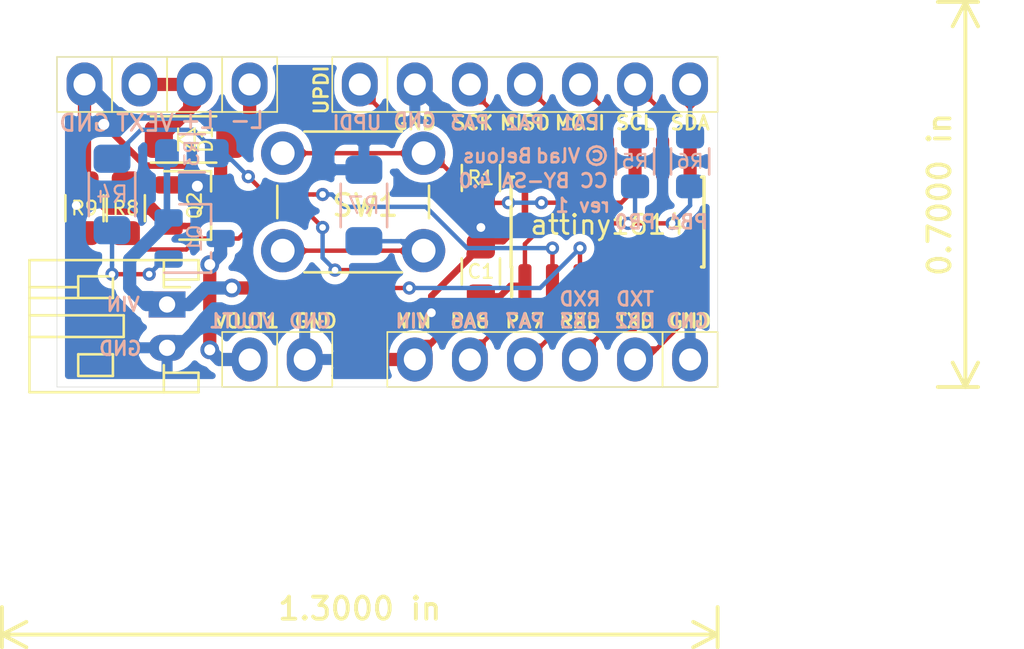
<source format=kicad_pcb>
(kicad_pcb (version 20171130) (host pcbnew "(5.0.1-3-g963ef8bb5)")

  (general
    (thickness 1.6)
    (drawings 52)
    (tracks 320)
    (zones 0)
    (modules 26)
    (nets 22)
  )

  (page A4)
  (title_block
    (title "ATTINY1614 mini board")
    (date 2018-12-10)
    (rev 1)
    (comment 1 creativecommons.org/licenses/by-sa/4.0/)
    (comment 2 "License: CC BY-SA 4.0")
    (comment 3 "(C) Vlad Belous")
  )

  (layers
    (0 F.Cu signal)
    (31 B.Cu signal)
    (32 B.Adhes user)
    (33 F.Adhes user)
    (34 B.Paste user hide)
    (35 F.Paste user hide)
    (36 B.SilkS user)
    (37 F.SilkS user)
    (38 B.Mask user)
    (39 F.Mask user)
    (40 Dwgs.User user)
    (41 Cmts.User user)
    (42 Eco1.User user)
    (43 Eco2.User user)
    (44 Edge.Cuts user)
    (45 Margin user)
    (46 B.CrtYd user)
    (47 F.CrtYd user)
    (48 B.Fab user)
    (49 F.Fab user)
  )

  (setup
    (last_trace_width 0.2032)
    (user_trace_width 0.2032)
    (user_trace_width 0.3048)
    (user_trace_width 0.6096)
    (trace_clearance 0.2032)
    (zone_clearance 0.3556)
    (zone_45_only no)
    (trace_min 0.2032)
    (segment_width 0.0762)
    (edge_width 0.0254)
    (via_size 0.6096)
    (via_drill 0.3048)
    (via_min_size 0.6096)
    (via_min_drill 0.3048)
    (user_via 0.6096 0.3048)
    (user_via 0.762 0.4064)
    (user_via 0.8636 0.508)
    (uvia_size 0.3)
    (uvia_drill 0.1)
    (uvias_allowed no)
    (uvia_min_size 0.2)
    (uvia_min_drill 0.1)
    (pcb_text_width 0.1778)
    (pcb_text_size 1.016 1.016)
    (mod_edge_width 0.0762)
    (mod_text_size 0.762 0.762)
    (mod_text_width 0.1016)
    (pad_size 1.905 1.905)
    (pad_drill 1.016)
    (pad_to_mask_clearance 0.0508)
    (solder_mask_min_width 0.1524)
    (aux_axis_origin 0 0)
    (visible_elements FFFFFF7F)
    (pcbplotparams
      (layerselection 0x010f0_ffffffff)
      (usegerberextensions false)
      (usegerberattributes false)
      (usegerberadvancedattributes false)
      (creategerberjobfile false)
      (excludeedgelayer true)
      (linewidth 0.076200)
      (plotframeref true)
      (viasonmask false)
      (mode 1)
      (useauxorigin false)
      (hpglpennumber 1)
      (hpglpenspeed 20)
      (hpglpendiameter 15.000000)
      (psnegative false)
      (psa4output false)
      (plotreference true)
      (plotvalue true)
      (plotinvisibletext false)
      (padsonsilk false)
      (subtractmaskfromsilk false)
      (outputformat 4)
      (mirror false)
      (drillshape 0)
      (scaleselection 1)
      (outputdirectory "plot"))
  )

  (net 0 "")
  (net 1 VIN)
  (net 2 GND)
  (net 3 "Net-(J1-Pad2)")
  (net 4 "Net-(J1-Pad3)")
  (net 5 /RX)
  (net 6 /TX)
  (net 7 /SCK)
  (net 8 /MISO)
  (net 9 /MOSI)
  (net 10 /SCL)
  (net 11 /SDA)
  (net 12 "Net-(Q1-Pad1)")
  (net 13 "Net-(Q2-Pad1)")
  (net 14 /~RESET)
  (net 15 VOUT1-~EN)
  (net 16 "Net-(R7-Pad1)")
  (net 17 VEXT-EN)
  (net 18 UPDI)
  (net 19 /EXT_LOAD-)
  (net 20 /EXT_VIN_LOAD+)
  (net 21 /VOUT1)

  (net_class Default "This is the default net class."
    (clearance 0.2032)
    (trace_width 0.2032)
    (via_dia 0.6096)
    (via_drill 0.3048)
    (uvia_dia 0.3)
    (uvia_drill 0.1)
    (diff_pair_gap 0.25)
    (diff_pair_width 0.2032)
    (add_net /EXT_LOAD-)
    (add_net /EXT_VIN_LOAD+)
    (add_net /MISO)
    (add_net /MOSI)
    (add_net /RX)
    (add_net /SCK)
    (add_net /SCL)
    (add_net /SDA)
    (add_net /TX)
    (add_net /VOUT1)
    (add_net /~RESET)
    (add_net GND)
    (add_net "Net-(J1-Pad2)")
    (add_net "Net-(J1-Pad3)")
    (add_net "Net-(Q1-Pad1)")
    (add_net "Net-(Q2-Pad1)")
    (add_net "Net-(R7-Pad1)")
    (add_net UPDI)
    (add_net VEXT-EN)
    (add_net VIN)
    (add_net VOUT1-~EN)
  )

  (module local_footprints:SOIC-14_3.9x8.7mm_Pitch1.27mm_HS (layer F.Cu) (tedit 5C120D77) (tstamp 5C0F6F7E)
    (at 148.59 138.43 90)
    (descr "14-Lead Plastic Small Outline (SL) - Narrow, 3.90 mm Body [SOIC] (see Microchip Packaging Specification 00000049BS.pdf)")
    (tags "SOIC 1.27")
    (path /5C0C88B4)
    (attr smd)
    (fp_text reference U1 (at 0 0 180) (layer F.SilkS) hide
      (effects (font (size 0.762 0.762) (thickness 0.127)))
    )
    (fp_text value attiny1614 (at 0 5.375 90) (layer F.Fab) hide
      (effects (font (size 1 1) (thickness 0.15)))
    )
    (fp_text user %R (at 0 0 180) (layer F.Fab)
      (effects (font (size 0.762 0.762) (thickness 0.127)))
    )
    (fp_line (start -0.635 -3.81) (end 1.27 -3.81) (layer F.Fab) (width 0.15))
    (fp_line (start 1.27 -3.81) (end 1.27 3.81) (layer F.Fab) (width 0.15))
    (fp_line (start 1.27 3.81) (end -1.27 3.81) (layer F.Fab) (width 0.15))
    (fp_line (start -1.27 3.81) (end -1.27 -3.175) (layer F.Fab) (width 0.15))
    (fp_line (start -1.27 -3.175) (end -0.635 -3.81) (layer F.Fab) (width 0.15))
    (fp_line (start -3.95 -4.65) (end -3.95 4.65) (layer F.CrtYd) (width 0.05))
    (fp_line (start 3.95 -4.65) (end 3.95 4.65) (layer F.CrtYd) (width 0.05))
    (fp_line (start -3.95 -4.65) (end 3.95 -4.65) (layer F.CrtYd) (width 0.05))
    (fp_line (start -3.95 4.65) (end 3.95 4.65) (layer F.CrtYd) (width 0.05))
    (fp_line (start -2.075 -4.45) (end -2.075 -4.425) (layer F.SilkS) (width 0.15))
    (fp_line (start 2.075 -4.45) (end 2.075 -4.335) (layer F.SilkS) (width 0.15))
    (fp_line (start 2.075 4.45) (end 2.075 4.335) (layer F.SilkS) (width 0.15))
    (fp_line (start -2.075 4.45) (end -2.075 4.335) (layer F.SilkS) (width 0.15))
    (fp_line (start -2.075 -4.45) (end 2.075 -4.45) (layer F.SilkS) (width 0.15))
    (fp_line (start -2.075 4.45) (end 2.075 4.45) (layer F.SilkS) (width 0.15))
    (fp_line (start -2.075 -4.425) (end -3.45 -4.425) (layer F.SilkS) (width 0.15))
    (pad 1 smd roundrect (at -2.95 -3.81 90) (size 2 0.6) (layers F.Cu F.Paste F.Mask) (roundrect_rratio 0.25)
      (net 1 VIN))
    (pad 2 smd roundrect (at -2.95 -2.54 90) (size 2 0.6) (layers F.Cu F.Paste F.Mask) (roundrect_rratio 0.25)
      (net 15 VOUT1-~EN))
    (pad 3 smd roundrect (at -2.95 -1.27 90) (size 2 0.6) (layers F.Cu F.Paste F.Mask) (roundrect_rratio 0.25)
      (net 17 VEXT-EN))
    (pad 4 smd roundrect (at -2.95 0 90) (size 2 0.6) (layers F.Cu F.Paste F.Mask) (roundrect_rratio 0.25)
      (net 3 "Net-(J1-Pad2)"))
    (pad 5 smd roundrect (at -2.95 1.27 90) (size 2 0.6) (layers F.Cu F.Paste F.Mask) (roundrect_rratio 0.25)
      (net 4 "Net-(J1-Pad3)"))
    (pad 6 smd roundrect (at -2.95 2.54 90) (size 2 0.6) (layers F.Cu F.Paste F.Mask) (roundrect_rratio 0.25)
      (net 5 /RX))
    (pad 7 smd roundrect (at -2.95 3.81 90) (size 2 0.6) (layers F.Cu F.Paste F.Mask) (roundrect_rratio 0.25)
      (net 6 /TX))
    (pad 8 smd roundrect (at 2.95 3.81 90) (size 2 0.6) (layers F.Cu F.Paste F.Mask) (roundrect_rratio 0.25)
      (net 11 /SDA))
    (pad 9 smd roundrect (at 2.95 2.54 90) (size 2 0.6) (layers F.Cu F.Paste F.Mask) (roundrect_rratio 0.25)
      (net 10 /SCL))
    (pad 10 smd roundrect (at 2.95 1.27 90) (size 2 0.6) (layers F.Cu F.Paste F.Mask) (roundrect_rratio 0.25)
      (net 14 /~RESET))
    (pad 11 smd roundrect (at 2.95 0 90) (size 2 0.6) (layers F.Cu F.Paste F.Mask) (roundrect_rratio 0.25)
      (net 9 /MOSI))
    (pad 12 smd roundrect (at 2.95 -1.27 90) (size 2 0.6) (layers F.Cu F.Paste F.Mask) (roundrect_rratio 0.25)
      (net 8 /MISO))
    (pad 13 smd roundrect (at 2.95 -2.54 90) (size 2 0.6) (layers F.Cu F.Paste F.Mask) (roundrect_rratio 0.25)
      (net 7 /SCK))
    (pad 14 smd roundrect (at 2.95 -3.81 90) (size 2 0.6) (layers F.Cu F.Paste F.Mask) (roundrect_rratio 0.25)
      (net 2 GND))
    (model ${KISYS3DMOD}/Housings_SOIC.3dshapes/SOIC-14_3.9x8.7mm_Pitch1.27mm.wrl
      (at (xyz 0 0 0))
      (scale (xyz 1 1 1))
      (rotate (xyz 0 0 0))
    )
  )

  (module local_footprints:SOIC-14_3.9x8.7mm_Pitch1.27mm_HS (layer F.Cu) (tedit 5C120D7A) (tstamp 5C0F6F7E)
    (at 148.59 138.43 90)
    (descr "14-Lead Plastic Small Outline (SL) - Narrow, 3.90 mm Body [SOIC] (see Microchip Packaging Specification 00000049BS.pdf)")
    (tags "SOIC 1.27")
    (path /5C0C88B4)
    (attr smd)
    (fp_text reference U1 (at 0 0 180) (layer F.SilkS) hide
      (effects (font (size 0.762 0.762) (thickness 0.127)))
    )
    (fp_text value attiny1614 (at 0 5.375 90) (layer F.Fab) hide
      (effects (font (size 1 1) (thickness 0.15)))
    )
    (fp_text user %R (at 0 0 180) (layer F.Fab)
      (effects (font (size 0.762 0.762) (thickness 0.127)))
    )
    (fp_line (start -0.635 -3.81) (end 1.27 -3.81) (layer F.Fab) (width 0.15))
    (fp_line (start 1.27 -3.81) (end 1.27 3.81) (layer F.Fab) (width 0.15))
    (fp_line (start 1.27 3.81) (end -1.27 3.81) (layer F.Fab) (width 0.15))
    (fp_line (start -1.27 3.81) (end -1.27 -3.175) (layer F.Fab) (width 0.15))
    (fp_line (start -1.27 -3.175) (end -0.635 -3.81) (layer F.Fab) (width 0.15))
    (fp_line (start -3.95 -4.65) (end -3.95 4.65) (layer F.CrtYd) (width 0.05))
    (fp_line (start 3.95 -4.65) (end 3.95 4.65) (layer F.CrtYd) (width 0.05))
    (fp_line (start -3.95 -4.65) (end 3.95 -4.65) (layer F.CrtYd) (width 0.05))
    (fp_line (start -3.95 4.65) (end 3.95 4.65) (layer F.CrtYd) (width 0.05))
    (fp_line (start -2.075 -4.45) (end -2.075 -4.425) (layer F.SilkS) (width 0.15))
    (fp_line (start 2.075 -4.45) (end 2.075 -4.335) (layer F.SilkS) (width 0.15))
    (fp_line (start 2.075 4.45) (end 2.075 4.335) (layer F.SilkS) (width 0.15))
    (fp_line (start -2.075 4.45) (end -2.075 4.335) (layer F.SilkS) (width 0.15))
    (fp_line (start -2.075 -4.45) (end 2.075 -4.45) (layer F.SilkS) (width 0.15))
    (fp_line (start -2.075 4.45) (end 2.075 4.45) (layer F.SilkS) (width 0.15))
    (fp_line (start -2.075 -4.425) (end -3.45 -4.425) (layer F.SilkS) (width 0.15))
    (pad 1 smd roundrect (at -2.95 -3.81 90) (size 2 0.6) (layers F.Cu F.Paste F.Mask) (roundrect_rratio 0.25)
      (net 1 VIN))
    (pad 2 smd roundrect (at -2.95 -2.54 90) (size 2 0.6) (layers F.Cu F.Paste F.Mask) (roundrect_rratio 0.25)
      (net 15 VOUT1-~EN))
    (pad 3 smd roundrect (at -2.95 -1.27 90) (size 2 0.6) (layers F.Cu F.Paste F.Mask) (roundrect_rratio 0.25)
      (net 17 VEXT-EN))
    (pad 4 smd roundrect (at -2.95 0 90) (size 2 0.6) (layers F.Cu F.Paste F.Mask) (roundrect_rratio 0.25)
      (net 3 "Net-(J1-Pad2)"))
    (pad 5 smd roundrect (at -2.95 1.27 90) (size 2 0.6) (layers F.Cu F.Paste F.Mask) (roundrect_rratio 0.25)
      (net 4 "Net-(J1-Pad3)"))
    (pad 6 smd roundrect (at -2.95 2.54 90) (size 2 0.6) (layers F.Cu F.Paste F.Mask) (roundrect_rratio 0.25)
      (net 5 /RX))
    (pad 7 smd roundrect (at -2.95 3.81 90) (size 2 0.6) (layers F.Cu F.Paste F.Mask) (roundrect_rratio 0.25)
      (net 6 /TX))
    (pad 8 smd roundrect (at 2.95 3.81 90) (size 2 0.6) (layers F.Cu F.Paste F.Mask) (roundrect_rratio 0.25)
      (net 11 /SDA))
    (pad 9 smd roundrect (at 2.95 2.54 90) (size 2 0.6) (layers F.Cu F.Paste F.Mask) (roundrect_rratio 0.25)
      (net 10 /SCL))
    (pad 10 smd roundrect (at 2.95 1.27 90) (size 2 0.6) (layers F.Cu F.Paste F.Mask) (roundrect_rratio 0.25)
      (net 14 /~RESET))
    (pad 11 smd roundrect (at 2.95 0 90) (size 2 0.6) (layers F.Cu F.Paste F.Mask) (roundrect_rratio 0.25)
      (net 9 /MOSI))
    (pad 12 smd roundrect (at 2.95 -1.27 90) (size 2 0.6) (layers F.Cu F.Paste F.Mask) (roundrect_rratio 0.25)
      (net 8 /MISO))
    (pad 13 smd roundrect (at 2.95 -2.54 90) (size 2 0.6) (layers F.Cu F.Paste F.Mask) (roundrect_rratio 0.25)
      (net 7 /SCK))
    (pad 14 smd roundrect (at 2.95 -3.81 90) (size 2 0.6) (layers F.Cu F.Paste F.Mask) (roundrect_rratio 0.25)
      (net 2 GND))
    (model ${KISYS3DMOD}/Housings_SOIC.3dshapes/SOIC-14_3.9x8.7mm_Pitch1.27mm.wrl
      (at (xyz 0 0 0))
      (scale (xyz 1 1 1))
      (rotate (xyz 0 0 0))
    )
  )

  (module local_footprints:0805_HS (layer F.Cu) (tedit 5C0C83D5) (tstamp 5C107D1A)
    (at 142.748 140.716 90)
    (descr "Resistor SMD 0805, reflow soldering, Vishay (see dcrcw.pdf)")
    (tags "resistor 0805")
    (path /5C0CD2E5)
    (attr smd)
    (fp_text reference C1 (at 0 0 180) (layer F.SilkS)
      (effects (font (size 0.635 0.635) (thickness 0.1016)))
    )
    (fp_text value 100nF (at 0 1.75 90) (layer F.Fab) hide
      (effects (font (size 1 1) (thickness 0.15)))
    )
    (fp_text user %R (at 0 0 90) (layer F.Fab)
      (effects (font (size 0.5 0.5) (thickness 0.075)))
    )
    (fp_line (start -1 0.62) (end -1 -0.62) (layer F.Fab) (width 0.1))
    (fp_line (start 1 0.62) (end -1 0.62) (layer F.Fab) (width 0.1))
    (fp_line (start 1 -0.62) (end 1 0.62) (layer F.Fab) (width 0.1))
    (fp_line (start -1 -0.62) (end 1 -0.62) (layer F.Fab) (width 0.1))
    (fp_line (start 0.6 0.88) (end -0.6 0.88) (layer F.SilkS) (width 0.12))
    (fp_line (start -0.6 -0.88) (end 0.6 -0.88) (layer F.SilkS) (width 0.12))
    (fp_line (start -1.55 -0.9) (end 1.55 -0.9) (layer F.CrtYd) (width 0.05))
    (fp_line (start -1.55 -0.9) (end -1.55 0.9) (layer F.CrtYd) (width 0.05))
    (fp_line (start 1.55 0.9) (end 1.55 -0.9) (layer F.CrtYd) (width 0.05))
    (fp_line (start 1.55 0.9) (end -1.55 0.9) (layer F.CrtYd) (width 0.05))
    (pad 1 smd roundrect (at -1.15 0 90) (size 1.1 1.3) (layers F.Cu F.Paste F.Mask) (roundrect_rratio 0.25)
      (net 1 VIN))
    (pad 2 smd roundrect (at 1.15 0 90) (size 1.1 1.3) (layers F.Cu F.Paste F.Mask) (roundrect_rratio 0.25)
      (net 2 GND))
    (model ${KISYS3DMOD}/Resistors_SMD.3dshapes/R_0805.wrl
      (at (xyz 0 0 0))
      (scale (xyz 1 1 1))
      (rotate (xyz 0 0 0))
    )
  )

  (module local_footprints:1206_Diode_HS (layer F.Cu) (tedit 5C0E1507) (tstamp 5C0F69EE)
    (at 129.54 134.62)
    (descr "Resistor SMD 1206, reflow soldering, Vishay (see dcrcw.pdf)")
    (tags "resistor 1206")
    (path /5C143C60)
    (attr smd)
    (fp_text reference D1 (at 0.508 0 90) (layer F.SilkS)
      (effects (font (size 0.635 0.635) (thickness 0.1016)))
    )
    (fp_text value D_Schottky (at 0 1.95) (layer F.Fab) hide
      (effects (font (size 1 1) (thickness 0.15)))
    )
    (fp_line (start 2.15 1.1) (end -2.15 1.1) (layer F.CrtYd) (width 0.05))
    (fp_line (start 2.15 1.1) (end 2.15 -1.11) (layer F.CrtYd) (width 0.05))
    (fp_line (start -2.15 -1.11) (end -2.15 1.1) (layer F.CrtYd) (width 0.05))
    (fp_line (start -2.15 -1.11) (end 2.15 -1.11) (layer F.CrtYd) (width 0.05))
    (fp_line (start -2.016 -1.07) (end 1 -1.07) (layer F.SilkS) (width 0.12))
    (fp_line (start 1 1.07) (end -2.016 1.07) (layer F.SilkS) (width 0.12))
    (fp_line (start -1.6 -0.8) (end 1.6 -0.8) (layer F.Fab) (width 0.1))
    (fp_line (start 1.6 -0.8) (end 1.6 0.8) (layer F.Fab) (width 0.1))
    (fp_line (start 1.6 0.8) (end -1.6 0.8) (layer F.Fab) (width 0.1))
    (fp_line (start -1.6 0.8) (end -1.6 -0.8) (layer F.Fab) (width 0.1))
    (fp_text user %R (at 0 0) (layer F.Fab)
      (effects (font (size 0.7 0.7) (thickness 0.105)))
    )
    (fp_line (start -0.762 -0.508) (end -0.762 0.508) (layer F.SilkS) (width 0.1016))
    (fp_line (start -0.762 0.508) (end -0.762 0) (layer F.SilkS) (width 0.0762))
    (fp_line (start -0.762 0) (end 0 -0.508) (layer F.SilkS) (width 0.1016))
    (fp_line (start 0 -0.508) (end 0 0.508) (layer F.SilkS) (width 0.1016))
    (fp_line (start 0 0.508) (end -0.762 0) (layer F.SilkS) (width 0.1016))
    (pad 2 smd roundrect (at 1.65 0) (size 1.3 1.7) (layers F.Cu F.Paste F.Mask) (roundrect_rratio 0.25)
      (net 19 /EXT_LOAD-))
    (pad 1 smd roundrect (at -1.65 0) (size 1.3 1.7) (layers F.Cu F.Paste F.Mask) (roundrect_rratio 0.25)
      (net 20 /EXT_VIN_LOAD+))
    (model ${KISYS3DMOD}/Resistors_SMD.3dshapes/R_1206.wrl
      (at (xyz 0 0 0))
      (scale (xyz 1 1 1))
      (rotate (xyz 0 0 0))
    )
  )

  (module local_footprints:Pin_Header_Straight_1x05_Pitch2.54mm (layer F.Cu) (tedit 5C120D19) (tstamp 5C0F6A05)
    (at 139.7 144.78 90)
    (descr "Through hole straight pin header, 1x07, 2.54mm pitch, single row")
    (tags "Through hole pin header THT 1x07 2.54mm single row")
    (path /5C0E3557)
    (fp_text reference J1 (at 0 -2.33 90) (layer F.SilkS) hide
      (effects (font (size 0.762 0.762) (thickness 0.127)))
    )
    (fp_text value Conn_01x05 (at 0 13.335 90) (layer F.Fab) hide
      (effects (font (size 1 1) (thickness 0.15)))
    )
    (fp_text user %R (at 0 7.62 180) (layer F.Fab)
      (effects (font (size 1 1) (thickness 0.15)))
    )
    (fp_line (start 1.8 -1.8) (end -1.8 -1.8) (layer F.CrtYd) (width 0.05))
    (fp_line (start 1.8 12.065) (end 1.8 -1.8) (layer F.CrtYd) (width 0.05))
    (fp_line (start -1.8 12.065) (end 1.8 12.065) (layer F.CrtYd) (width 0.05))
    (fp_line (start -1.8 -1.8) (end -1.8 12.065) (layer F.CrtYd) (width 0.05))
    (fp_line (start -1.27 -1.27) (end 1.27 -1.27) (layer F.SilkS) (width 0.0762))
    (fp_line (start 1.27 -1.27) (end 1.27 11.43) (layer F.SilkS) (width 0.0762))
    (fp_line (start -1.27 -1.27) (end -1.27 11.43) (layer F.SilkS) (width 0.0762))
    (fp_line (start -1.27 11.43) (end 1.27 11.43) (layer F.SilkS) (width 0.0762))
    (fp_line (start -1.27 -0.635) (end -0.635 -1.27) (layer F.Fab) (width 0.1))
    (fp_line (start -1.27 11.43) (end -1.27 -0.635) (layer F.Fab) (width 0.1))
    (fp_line (start 1.27 11.43) (end -1.27 11.43) (layer F.Fab) (width 0.1))
    (fp_line (start 1.27 -1.27) (end 1.27 11.43) (layer F.Fab) (width 0.1))
    (fp_line (start -0.635 -1.27) (end 1.27 -1.27) (layer F.Fab) (width 0.1))
    (pad 1 thru_hole oval (at 0 0 90) (size 2.032 1.651) (drill 1.016) (layers *.Cu *.Mask)
      (net 1 VIN))
    (pad 2 thru_hole oval (at 0 2.54 90) (size 2.032 1.651) (drill 1.016) (layers *.Cu *.Mask)
      (net 3 "Net-(J1-Pad2)"))
    (pad 3 thru_hole oval (at 0 5.08 90) (size 2.032 1.651) (drill 1.016) (layers *.Cu *.Mask)
      (net 4 "Net-(J1-Pad3)"))
    (pad 4 thru_hole oval (at 0 7.62 90) (size 2.032 1.651) (drill 1.016) (layers *.Cu *.Mask)
      (net 5 /RX))
    (pad 5 thru_hole oval (at 0 10.16 90) (size 2.032 1.651) (drill 1.016) (layers *.Cu *.Mask)
      (net 6 /TX))
    (model ${KISYS3DMOD}/Pin_Headers.3dshapes/Pin_Header_Straight_1x07_Pitch2.54mm.wrl
      (at (xyz 0 0 0))
      (scale (xyz 1 1 1))
      (rotate (xyz 0 0 0))
    )
  )

  (module Connectors_JST:JST_PH_S2B-PH-K_02x2.00mm_Angled (layer F.Cu) (tedit 5C120D25) (tstamp 5C108736)
    (at 128.27 142.24 270)
    (descr "JST PH series connector, S2B-PH-K, side entry type, through hole, Datasheet: http://www.jst-mfg.com/product/pdf/eng/ePH.pdf")
    (tags "connector jst ph")
    (path /5C0D2F02)
    (fp_text reference J3 (at 1.5 -2.45 270) (layer F.SilkS) hide
      (effects (font (size 1 1) (thickness 0.15)))
    )
    (fp_text value BAT_JST_PH (at 1 7.25 270) (layer F.Fab) hide
      (effects (font (size 1 1) (thickness 0.15)))
    )
    (fp_text user %R (at 1 2.5 270) (layer F.Fab)
      (effects (font (size 1 1) (thickness 0.15)))
    )
    (fp_line (start 0.5 1.35) (end 0 0.85) (layer F.Fab) (width 0.1))
    (fp_line (start -0.5 1.35) (end 0.5 1.35) (layer F.Fab) (width 0.1))
    (fp_line (start 0 0.85) (end -0.5 1.35) (layer F.Fab) (width 0.1))
    (fp_line (start -0.8 0.15) (end -0.8 -1.05) (layer F.SilkS) (width 0.12))
    (fp_line (start 3.25 0.25) (end -1.25 0.25) (layer F.Fab) (width 0.1))
    (fp_line (start 3.25 -1.35) (end 3.25 0.25) (layer F.Fab) (width 0.1))
    (fp_line (start 3.95 -1.35) (end 3.25 -1.35) (layer F.Fab) (width 0.1))
    (fp_line (start 3.95 6.25) (end 3.95 -1.35) (layer F.Fab) (width 0.1))
    (fp_line (start -1.95 6.25) (end 3.95 6.25) (layer F.Fab) (width 0.1))
    (fp_line (start -1.95 -1.35) (end -1.95 6.25) (layer F.Fab) (width 0.1))
    (fp_line (start -1.25 -1.35) (end -1.95 -1.35) (layer F.Fab) (width 0.1))
    (fp_line (start -1.25 0.25) (end -1.25 -1.35) (layer F.Fab) (width 0.1))
    (fp_line (start 4.45 -1.85) (end -2.45 -1.85) (layer F.CrtYd) (width 0.05))
    (fp_line (start 4.45 6.75) (end 4.45 -1.85) (layer F.CrtYd) (width 0.05))
    (fp_line (start -2.45 6.75) (end 4.45 6.75) (layer F.CrtYd) (width 0.05))
    (fp_line (start -2.45 -1.85) (end -2.45 6.75) (layer F.CrtYd) (width 0.05))
    (fp_line (start -0.8 4.1) (end -0.8 6.35) (layer F.SilkS) (width 0.12))
    (fp_line (start -0.3 4.1) (end -0.3 6.35) (layer F.SilkS) (width 0.12))
    (fp_line (start 2.3 2.5) (end 3.3 2.5) (layer F.SilkS) (width 0.12))
    (fp_line (start 2.3 4.1) (end 2.3 2.5) (layer F.SilkS) (width 0.12))
    (fp_line (start 3.3 4.1) (end 2.3 4.1) (layer F.SilkS) (width 0.12))
    (fp_line (start 3.3 2.5) (end 3.3 4.1) (layer F.SilkS) (width 0.12))
    (fp_line (start -0.3 2.5) (end -1.3 2.5) (layer F.SilkS) (width 0.12))
    (fp_line (start -0.3 4.1) (end -0.3 2.5) (layer F.SilkS) (width 0.12))
    (fp_line (start -1.3 4.1) (end -0.3 4.1) (layer F.SilkS) (width 0.12))
    (fp_line (start -1.3 2.5) (end -1.3 4.1) (layer F.SilkS) (width 0.12))
    (fp_line (start 4.05 0.15) (end 3.15 0.15) (layer F.SilkS) (width 0.12))
    (fp_line (start -2.05 0.15) (end -1.15 0.15) (layer F.SilkS) (width 0.12))
    (fp_line (start 3.15 0.15) (end 2.8 0.15) (layer F.SilkS) (width 0.12))
    (fp_line (start 3.15 -1.45) (end 3.15 0.15) (layer F.SilkS) (width 0.12))
    (fp_line (start 4.05 -1.45) (end 3.15 -1.45) (layer F.SilkS) (width 0.12))
    (fp_line (start 4.05 6.35) (end 4.05 -1.45) (layer F.SilkS) (width 0.12))
    (fp_line (start -2.05 6.35) (end 4.05 6.35) (layer F.SilkS) (width 0.12))
    (fp_line (start -2.05 -1.45) (end -2.05 6.35) (layer F.SilkS) (width 0.12))
    (fp_line (start -1.15 -1.45) (end -2.05 -1.45) (layer F.SilkS) (width 0.12))
    (fp_line (start -1.15 0.15) (end -1.15 -1.45) (layer F.SilkS) (width 0.12))
    (fp_line (start -0.8 0.15) (end -1.15 0.15) (layer F.SilkS) (width 0.12))
    (fp_line (start 1.5 2) (end 1.5 6.35) (layer F.SilkS) (width 0.12))
    (fp_line (start 0.5 2) (end 1.5 2) (layer F.SilkS) (width 0.12))
    (fp_line (start 0.5 6.35) (end 0.5 2) (layer F.SilkS) (width 0.12))
    (pad 2 thru_hole oval (at 2 0 270) (size 1.2 1.7) (drill 0.75) (layers *.Cu *.Mask)
      (net 2 GND))
    (pad 1 thru_hole rect (at 0 0 270) (size 1.2 1.7) (drill 0.75) (layers *.Cu *.Mask)
      (net 1 VIN))
    (model ${KISYS3DMOD}/Connectors_JST.3dshapes/JST_PH_S2B-PH-K_02x2.00mm_Angled.wrl
      (at (xyz 0 0 0))
      (scale (xyz 1 1 1))
      (rotate (xyz 0 0 0))
    )
  )

  (module local_footprints:Pin_Header_Straight_1x01_Pitch2.54mm (layer F.Cu) (tedit 5C120D21) (tstamp 5C0F6A5C)
    (at 134.62 144.78 90)
    (descr "Through hole straight pin header, 1x07, 2.54mm pitch, single row")
    (tags "Through hole pin header THT 1x07 2.54mm single row")
    (path /5C15005B)
    (fp_text reference J4 (at 0 -2.33 90) (layer F.SilkS) hide
      (effects (font (size 0.762 0.762) (thickness 0.127)))
    )
    (fp_text value GND (at 0 2.54 90) (layer F.Fab) hide
      (effects (font (size 1 1) (thickness 0.15)))
    )
    (fp_line (start -0.635 -1.27) (end 1.27 -1.27) (layer F.Fab) (width 0.1))
    (fp_line (start 1.27 -1.27) (end 1.27 1.27) (layer F.Fab) (width 0.1))
    (fp_line (start 1.27 1.27) (end -1.27 1.27) (layer F.Fab) (width 0.1))
    (fp_line (start -1.27 1.27) (end -1.27 -0.635) (layer F.Fab) (width 0.1))
    (fp_line (start -1.27 -0.635) (end -0.635 -1.27) (layer F.Fab) (width 0.1))
    (fp_line (start -1.27 1.27) (end 1.27 1.27) (layer F.SilkS) (width 0.0762))
    (fp_line (start -1.27 -1.27) (end -1.27 1.27) (layer F.SilkS) (width 0.0762))
    (fp_line (start 1.27 -1.27) (end 1.27 1.27) (layer F.SilkS) (width 0.0762))
    (fp_line (start -1.27 -1.27) (end 1.27 -1.27) (layer F.SilkS) (width 0.0762))
    (fp_text user %R (at 0 -2.54 270) (layer F.Fab) hide
      (effects (font (size 1 1) (thickness 0.15)))
    )
    (pad 1 thru_hole oval (at 0 0 90) (size 2.032 1.651) (drill 1.016) (layers *.Cu *.Mask)
      (net 2 GND))
    (model ${KISYS3DMOD}/Pin_Headers.3dshapes/Pin_Header_Straight_1x07_Pitch2.54mm.wrl
      (at (xyz 0 0 0))
      (scale (xyz 1 1 1))
      (rotate (xyz 0 0 0))
    )
  )

  (module local_footprints:Pin_Header_Straight_1x01_Pitch2.54mm (layer F.Cu) (tedit 5C120D16) (tstamp 5C0F6A6B)
    (at 152.4 144.78 90)
    (descr "Through hole straight pin header, 1x07, 2.54mm pitch, single row")
    (tags "Through hole pin header THT 1x07 2.54mm single row")
    (path /5C14DBBF)
    (fp_text reference J5 (at 0 -2.33 90) (layer F.SilkS) hide
      (effects (font (size 0.762 0.762) (thickness 0.127)))
    )
    (fp_text value GND (at 0 2.54 90) (layer F.Fab) hide
      (effects (font (size 1 1) (thickness 0.15)))
    )
    (fp_text user %R (at 0 -2.54 270) (layer F.Fab) hide
      (effects (font (size 1 1) (thickness 0.15)))
    )
    (fp_line (start -1.27 -1.27) (end 1.27 -1.27) (layer F.SilkS) (width 0.0762))
    (fp_line (start 1.27 -1.27) (end 1.27 1.27) (layer F.SilkS) (width 0.0762))
    (fp_line (start -1.27 -1.27) (end -1.27 1.27) (layer F.SilkS) (width 0.0762))
    (fp_line (start -1.27 1.27) (end 1.27 1.27) (layer F.SilkS) (width 0.0762))
    (fp_line (start -1.27 -0.635) (end -0.635 -1.27) (layer F.Fab) (width 0.1))
    (fp_line (start -1.27 1.27) (end -1.27 -0.635) (layer F.Fab) (width 0.1))
    (fp_line (start 1.27 1.27) (end -1.27 1.27) (layer F.Fab) (width 0.1))
    (fp_line (start 1.27 -1.27) (end 1.27 1.27) (layer F.Fab) (width 0.1))
    (fp_line (start -0.635 -1.27) (end 1.27 -1.27) (layer F.Fab) (width 0.1))
    (pad 1 thru_hole oval (at 0 0 90) (size 2.032 1.651) (drill 1.016) (layers *.Cu *.Mask)
      (net 2 GND))
    (model ${KISYS3DMOD}/Pin_Headers.3dshapes/Pin_Header_Straight_1x07_Pitch2.54mm.wrl
      (at (xyz 0 0 0))
      (scale (xyz 1 1 1))
      (rotate (xyz 0 0 0))
    )
  )

  (module local_footprints:Pin_Header_Straight_1x01_Pitch2.54mm (layer F.Cu) (tedit 5C120D1D) (tstamp 5C0F6A7A)
    (at 132.08 144.78 270)
    (descr "Through hole straight pin header, 1x07, 2.54mm pitch, single row")
    (tags "Through hole pin header THT 1x07 2.54mm single row")
    (path /5C0EBE90)
    (fp_text reference J6 (at 0 -2.33 270) (layer F.SilkS) hide
      (effects (font (size 0.762 0.762) (thickness 0.127)))
    )
    (fp_text value VOUT1 (at 0 2.54 270) (layer F.Fab) hide
      (effects (font (size 1 1) (thickness 0.15)))
    )
    (fp_text user %R (at 0 -2.54 90) (layer F.Fab) hide
      (effects (font (size 1 1) (thickness 0.15)))
    )
    (fp_line (start -1.27 -1.27) (end 1.27 -1.27) (layer F.SilkS) (width 0.0762))
    (fp_line (start 1.27 -1.27) (end 1.27 1.27) (layer F.SilkS) (width 0.0762))
    (fp_line (start -1.27 -1.27) (end -1.27 1.27) (layer F.SilkS) (width 0.0762))
    (fp_line (start -1.27 1.27) (end 1.27 1.27) (layer F.SilkS) (width 0.0762))
    (fp_line (start -1.27 -0.635) (end -0.635 -1.27) (layer F.Fab) (width 0.1))
    (fp_line (start -1.27 1.27) (end -1.27 -0.635) (layer F.Fab) (width 0.1))
    (fp_line (start 1.27 1.27) (end -1.27 1.27) (layer F.Fab) (width 0.1))
    (fp_line (start 1.27 -1.27) (end 1.27 1.27) (layer F.Fab) (width 0.1))
    (fp_line (start -0.635 -1.27) (end 1.27 -1.27) (layer F.Fab) (width 0.1))
    (pad 1 thru_hole oval (at 0 0 270) (size 2.032 1.651) (drill 1.016) (layers *.Cu *.Mask)
      (net 21 /VOUT1))
    (model ${KISYS3DMOD}/Pin_Headers.3dshapes/Pin_Header_Straight_1x07_Pitch2.54mm.wrl
      (at (xyz 0 0 0))
      (scale (xyz 1 1 1))
      (rotate (xyz 0 0 0))
    )
  )

  (module local_footprints:Pin_Header_Straight_1x01_Pitch2.54mm (layer F.Cu) (tedit 5C120CE5) (tstamp 5C0F6A89)
    (at 127 132.08 90)
    (descr "Through hole straight pin header, 1x07, 2.54mm pitch, single row")
    (tags "Through hole pin header THT 1x07 2.54mm single row")
    (path /5C11CBBA)
    (fp_text reference J7 (at 0 -2.33 90) (layer F.SilkS) hide
      (effects (font (size 0.762 0.762) (thickness 0.127)))
    )
    (fp_text value EXT_VIN (at 0 2.54 90) (layer F.Fab) hide
      (effects (font (size 1 1) (thickness 0.15)))
    )
    (fp_line (start -0.635 -1.27) (end 1.27 -1.27) (layer F.Fab) (width 0.1))
    (fp_line (start 1.27 -1.27) (end 1.27 1.27) (layer F.Fab) (width 0.1))
    (fp_line (start 1.27 1.27) (end -1.27 1.27) (layer F.Fab) (width 0.1))
    (fp_line (start -1.27 1.27) (end -1.27 -0.635) (layer F.Fab) (width 0.1))
    (fp_line (start -1.27 -0.635) (end -0.635 -1.27) (layer F.Fab) (width 0.1))
    (fp_line (start -1.27 1.27) (end 1.27 1.27) (layer F.SilkS) (width 0.0762))
    (fp_line (start -1.27 -1.27) (end -1.27 1.27) (layer F.SilkS) (width 0.0762))
    (fp_line (start 1.27 -1.27) (end 1.27 1.27) (layer F.SilkS) (width 0.0762))
    (fp_line (start -1.27 -1.27) (end 1.27 -1.27) (layer F.SilkS) (width 0.0762))
    (fp_text user %R (at 0 -2.54 270) (layer F.Fab) hide
      (effects (font (size 1 1) (thickness 0.15)))
    )
    (pad 1 thru_hole oval (at 0 0 90) (size 2.032 1.651) (drill 1.016) (layers *.Cu *.Mask)
      (net 20 /EXT_VIN_LOAD+))
    (model ${KISYS3DMOD}/Pin_Headers.3dshapes/Pin_Header_Straight_1x07_Pitch2.54mm.wrl
      (at (xyz 0 0 0))
      (scale (xyz 1 1 1))
      (rotate (xyz 0 0 0))
    )
  )

  (module local_footprints:Pin_Header_Straight_1x01_Pitch2.54mm (layer F.Cu) (tedit 5C120CEC) (tstamp 5C0F6A98)
    (at 129.54 132.08 90)
    (descr "Through hole straight pin header, 1x07, 2.54mm pitch, single row")
    (tags "Through hole pin header THT 1x07 2.54mm single row")
    (path /5C1299A2)
    (fp_text reference J8 (at 0 -2.33 90) (layer F.SilkS) hide
      (effects (font (size 0.762 0.762) (thickness 0.127)))
    )
    (fp_text value EXT_LOAD+ (at 0 2.54 90) (layer F.Fab) hide
      (effects (font (size 1 1) (thickness 0.15)))
    )
    (fp_text user %R (at 0 -2.54 270) (layer F.Fab) hide
      (effects (font (size 1 1) (thickness 0.15)))
    )
    (fp_line (start -1.27 -1.27) (end 1.27 -1.27) (layer F.SilkS) (width 0.0762))
    (fp_line (start 1.27 -1.27) (end 1.27 1.27) (layer F.SilkS) (width 0.0762))
    (fp_line (start -1.27 -1.27) (end -1.27 1.27) (layer F.SilkS) (width 0.0762))
    (fp_line (start -1.27 1.27) (end 1.27 1.27) (layer F.SilkS) (width 0.0762))
    (fp_line (start -1.27 -0.635) (end -0.635 -1.27) (layer F.Fab) (width 0.1))
    (fp_line (start -1.27 1.27) (end -1.27 -0.635) (layer F.Fab) (width 0.1))
    (fp_line (start 1.27 1.27) (end -1.27 1.27) (layer F.Fab) (width 0.1))
    (fp_line (start 1.27 -1.27) (end 1.27 1.27) (layer F.Fab) (width 0.1))
    (fp_line (start -0.635 -1.27) (end 1.27 -1.27) (layer F.Fab) (width 0.1))
    (pad 1 thru_hole oval (at 0 0 90) (size 2.032 1.651) (drill 1.016) (layers *.Cu *.Mask)
      (net 20 /EXT_VIN_LOAD+))
    (model ${KISYS3DMOD}/Pin_Headers.3dshapes/Pin_Header_Straight_1x07_Pitch2.54mm.wrl
      (at (xyz 0 0 0))
      (scale (xyz 1 1 1))
      (rotate (xyz 0 0 0))
    )
  )

  (module local_footprints:Pin_Header_Straight_1x01_Pitch2.54mm (layer F.Cu) (tedit 5C120CE8) (tstamp 5C0F6AA7)
    (at 132.08 132.08 90)
    (descr "Through hole straight pin header, 1x07, 2.54mm pitch, single row")
    (tags "Through hole pin header THT 1x07 2.54mm single row")
    (path /5C129AA1)
    (fp_text reference J9 (at 0 -2.33 90) (layer F.SilkS) hide
      (effects (font (size 0.762 0.762) (thickness 0.127)))
    )
    (fp_text value EXT_LOAD- (at 0 2.54 90) (layer F.Fab) hide
      (effects (font (size 1 1) (thickness 0.15)))
    )
    (fp_line (start -0.635 -1.27) (end 1.27 -1.27) (layer F.Fab) (width 0.1))
    (fp_line (start 1.27 -1.27) (end 1.27 1.27) (layer F.Fab) (width 0.1))
    (fp_line (start 1.27 1.27) (end -1.27 1.27) (layer F.Fab) (width 0.1))
    (fp_line (start -1.27 1.27) (end -1.27 -0.635) (layer F.Fab) (width 0.1))
    (fp_line (start -1.27 -0.635) (end -0.635 -1.27) (layer F.Fab) (width 0.1))
    (fp_line (start -1.27 1.27) (end 1.27 1.27) (layer F.SilkS) (width 0.0762))
    (fp_line (start -1.27 -1.27) (end -1.27 1.27) (layer F.SilkS) (width 0.0762))
    (fp_line (start 1.27 -1.27) (end 1.27 1.27) (layer F.SilkS) (width 0.0762))
    (fp_line (start -1.27 -1.27) (end 1.27 -1.27) (layer F.SilkS) (width 0.0762))
    (fp_text user %R (at 0 -2.54 270) (layer F.Fab) hide
      (effects (font (size 1 1) (thickness 0.15)))
    )
    (pad 1 thru_hole oval (at 0 0 90) (size 2.032 1.651) (drill 1.016) (layers *.Cu *.Mask)
      (net 19 /EXT_LOAD-))
    (model ${KISYS3DMOD}/Pin_Headers.3dshapes/Pin_Header_Straight_1x07_Pitch2.54mm.wrl
      (at (xyz 0 0 0))
      (scale (xyz 1 1 1))
      (rotate (xyz 0 0 0))
    )
  )

  (module local_footprints:SOT-23_HS (layer B.Cu) (tedit 5C0C84E5) (tstamp 5C0F6ABC)
    (at 129.54 139.192)
    (descr "SOT-23, Standard")
    (tags SOT-23)
    (path /5C0D6B1E)
    (attr smd)
    (fp_text reference Q1 (at 0 0 -90) (layer B.SilkS)
      (effects (font (size 0.635 0.635) (thickness 0.1016)) (justify mirror))
    )
    (fp_text value DMP2035U (at 0 -2.5) (layer B.Fab) hide
      (effects (font (size 1 1) (thickness 0.15)) (justify mirror))
    )
    (fp_line (start 0.76 -1.58) (end -0.7 -1.58) (layer B.SilkS) (width 0.12))
    (fp_line (start 0.76 1.58) (end -1.4 1.58) (layer B.SilkS) (width 0.12))
    (fp_line (start -1.7 -1.75) (end -1.7 1.75) (layer B.CrtYd) (width 0.05))
    (fp_line (start 1.7 -1.75) (end -1.7 -1.75) (layer B.CrtYd) (width 0.05))
    (fp_line (start 1.7 1.75) (end 1.7 -1.75) (layer B.CrtYd) (width 0.05))
    (fp_line (start -1.7 1.75) (end 1.7 1.75) (layer B.CrtYd) (width 0.05))
    (fp_line (start 0.76 1.58) (end 0.76 0.65) (layer B.SilkS) (width 0.12))
    (fp_line (start 0.76 -1.58) (end 0.76 -0.65) (layer B.SilkS) (width 0.12))
    (fp_line (start -0.7 -1.52) (end 0.7 -1.52) (layer B.Fab) (width 0.1))
    (fp_line (start 0.7 1.52) (end 0.7 -1.52) (layer B.Fab) (width 0.1))
    (fp_line (start -0.7 0.95) (end -0.15 1.52) (layer B.Fab) (width 0.1))
    (fp_line (start -0.15 1.52) (end 0.7 1.52) (layer B.Fab) (width 0.1))
    (fp_line (start -0.7 0.95) (end -0.7 -1.5) (layer B.Fab) (width 0.1))
    (fp_text user %R (at 0 0 -90) (layer B.Fab)
      (effects (font (size 0.635 0.635) (thickness 0.1016)) (justify mirror))
    )
    (pad 3 smd roundrect (at 1.2 0) (size 1.3 0.8) (layers B.Cu B.Paste B.Mask) (roundrect_rratio 0.25)
      (net 21 /VOUT1))
    (pad 2 smd roundrect (at -1.2 -0.95) (size 1.3 0.8) (layers B.Cu B.Paste B.Mask) (roundrect_rratio 0.25)
      (net 1 VIN))
    (pad 1 smd roundrect (at -1.2 0.95) (size 1.3 0.8) (layers B.Cu B.Paste B.Mask) (roundrect_rratio 0.25)
      (net 12 "Net-(Q1-Pad1)"))
    (model ${KISYS3DMOD}/TO_SOT_Packages_SMD.3dshapes/SOT-23.wrl
      (at (xyz 0 0 0))
      (scale (xyz 1 1 1))
      (rotate (xyz 0 0 0))
    )
  )

  (module local_footprints:SOT-23_HS (layer F.Cu) (tedit 5C0C84E5) (tstamp 5C0F8AFC)
    (at 129.54 137.668)
    (descr "SOT-23, Standard")
    (tags SOT-23)
    (path /5C118D44)
    (attr smd)
    (fp_text reference Q2 (at 0 0 90) (layer F.SilkS)
      (effects (font (size 0.635 0.635) (thickness 0.1016)))
    )
    (fp_text value NTR3C21NZ (at 0 2.5) (layer F.Fab) hide
      (effects (font (size 1 1) (thickness 0.15)))
    )
    (fp_text user %R (at 0 0 90) (layer F.Fab)
      (effects (font (size 0.635 0.635) (thickness 0.1016)))
    )
    (fp_line (start -0.7 -0.95) (end -0.7 1.5) (layer F.Fab) (width 0.1))
    (fp_line (start -0.15 -1.52) (end 0.7 -1.52) (layer F.Fab) (width 0.1))
    (fp_line (start -0.7 -0.95) (end -0.15 -1.52) (layer F.Fab) (width 0.1))
    (fp_line (start 0.7 -1.52) (end 0.7 1.52) (layer F.Fab) (width 0.1))
    (fp_line (start -0.7 1.52) (end 0.7 1.52) (layer F.Fab) (width 0.1))
    (fp_line (start 0.76 1.58) (end 0.76 0.65) (layer F.SilkS) (width 0.12))
    (fp_line (start 0.76 -1.58) (end 0.76 -0.65) (layer F.SilkS) (width 0.12))
    (fp_line (start -1.7 -1.75) (end 1.7 -1.75) (layer F.CrtYd) (width 0.05))
    (fp_line (start 1.7 -1.75) (end 1.7 1.75) (layer F.CrtYd) (width 0.05))
    (fp_line (start 1.7 1.75) (end -1.7 1.75) (layer F.CrtYd) (width 0.05))
    (fp_line (start -1.7 1.75) (end -1.7 -1.75) (layer F.CrtYd) (width 0.05))
    (fp_line (start 0.76 -1.58) (end -1.4 -1.58) (layer F.SilkS) (width 0.12))
    (fp_line (start 0.76 1.58) (end -0.7 1.58) (layer F.SilkS) (width 0.12))
    (pad 1 smd roundrect (at -1.2 -0.95) (size 1.3 0.8) (layers F.Cu F.Paste F.Mask) (roundrect_rratio 0.25)
      (net 13 "Net-(Q2-Pad1)"))
    (pad 2 smd roundrect (at -1.2 0.95) (size 1.3 0.8) (layers F.Cu F.Paste F.Mask) (roundrect_rratio 0.25)
      (net 2 GND))
    (pad 3 smd roundrect (at 1.2 0) (size 1.3 0.8) (layers F.Cu F.Paste F.Mask) (roundrect_rratio 0.25)
      (net 19 /EXT_LOAD-))
    (model ${KISYS3DMOD}/TO_SOT_Packages_SMD.3dshapes/SOT-23.wrl
      (at (xyz 0 0 0))
      (scale (xyz 1 1 1))
      (rotate (xyz 0 0 0))
    )
  )

  (module local_footprints:0805_HS (layer F.Cu) (tedit 5C0C83D5) (tstamp 5C0F6AE2)
    (at 142.748 136.398 270)
    (descr "Resistor SMD 0805, reflow soldering, Vishay (see dcrcw.pdf)")
    (tags "resistor 0805")
    (path /5C0C9288)
    (attr smd)
    (fp_text reference R1 (at 0 0) (layer F.SilkS)
      (effects (font (size 0.635 0.635) (thickness 0.1016)))
    )
    (fp_text value 3.3k (at 0 1.75 270) (layer F.Fab) hide
      (effects (font (size 1 1) (thickness 0.15)))
    )
    (fp_line (start 1.55 0.9) (end -1.55 0.9) (layer F.CrtYd) (width 0.05))
    (fp_line (start 1.55 0.9) (end 1.55 -0.9) (layer F.CrtYd) (width 0.05))
    (fp_line (start -1.55 -0.9) (end -1.55 0.9) (layer F.CrtYd) (width 0.05))
    (fp_line (start -1.55 -0.9) (end 1.55 -0.9) (layer F.CrtYd) (width 0.05))
    (fp_line (start -0.6 -0.88) (end 0.6 -0.88) (layer F.SilkS) (width 0.12))
    (fp_line (start 0.6 0.88) (end -0.6 0.88) (layer F.SilkS) (width 0.12))
    (fp_line (start -1 -0.62) (end 1 -0.62) (layer F.Fab) (width 0.1))
    (fp_line (start 1 -0.62) (end 1 0.62) (layer F.Fab) (width 0.1))
    (fp_line (start 1 0.62) (end -1 0.62) (layer F.Fab) (width 0.1))
    (fp_line (start -1 0.62) (end -1 -0.62) (layer F.Fab) (width 0.1))
    (fp_text user %R (at 0 0 270) (layer F.Fab)
      (effects (font (size 0.5 0.5) (thickness 0.075)))
    )
    (pad 2 smd roundrect (at 1.15 0 270) (size 1.1 1.3) (layers F.Cu F.Paste F.Mask) (roundrect_rratio 0.25)
      (net 14 /~RESET))
    (pad 1 smd roundrect (at -1.15 0 270) (size 1.1 1.3) (layers F.Cu F.Paste F.Mask) (roundrect_rratio 0.25)
      (net 18 UPDI))
    (model ${KISYS3DMOD}/Resistors_SMD.3dshapes/R_0805.wrl
      (at (xyz 0 0 0))
      (scale (xyz 1 1 1))
      (rotate (xyz 0 0 0))
    )
  )

  (module local_footprints:0805_HS (layer B.Cu) (tedit 5C0C83D5) (tstamp 5C0F6AF3)
    (at 129.413 135.255)
    (descr "Resistor SMD 0805, reflow soldering, Vishay (see dcrcw.pdf)")
    (tags "resistor 0805")
    (path /5C0D7BEE)
    (attr smd)
    (fp_text reference R3 (at 0 0 -90) (layer B.SilkS)
      (effects (font (size 0.635 0.635) (thickness 0.1016)) (justify mirror))
    )
    (fp_text value 100k (at 0 -1.75) (layer B.Fab) hide
      (effects (font (size 1 1) (thickness 0.15)) (justify mirror))
    )
    (fp_line (start 1.55 -0.9) (end -1.55 -0.9) (layer B.CrtYd) (width 0.05))
    (fp_line (start 1.55 -0.9) (end 1.55 0.9) (layer B.CrtYd) (width 0.05))
    (fp_line (start -1.55 0.9) (end -1.55 -0.9) (layer B.CrtYd) (width 0.05))
    (fp_line (start -1.55 0.9) (end 1.55 0.9) (layer B.CrtYd) (width 0.05))
    (fp_line (start -0.6 0.88) (end 0.6 0.88) (layer B.SilkS) (width 0.12))
    (fp_line (start 0.6 -0.88) (end -0.6 -0.88) (layer B.SilkS) (width 0.12))
    (fp_line (start -1 0.62) (end 1 0.62) (layer B.Fab) (width 0.1))
    (fp_line (start 1 0.62) (end 1 -0.62) (layer B.Fab) (width 0.1))
    (fp_line (start 1 -0.62) (end -1 -0.62) (layer B.Fab) (width 0.1))
    (fp_line (start -1 -0.62) (end -1 0.62) (layer B.Fab) (width 0.1))
    (fp_text user %R (at 0 0) (layer B.Fab)
      (effects (font (size 0.5 0.5) (thickness 0.075)) (justify mirror))
    )
    (pad 2 smd roundrect (at 1.15 0) (size 1.1 1.3) (layers B.Cu B.Paste B.Mask) (roundrect_rratio 0.25)
      (net 15 VOUT1-~EN))
    (pad 1 smd roundrect (at -1.15 0) (size 1.1 1.3) (layers B.Cu B.Paste B.Mask) (roundrect_rratio 0.25)
      (net 1 VIN))
    (model ${KISYS3DMOD}/Resistors_SMD.3dshapes/R_0805.wrl
      (at (xyz 0 0 0))
      (scale (xyz 1 1 1))
      (rotate (xyz 0 0 0))
    )
  )

  (module local_footprints:1206_HS (layer B.Cu) (tedit 5C0C843B) (tstamp 5C0F6B04)
    (at 125.73 137.16 270)
    (descr "Resistor SMD 1206, reflow soldering, Vishay (see dcrcw.pdf)")
    (tags "resistor 1206")
    (path /5C0DAAD2)
    (attr smd)
    (fp_text reference R4 (at 0 0 180) (layer B.SilkS)
      (effects (font (size 0.762 0.762) (thickness 0.1016)) (justify mirror))
    )
    (fp_text value 100 (at 0 -1.95 270) (layer B.Fab) hide
      (effects (font (size 1 1) (thickness 0.15)) (justify mirror))
    )
    (fp_text user %R (at 0 0 270) (layer B.Fab)
      (effects (font (size 0.7 0.7) (thickness 0.105)) (justify mirror))
    )
    (fp_line (start -1.6 -0.8) (end -1.6 0.8) (layer B.Fab) (width 0.1))
    (fp_line (start 1.6 -0.8) (end -1.6 -0.8) (layer B.Fab) (width 0.1))
    (fp_line (start 1.6 0.8) (end 1.6 -0.8) (layer B.Fab) (width 0.1))
    (fp_line (start -1.6 0.8) (end 1.6 0.8) (layer B.Fab) (width 0.1))
    (fp_line (start 1 -1.07) (end -1 -1.07) (layer B.SilkS) (width 0.12))
    (fp_line (start -1 1.07) (end 1 1.07) (layer B.SilkS) (width 0.12))
    (fp_line (start -2.15 1.11) (end 2.15 1.11) (layer B.CrtYd) (width 0.05))
    (fp_line (start -2.15 1.11) (end -2.15 -1.1) (layer B.CrtYd) (width 0.05))
    (fp_line (start 2.15 -1.1) (end 2.15 1.11) (layer B.CrtYd) (width 0.05))
    (fp_line (start 2.15 -1.1) (end -2.15 -1.1) (layer B.CrtYd) (width 0.05))
    (pad 1 smd roundrect (at -1.65 0 270) (size 1.3 1.7) (layers B.Cu B.Paste B.Mask) (roundrect_rratio 0.25)
      (net 15 VOUT1-~EN))
    (pad 2 smd roundrect (at 1.65 0 270) (size 1.3 1.7) (layers B.Cu B.Paste B.Mask) (roundrect_rratio 0.25)
      (net 12 "Net-(Q1-Pad1)"))
    (model ${KISYS3DMOD}/Resistors_SMD.3dshapes/R_1206.wrl
      (at (xyz 0 0 0))
      (scale (xyz 1 1 1))
      (rotate (xyz 0 0 0))
    )
  )

  (module local_footprints:0805_HS (layer B.Cu) (tedit 5C0C83D5) (tstamp 5C0F6B15)
    (at 149.86 135.636 90)
    (descr "Resistor SMD 0805, reflow soldering, Vishay (see dcrcw.pdf)")
    (tags "resistor 0805")
    (path /5C0C9DA1)
    (attr smd)
    (fp_text reference R5 (at 0 0) (layer B.SilkS)
      (effects (font (size 0.635 0.635) (thickness 0.1016)) (justify mirror))
    )
    (fp_text value 10k (at 0 -1.75 90) (layer B.Fab) hide
      (effects (font (size 1 1) (thickness 0.15)) (justify mirror))
    )
    (fp_text user %R (at 0 0 90) (layer B.Fab)
      (effects (font (size 0.5 0.5) (thickness 0.075)) (justify mirror))
    )
    (fp_line (start -1 -0.62) (end -1 0.62) (layer B.Fab) (width 0.1))
    (fp_line (start 1 -0.62) (end -1 -0.62) (layer B.Fab) (width 0.1))
    (fp_line (start 1 0.62) (end 1 -0.62) (layer B.Fab) (width 0.1))
    (fp_line (start -1 0.62) (end 1 0.62) (layer B.Fab) (width 0.1))
    (fp_line (start 0.6 -0.88) (end -0.6 -0.88) (layer B.SilkS) (width 0.12))
    (fp_line (start -0.6 0.88) (end 0.6 0.88) (layer B.SilkS) (width 0.12))
    (fp_line (start -1.55 0.9) (end 1.55 0.9) (layer B.CrtYd) (width 0.05))
    (fp_line (start -1.55 0.9) (end -1.55 -0.9) (layer B.CrtYd) (width 0.05))
    (fp_line (start 1.55 -0.9) (end 1.55 0.9) (layer B.CrtYd) (width 0.05))
    (fp_line (start 1.55 -0.9) (end -1.55 -0.9) (layer B.CrtYd) (width 0.05))
    (pad 1 smd roundrect (at -1.15 0 90) (size 1.1 1.3) (layers B.Cu B.Paste B.Mask) (roundrect_rratio 0.25)
      (net 1 VIN))
    (pad 2 smd roundrect (at 1.15 0 90) (size 1.1 1.3) (layers B.Cu B.Paste B.Mask) (roundrect_rratio 0.25)
      (net 10 /SCL))
    (model ${KISYS3DMOD}/Resistors_SMD.3dshapes/R_0805.wrl
      (at (xyz 0 0 0))
      (scale (xyz 1 1 1))
      (rotate (xyz 0 0 0))
    )
  )

  (module local_footprints:0805_HS (layer B.Cu) (tedit 5C0C83D5) (tstamp 5C0F6B26)
    (at 152.4 135.636 90)
    (descr "Resistor SMD 0805, reflow soldering, Vishay (see dcrcw.pdf)")
    (tags "resistor 0805")
    (path /5C0CA345)
    (attr smd)
    (fp_text reference R6 (at 0 0) (layer B.SilkS)
      (effects (font (size 0.635 0.635) (thickness 0.1016)) (justify mirror))
    )
    (fp_text value 10k (at 0 -1.75 90) (layer B.Fab) hide
      (effects (font (size 1 1) (thickness 0.15)) (justify mirror))
    )
    (fp_line (start 1.55 -0.9) (end -1.55 -0.9) (layer B.CrtYd) (width 0.05))
    (fp_line (start 1.55 -0.9) (end 1.55 0.9) (layer B.CrtYd) (width 0.05))
    (fp_line (start -1.55 0.9) (end -1.55 -0.9) (layer B.CrtYd) (width 0.05))
    (fp_line (start -1.55 0.9) (end 1.55 0.9) (layer B.CrtYd) (width 0.05))
    (fp_line (start -0.6 0.88) (end 0.6 0.88) (layer B.SilkS) (width 0.12))
    (fp_line (start 0.6 -0.88) (end -0.6 -0.88) (layer B.SilkS) (width 0.12))
    (fp_line (start -1 0.62) (end 1 0.62) (layer B.Fab) (width 0.1))
    (fp_line (start 1 0.62) (end 1 -0.62) (layer B.Fab) (width 0.1))
    (fp_line (start 1 -0.62) (end -1 -0.62) (layer B.Fab) (width 0.1))
    (fp_line (start -1 -0.62) (end -1 0.62) (layer B.Fab) (width 0.1))
    (fp_text user %R (at 0 0 90) (layer B.Fab)
      (effects (font (size 0.5 0.5) (thickness 0.075)) (justify mirror))
    )
    (pad 2 smd roundrect (at 1.15 0 90) (size 1.1 1.3) (layers B.Cu B.Paste B.Mask) (roundrect_rratio 0.25)
      (net 11 /SDA))
    (pad 1 smd roundrect (at -1.15 0 90) (size 1.1 1.3) (layers B.Cu B.Paste B.Mask) (roundrect_rratio 0.25)
      (net 1 VIN))
    (model ${KISYS3DMOD}/Resistors_SMD.3dshapes/R_0805.wrl
      (at (xyz 0 0 0))
      (scale (xyz 1 1 1))
      (rotate (xyz 0 0 0))
    )
  )

  (module local_footprints:1206_HS (layer B.Cu) (tedit 5C0C843B) (tstamp 5C108C19)
    (at 137.3505 137.668 90)
    (descr "Resistor SMD 1206, reflow soldering, Vishay (see dcrcw.pdf)")
    (tags "resistor 1206")
    (path /5C0CF277)
    (attr smd)
    (fp_text reference R7 (at 0 0) (layer B.SilkS)
      (effects (font (size 0.762 0.762) (thickness 0.1016)) (justify mirror))
    )
    (fp_text value 100 (at 0 -1.95 90) (layer B.Fab) hide
      (effects (font (size 1 1) (thickness 0.15)) (justify mirror))
    )
    (fp_line (start 2.15 -1.1) (end -2.15 -1.1) (layer B.CrtYd) (width 0.05))
    (fp_line (start 2.15 -1.1) (end 2.15 1.11) (layer B.CrtYd) (width 0.05))
    (fp_line (start -2.15 1.11) (end -2.15 -1.1) (layer B.CrtYd) (width 0.05))
    (fp_line (start -2.15 1.11) (end 2.15 1.11) (layer B.CrtYd) (width 0.05))
    (fp_line (start -1 1.07) (end 1 1.07) (layer B.SilkS) (width 0.12))
    (fp_line (start 1 -1.07) (end -1 -1.07) (layer B.SilkS) (width 0.12))
    (fp_line (start -1.6 0.8) (end 1.6 0.8) (layer B.Fab) (width 0.1))
    (fp_line (start 1.6 0.8) (end 1.6 -0.8) (layer B.Fab) (width 0.1))
    (fp_line (start 1.6 -0.8) (end -1.6 -0.8) (layer B.Fab) (width 0.1))
    (fp_line (start -1.6 -0.8) (end -1.6 0.8) (layer B.Fab) (width 0.1))
    (fp_text user %R (at 0 0 90) (layer B.Fab)
      (effects (font (size 0.7 0.7) (thickness 0.105)) (justify mirror))
    )
    (pad 2 smd roundrect (at 1.65 0 90) (size 1.3 1.7) (layers B.Cu B.Paste B.Mask) (roundrect_rratio 0.25)
      (net 2 GND))
    (pad 1 smd roundrect (at -1.65 0 90) (size 1.3 1.7) (layers B.Cu B.Paste B.Mask) (roundrect_rratio 0.25)
      (net 16 "Net-(R7-Pad1)"))
    (model ${KISYS3DMOD}/Resistors_SMD.3dshapes/R_1206.wrl
      (at (xyz 0 0 0))
      (scale (xyz 1 1 1))
      (rotate (xyz 0 0 0))
    )
  )

  (module local_footprints:0805_HS (layer F.Cu) (tedit 5C0C83D5) (tstamp 5C0F6B48)
    (at 126.365 137.795 90)
    (descr "Resistor SMD 0805, reflow soldering, Vishay (see dcrcw.pdf)")
    (tags "resistor 0805")
    (path /5C1363AA)
    (attr smd)
    (fp_text reference R8 (at 0 0 180) (layer F.SilkS)
      (effects (font (size 0.635 0.635) (thickness 0.1016)))
    )
    (fp_text value 1k (at 0 1.75 90) (layer F.Fab) hide
      (effects (font (size 1 1) (thickness 0.15)))
    )
    (fp_line (start 1.55 0.9) (end -1.55 0.9) (layer F.CrtYd) (width 0.05))
    (fp_line (start 1.55 0.9) (end 1.55 -0.9) (layer F.CrtYd) (width 0.05))
    (fp_line (start -1.55 -0.9) (end -1.55 0.9) (layer F.CrtYd) (width 0.05))
    (fp_line (start -1.55 -0.9) (end 1.55 -0.9) (layer F.CrtYd) (width 0.05))
    (fp_line (start -0.6 -0.88) (end 0.6 -0.88) (layer F.SilkS) (width 0.12))
    (fp_line (start 0.6 0.88) (end -0.6 0.88) (layer F.SilkS) (width 0.12))
    (fp_line (start -1 -0.62) (end 1 -0.62) (layer F.Fab) (width 0.1))
    (fp_line (start 1 -0.62) (end 1 0.62) (layer F.Fab) (width 0.1))
    (fp_line (start 1 0.62) (end -1 0.62) (layer F.Fab) (width 0.1))
    (fp_line (start -1 0.62) (end -1 -0.62) (layer F.Fab) (width 0.1))
    (fp_text user %R (at 0 0 90) (layer F.Fab)
      (effects (font (size 0.5 0.5) (thickness 0.075)))
    )
    (pad 2 smd roundrect (at 1.15 0 90) (size 1.1 1.3) (layers F.Cu F.Paste F.Mask) (roundrect_rratio 0.25)
      (net 13 "Net-(Q2-Pad1)"))
    (pad 1 smd roundrect (at -1.15 0 90) (size 1.1 1.3) (layers F.Cu F.Paste F.Mask) (roundrect_rratio 0.25)
      (net 17 VEXT-EN))
    (model ${KISYS3DMOD}/Resistors_SMD.3dshapes/R_0805.wrl
      (at (xyz 0 0 0))
      (scale (xyz 1 1 1))
      (rotate (xyz 0 0 0))
    )
  )

  (module local_footprints:0805_HS (layer F.Cu) (tedit 5C0C83D5) (tstamp 5C0F6B59)
    (at 124.46 137.795 90)
    (descr "Resistor SMD 0805, reflow soldering, Vishay (see dcrcw.pdf)")
    (tags "resistor 0805")
    (path /5C118E1D)
    (attr smd)
    (fp_text reference R9 (at 0 0 180) (layer F.SilkS)
      (effects (font (size 0.635 0.635) (thickness 0.1016)))
    )
    (fp_text value 100k (at 0 1.75 90) (layer F.Fab) hide
      (effects (font (size 1 1) (thickness 0.15)))
    )
    (fp_text user %R (at 0 0 90) (layer F.Fab)
      (effects (font (size 0.5 0.5) (thickness 0.075)))
    )
    (fp_line (start -1 0.62) (end -1 -0.62) (layer F.Fab) (width 0.1))
    (fp_line (start 1 0.62) (end -1 0.62) (layer F.Fab) (width 0.1))
    (fp_line (start 1 -0.62) (end 1 0.62) (layer F.Fab) (width 0.1))
    (fp_line (start -1 -0.62) (end 1 -0.62) (layer F.Fab) (width 0.1))
    (fp_line (start 0.6 0.88) (end -0.6 0.88) (layer F.SilkS) (width 0.12))
    (fp_line (start -0.6 -0.88) (end 0.6 -0.88) (layer F.SilkS) (width 0.12))
    (fp_line (start -1.55 -0.9) (end 1.55 -0.9) (layer F.CrtYd) (width 0.05))
    (fp_line (start -1.55 -0.9) (end -1.55 0.9) (layer F.CrtYd) (width 0.05))
    (fp_line (start 1.55 0.9) (end 1.55 -0.9) (layer F.CrtYd) (width 0.05))
    (fp_line (start 1.55 0.9) (end -1.55 0.9) (layer F.CrtYd) (width 0.05))
    (pad 1 smd roundrect (at -1.15 0 90) (size 1.1 1.3) (layers F.Cu F.Paste F.Mask) (roundrect_rratio 0.25)
      (net 17 VEXT-EN))
    (pad 2 smd roundrect (at 1.15 0 90) (size 1.1 1.3) (layers F.Cu F.Paste F.Mask) (roundrect_rratio 0.25)
      (net 2 GND))
    (model ${KISYS3DMOD}/Resistors_SMD.3dshapes/R_0805.wrl
      (at (xyz 0 0 0))
      (scale (xyz 1 1 1))
      (rotate (xyz 0 0 0))
    )
  )

  (module Buttons_Switches_THT:SW_PUSH_6mm (layer F.Cu) (tedit 5923F252) (tstamp 5C0F6B78)
    (at 133.604 135.255)
    (descr https://www.omron.com/ecb/products/pdf/en-b3f.pdf)
    (tags "tact sw push 6mm")
    (path /5C0CBBCD)
    (fp_text reference SW1 (at 3.81 2.413) (layer F.SilkS)
      (effects (font (size 1 1) (thickness 0.15)))
    )
    (fp_text value SW_SPST (at 3.75 6.7) (layer F.Fab)
      (effects (font (size 1 1) (thickness 0.15)))
    )
    (fp_circle (center 3.25 2.25) (end 1.25 2.5) (layer F.Fab) (width 0.1))
    (fp_line (start 6.75 3) (end 6.75 1.5) (layer F.SilkS) (width 0.12))
    (fp_line (start 5.5 -1) (end 1 -1) (layer F.SilkS) (width 0.12))
    (fp_line (start -0.25 1.5) (end -0.25 3) (layer F.SilkS) (width 0.12))
    (fp_line (start 1 5.5) (end 5.5 5.5) (layer F.SilkS) (width 0.12))
    (fp_line (start 8 -1.25) (end 8 5.75) (layer F.CrtYd) (width 0.05))
    (fp_line (start 7.75 6) (end -1.25 6) (layer F.CrtYd) (width 0.05))
    (fp_line (start -1.5 5.75) (end -1.5 -1.25) (layer F.CrtYd) (width 0.05))
    (fp_line (start -1.25 -1.5) (end 7.75 -1.5) (layer F.CrtYd) (width 0.05))
    (fp_line (start -1.5 6) (end -1.25 6) (layer F.CrtYd) (width 0.05))
    (fp_line (start -1.5 5.75) (end -1.5 6) (layer F.CrtYd) (width 0.05))
    (fp_line (start -1.5 -1.5) (end -1.25 -1.5) (layer F.CrtYd) (width 0.05))
    (fp_line (start -1.5 -1.25) (end -1.5 -1.5) (layer F.CrtYd) (width 0.05))
    (fp_line (start 8 -1.5) (end 8 -1.25) (layer F.CrtYd) (width 0.05))
    (fp_line (start 7.75 -1.5) (end 8 -1.5) (layer F.CrtYd) (width 0.05))
    (fp_line (start 8 6) (end 8 5.75) (layer F.CrtYd) (width 0.05))
    (fp_line (start 7.75 6) (end 8 6) (layer F.CrtYd) (width 0.05))
    (fp_line (start 0.25 -0.75) (end 3.25 -0.75) (layer F.Fab) (width 0.1))
    (fp_line (start 0.25 5.25) (end 0.25 -0.75) (layer F.Fab) (width 0.1))
    (fp_line (start 6.25 5.25) (end 0.25 5.25) (layer F.Fab) (width 0.1))
    (fp_line (start 6.25 -0.75) (end 6.25 5.25) (layer F.Fab) (width 0.1))
    (fp_line (start 3.25 -0.75) (end 6.25 -0.75) (layer F.Fab) (width 0.1))
    (fp_text user %R (at 3.25 2.25) (layer F.Fab)
      (effects (font (size 1 1) (thickness 0.15)))
    )
    (pad 1 thru_hole circle (at 6.5 0 90) (size 2 2) (drill 1.1) (layers *.Cu *.Mask)
      (net 14 /~RESET))
    (pad 2 thru_hole circle (at 6.5 4.5 90) (size 2 2) (drill 1.1) (layers *.Cu *.Mask)
      (net 16 "Net-(R7-Pad1)"))
    (pad 1 thru_hole circle (at 0 0 90) (size 2 2) (drill 1.1) (layers *.Cu *.Mask)
      (net 14 /~RESET))
    (pad 2 thru_hole circle (at 0 4.5 90) (size 2 2) (drill 1.1) (layers *.Cu *.Mask)
      (net 16 "Net-(R7-Pad1)"))
    (model ${KISYS3DMOD}/Buttons_Switches_THT.3dshapes/SW_PUSH_6mm.wrl
      (offset (xyz 0.1269999980926514 0 0))
      (scale (xyz 0.3937 0.3937 0.3937))
      (rotate (xyz 0 0 0))
    )
  )

  (module local_footprints:Pin_Header_Straight_1x01_Pitch2.54mm (layer F.Cu) (tedit 5C120D3F) (tstamp 5C0F84C6)
    (at 137.16 132.08 270)
    (descr "Through hole straight pin header, 1x07, 2.54mm pitch, single row")
    (tags "Through hole pin header THT 1x07 2.54mm single row")
    (path /5C1067D4)
    (fp_text reference J10 (at 0 -2.33 270) (layer F.SilkS) hide
      (effects (font (size 0.762 0.762) (thickness 0.127)))
    )
    (fp_text value UPDI (at 0 2.54 270) (layer F.Fab) hide
      (effects (font (size 1 1) (thickness 0.15)))
    )
    (fp_text user %R (at 0 -2.54 90) (layer F.Fab) hide
      (effects (font (size 1 1) (thickness 0.15)))
    )
    (fp_line (start -1.27 -1.27) (end 1.27 -1.27) (layer F.SilkS) (width 0.0762))
    (fp_line (start 1.27 -1.27) (end 1.27 1.27) (layer F.SilkS) (width 0.0762))
    (fp_line (start -1.27 -1.27) (end -1.27 1.27) (layer F.SilkS) (width 0.0762))
    (fp_line (start -1.27 1.27) (end 1.27 1.27) (layer F.SilkS) (width 0.0762))
    (fp_line (start -1.27 -0.635) (end -0.635 -1.27) (layer F.Fab) (width 0.1))
    (fp_line (start -1.27 1.27) (end -1.27 -0.635) (layer F.Fab) (width 0.1))
    (fp_line (start 1.27 1.27) (end -1.27 1.27) (layer F.Fab) (width 0.1))
    (fp_line (start 1.27 -1.27) (end 1.27 1.27) (layer F.Fab) (width 0.1))
    (fp_line (start -0.635 -1.27) (end 1.27 -1.27) (layer F.Fab) (width 0.1))
    (pad 1 thru_hole oval (at 0 0 270) (size 2.032 1.651) (drill 1.016) (layers *.Cu *.Mask)
      (net 18 UPDI))
    (model ${KISYS3DMOD}/Pin_Headers.3dshapes/Pin_Header_Straight_1x07_Pitch2.54mm.wrl
      (at (xyz 0 0 0))
      (scale (xyz 1 1 1))
      (rotate (xyz 0 0 0))
    )
  )

  (module local_footprints:Pin_Header_Straight_1x06_Pitch2.54mm (layer F.Cu) (tedit 5C120D3C) (tstamp 5C0F856C)
    (at 139.7 132.08 90)
    (descr "Through hole straight pin header, 1x07, 2.54mm pitch, single row")
    (tags "Through hole pin header THT 1x07 2.54mm single row")
    (path /5C0FA426)
    (fp_text reference J2 (at 0 -2.032 90) (layer F.SilkS) hide
      (effects (font (size 0.762 0.762) (thickness 0.127)))
    )
    (fp_text value Conn_01x06 (at 0 14.986 270) (layer F.Fab) hide
      (effects (font (size 1 1) (thickness 0.15)))
    )
    (fp_text user %R (at 0 7.62 180) (layer F.Fab)
      (effects (font (size 1 1) (thickness 0.15)))
    )
    (fp_line (start -1.27 -1.27) (end 1.27 -1.27) (layer F.SilkS) (width 0.0762))
    (fp_line (start 1.27 -1.27) (end 1.27 13.97) (layer F.SilkS) (width 0.0762))
    (fp_line (start -1.27 -1.27) (end -1.27 13.97) (layer F.SilkS) (width 0.0762))
    (fp_line (start -1.27 13.97) (end 1.27 13.97) (layer F.SilkS) (width 0.0762))
    (fp_line (start -1.27 -0.635) (end -0.635 -1.27) (layer F.Fab) (width 0.1))
    (fp_line (start -1.27 13.97) (end -1.27 -0.635) (layer F.Fab) (width 0.1))
    (fp_line (start 1.27 13.97) (end -1.27 13.97) (layer F.Fab) (width 0.1))
    (fp_line (start 1.27 -1.27) (end 1.27 13.97) (layer F.Fab) (width 0.1))
    (fp_line (start -0.635 -1.27) (end 1.27 -1.27) (layer F.Fab) (width 0.1))
    (pad 1 thru_hole oval (at 0 0 90) (size 2.032 1.651) (drill 1.016) (layers *.Cu *.Mask)
      (net 2 GND))
    (pad 2 thru_hole oval (at 0 2.54 90) (size 2.032 1.651) (drill 1.016) (layers *.Cu *.Mask)
      (net 7 /SCK))
    (pad 3 thru_hole oval (at 0 5.08 90) (size 2.032 1.651) (drill 1.016) (layers *.Cu *.Mask)
      (net 8 /MISO))
    (pad 4 thru_hole oval (at 0 7.62 90) (size 2.032 1.651) (drill 1.016) (layers *.Cu *.Mask)
      (net 9 /MOSI))
    (pad 5 thru_hole oval (at 0 10.16 90) (size 2.032 1.651) (drill 1.016) (layers *.Cu *.Mask)
      (net 10 /SCL))
    (pad 6 thru_hole oval (at 0 12.7 90) (size 2.032 1.651) (drill 1.016) (layers *.Cu *.Mask)
      (net 11 /SDA))
    (model ${KISYS3DMOD}/Pin_Headers.3dshapes/Pin_Header_Straight_1x07_Pitch2.54mm.wrl
      (at (xyz 0 0 0))
      (scale (xyz 1 1 1))
      (rotate (xyz 0 0 0))
    )
  )

  (module local_footprints:Pin_Header_Straight_1x01_Pitch2.54mm (layer F.Cu) (tedit 5C120CDB) (tstamp 5C10C42C)
    (at 124.46 132.08 90)
    (descr "Through hole straight pin header, 1x07, 2.54mm pitch, single row")
    (tags "Through hole pin header THT 1x07 2.54mm single row")
    (path /5C109BD6)
    (fp_text reference J11 (at 0 -2.33 90) (layer F.SilkS) hide
      (effects (font (size 0.762 0.762) (thickness 0.127)))
    )
    (fp_text value GND (at 0 2.54 90) (layer F.Fab) hide
      (effects (font (size 1 1) (thickness 0.15)))
    )
    (fp_text user %R (at 0 -2.54 270) (layer F.Fab) hide
      (effects (font (size 1 1) (thickness 0.15)))
    )
    (fp_line (start -1.27 -1.27) (end 1.27 -1.27) (layer F.SilkS) (width 0.0762))
    (fp_line (start 1.27 -1.27) (end 1.27 1.27) (layer F.SilkS) (width 0.0762))
    (fp_line (start -1.27 -1.27) (end -1.27 1.27) (layer F.SilkS) (width 0.0762))
    (fp_line (start -1.27 1.27) (end 1.27 1.27) (layer F.SilkS) (width 0.0762))
    (fp_line (start -1.27 -0.635) (end -0.635 -1.27) (layer F.Fab) (width 0.1))
    (fp_line (start -1.27 1.27) (end -1.27 -0.635) (layer F.Fab) (width 0.1))
    (fp_line (start 1.27 1.27) (end -1.27 1.27) (layer F.Fab) (width 0.1))
    (fp_line (start 1.27 -1.27) (end 1.27 1.27) (layer F.Fab) (width 0.1))
    (fp_line (start -0.635 -1.27) (end 1.27 -1.27) (layer F.Fab) (width 0.1))
    (pad 1 thru_hole oval (at 0 0 90) (size 2.032 1.651) (drill 1.016) (layers *.Cu *.Mask)
      (net 2 GND))
    (model ${KISYS3DMOD}/Pin_Headers.3dshapes/Pin_Header_Straight_1x07_Pitch2.54mm.wrl
      (at (xyz 0 0 0))
      (scale (xyz 1 1 1))
      (rotate (xyz 0 0 0))
    )
  )

  (gr_text "rev 1" (at 147.447 137.668) (layer B.SilkS) (tstamp 5C122178)
    (effects (font (size 0.635 0.635) (thickness 0.127)) (justify mirror))
  )
  (gr_text GND (at 126.111 144.272) (layer B.SilkS) (tstamp 5C122170)
    (effects (font (size 0.635 0.635) (thickness 0.127)) (justify mirror))
  )
  (gr_text VIN (at 126.238 142.24) (layer B.SilkS) (tstamp 5C12216C)
    (effects (font (size 0.635 0.635) (thickness 0.127)) (justify mirror))
  )
  (gr_text GND (at 134.874 143.002) (layer B.SilkS) (tstamp 5C122162)
    (effects (font (size 0.635 0.635) (thickness 0.127)) (justify mirror))
  )
  (gr_text VOUT1 (at 131.699 143.002) (layer B.SilkS) (tstamp 5C12215E)
    (effects (font (size 0.635 0.635) (thickness 0.127)) (justify mirror))
  )
  (gr_text "CC BY-SA 4.0" (at 145.161 136.525) (layer B.SilkS) (tstamp 5C122152)
    (effects (font (size 0.635 0.635) (thickness 0.127)) (justify mirror))
  )
  (gr_text Belous (at 143.51 135.382) (layer B.SilkS) (tstamp 5C122145)
    (effects (font (size 0.635 0.635) (thickness 0.127)) (justify mirror))
  )
  (gr_text Vlad (at 146.304 135.382) (layer B.SilkS) (tstamp 5C122141)
    (effects (font (size 0.635 0.635) (thickness 0.127)) (justify mirror))
  )
  (gr_text © (at 148.082 135.382) (layer B.SilkS)
    (effects (font (size 0.635 0.635) (thickness 0.127)) (justify mirror))
  )
  (gr_text UPDI (at 137.033 133.858) (layer B.SilkS) (tstamp 5C122068)
    (effects (font (size 0.635 0.635) (thickness 0.127)) (justify mirror))
  )
  (gr_text PB1 (at 152.273 138.43) (layer B.SilkS) (tstamp 5C122064)
    (effects (font (size 0.635 0.635) (thickness 0.127)) (justify mirror))
  )
  (gr_text PB0 (at 149.86 138.43) (layer B.SilkS) (tstamp 5C122061)
    (effects (font (size 0.635 0.635) (thickness 0.127)) (justify mirror))
  )
  (gr_text PA1 (at 147.32 133.858) (layer B.SilkS) (tstamp 5C12205E)
    (effects (font (size 0.635 0.635) (thickness 0.127)) (justify mirror))
  )
  (gr_text PA2 (at 144.78 133.858) (layer B.SilkS) (tstamp 5C12205A)
    (effects (font (size 0.635 0.635) (thickness 0.127)) (justify mirror))
  )
  (gr_text PA3 (at 142.24 133.858) (layer B.SilkS) (tstamp 5C122057)
    (effects (font (size 0.635 0.635) (thickness 0.127)) (justify mirror))
  )
  (gr_text GND (at 139.7 133.731) (layer B.SilkS) (tstamp 5C122053)
    (effects (font (size 0.635 0.635) (thickness 0.127)) (justify mirror))
  )
  (gr_text TXD (at 149.86 141.986) (layer B.SilkS) (tstamp 5C121CFB)
    (effects (font (size 0.635 0.635) (thickness 0.127)) (justify mirror))
  )
  (gr_text RXD (at 147.32 141.986) (layer B.SilkS) (tstamp 5C121CEE)
    (effects (font (size 0.635 0.635) (thickness 0.127)) (justify mirror))
  )
  (gr_text GND (at 152.273 143.002) (layer B.SilkS) (tstamp 5C121CE9)
    (effects (font (size 0.635 0.635) (thickness 0.127)) (justify mirror))
  )
  (gr_text PB2 (at 149.86 143.002) (layer B.SilkS) (tstamp 5C121CF8)
    (effects (font (size 0.635 0.635) (thickness 0.127)) (justify mirror))
  )
  (gr_text PB3 (at 147.32 143.002) (layer B.SilkS) (tstamp 5C121CE3)
    (effects (font (size 0.635 0.635) (thickness 0.127)) (justify mirror))
  )
  (gr_text PA7 (at 144.78 143.002) (layer B.SilkS) (tstamp 5C121CD4)
    (effects (font (size 0.635 0.635) (thickness 0.127)) (justify mirror))
  )
  (gr_text PA6 (at 142.24 143.002) (layer B.SilkS) (tstamp 5C121CD1)
    (effects (font (size 0.635 0.635) (thickness 0.127)) (justify mirror))
  )
  (gr_text VIN (at 139.573 143.002) (layer B.SilkS) (tstamp 5C121CB1)
    (effects (font (size 0.635 0.635) (thickness 0.127)) (justify mirror))
  )
  (gr_text GND (at 135.128 143.002) (layer F.SilkS) (tstamp 5C121C60)
    (effects (font (size 0.635 0.635) (thickness 0.127)))
  )
  (gr_text VOUT1 (at 131.953 143.002) (layer F.SilkS) (tstamp 5C121C5D)
    (effects (font (size 0.635 0.635) (thickness 0.127)))
  )
  (gr_text VIN (at 139.7 143.002) (layer F.SilkS) (tstamp 5C121CCD)
    (effects (font (size 0.635 0.635) (thickness 0.127)))
  )
  (gr_text PA6 (at 142.24 143.002) (layer F.SilkS) (tstamp 5C121C0F)
    (effects (font (size 0.635 0.635) (thickness 0.127)))
  )
  (gr_text PA7 (at 144.78 143.002) (layer F.SilkS) (tstamp 5C121C0D)
    (effects (font (size 0.635 0.635) (thickness 0.127)))
  )
  (gr_text RXD (at 147.32 143.002) (layer F.SilkS) (tstamp 5C121C0A)
    (effects (font (size 0.635 0.635) (thickness 0.127)))
  )
  (gr_text TXD (at 149.86 143.002) (layer F.SilkS) (tstamp 5C121C07)
    (effects (font (size 0.635 0.635) (thickness 0.127)))
  )
  (gr_text GND (at 152.4 143.002) (layer F.SilkS) (tstamp 5C121C04)
    (effects (font (size 0.635 0.635) (thickness 0.127)))
  )
  (gr_text SDA (at 152.4 133.858) (layer F.SilkS) (tstamp 5C121BFE)
    (effects (font (size 0.635 0.635) (thickness 0.127)))
  )
  (gr_text SCL (at 149.86 133.858) (layer F.SilkS) (tstamp 5C121BFB)
    (effects (font (size 0.635 0.635) (thickness 0.127)))
  )
  (gr_text MOSI (at 147.32 133.858) (layer F.SilkS) (tstamp 5C121B85)
    (effects (font (size 0.635 0.635) (thickness 0.127)))
  )
  (gr_text MISO (at 144.78 133.858) (layer F.SilkS) (tstamp 5C121B82)
    (effects (font (size 0.635 0.635) (thickness 0.127)))
  )
  (gr_text SCK (at 142.367 133.858) (layer F.SilkS) (tstamp 5C121B7F)
    (effects (font (size 0.635 0.635) (thickness 0.127)))
  )
  (gr_text GND (at 139.7 133.858) (layer F.SilkS) (tstamp 5C121B7B)
    (effects (font (size 0.635 0.635) (thickness 0.127)))
  )
  (gr_text UPDI (at 135.382 132.334 90) (layer F.SilkS) (tstamp 5C121B74)
    (effects (font (size 0.635 0.635) (thickness 0.127)))
  )
  (gr_text L- (at 131.953 133.731) (layer B.SilkS) (tstamp 5C121B65)
    (effects (font (size 0.762 0.762) (thickness 0.127)) (justify mirror))
  )
  (gr_text L+ (at 129.667 133.731) (layer B.SilkS) (tstamp 5C121B62)
    (effects (font (size 0.762 0.762) (thickness 0.127)) (justify mirror))
  )
  (gr_text VEXT (at 127.254 133.858) (layer B.SilkS) (tstamp 5C121B5E)
    (effects (font (size 0.762 0.762) (thickness 0.127)) (justify mirror))
  )
  (gr_text GND (at 124.46 133.858) (layer B.SilkS)
    (effects (font (size 0.762 0.762) (thickness 0.127)) (justify mirror))
  )
  (gr_text attiny1614 (at 148.59 138.557) (layer F.SilkS)
    (effects (font (size 0.889 0.889) (thickness 0.127)))
  )
  (dimension 15.24 (width 0.1778) (layer Cmts.User)
    (gr_text "0.6000 in" (at 161.3916 138.43 90) (layer Cmts.User)
      (effects (font (size 1.016 1.016) (thickness 0.1778)))
    )
    (feature1 (pts (xy 158.75 130.81) (xy 160.606421 130.81)))
    (feature2 (pts (xy 158.75 146.05) (xy 160.606421 146.05)))
    (crossbar (pts (xy 160.02 146.05) (xy 160.02 130.81)))
    (arrow1a (pts (xy 160.02 130.81) (xy 160.606421 131.936504)))
    (arrow1b (pts (xy 160.02 130.81) (xy 159.433579 131.936504)))
    (arrow2a (pts (xy 160.02 146.05) (xy 160.606421 144.923496)))
    (arrow2b (pts (xy 160.02 146.05) (xy 159.433579 144.923496)))
  )
  (dimension 30.48 (width 0.1778) (layer Cmts.User)
    (gr_text "1.2000 in" (at 138.43 152.5016) (layer Cmts.User)
      (effects (font (size 1.016 1.016) (thickness 0.1778)))
    )
    (feature1 (pts (xy 153.67 149.86) (xy 153.67 151.716421)))
    (feature2 (pts (xy 123.19 149.86) (xy 123.19 151.716421)))
    (crossbar (pts (xy 123.19 151.13) (xy 153.67 151.13)))
    (arrow1a (pts (xy 153.67 151.13) (xy 152.543496 151.716421)))
    (arrow1b (pts (xy 153.67 151.13) (xy 152.543496 150.543579)))
    (arrow2a (pts (xy 123.19 151.13) (xy 124.316504 151.716421)))
    (arrow2b (pts (xy 123.19 151.13) (xy 124.316504 150.543579)))
  )
  (gr_line (start 123.19 130.81) (end 153.67 130.81) (layer Edge.Cuts) (width 0.0254))
  (gr_line (start 123.19 146.05) (end 123.19 130.81) (layer Edge.Cuts) (width 0.0254))
  (gr_line (start 153.67 146.05) (end 123.19 146.05) (layer Edge.Cuts) (width 0.0254))
  (gr_line (start 153.67 130.81) (end 153.67 146.05) (layer Edge.Cuts) (width 0.0254))
  (dimension 33.02 (width 0.1778) (layer F.SilkS)
    (gr_text "1.3000 in" (at 137.16 158.8516) (layer F.SilkS)
      (effects (font (size 1.016 1.016) (thickness 0.1778)))
    )
    (feature1 (pts (xy 120.65 156.21) (xy 120.65 158.066421)))
    (feature2 (pts (xy 153.67 156.21) (xy 153.67 158.066421)))
    (crossbar (pts (xy 153.67 157.48) (xy 120.65 157.48)))
    (arrow1a (pts (xy 120.65 157.48) (xy 121.776504 156.893579)))
    (arrow1b (pts (xy 120.65 157.48) (xy 121.776504 158.066421)))
    (arrow2a (pts (xy 153.67 157.48) (xy 152.543496 156.893579)))
    (arrow2b (pts (xy 153.67 157.48) (xy 152.543496 158.066421)))
  )
  (dimension 17.78 (width 0.1778) (layer F.SilkS)
    (gr_text "0.7000 in" (at 166.4716 137.16 90) (layer F.SilkS)
      (effects (font (size 1.016 1.016) (thickness 0.1778)))
    )
    (feature1 (pts (xy 163.83 128.27) (xy 165.686421 128.27)))
    (feature2 (pts (xy 163.83 146.05) (xy 165.686421 146.05)))
    (crossbar (pts (xy 165.1 146.05) (xy 165.1 128.27)))
    (arrow1a (pts (xy 165.1 128.27) (xy 165.686421 129.396504)))
    (arrow1b (pts (xy 165.1 128.27) (xy 164.513579 129.396504)))
    (arrow2a (pts (xy 165.1 146.05) (xy 165.686421 144.923496)))
    (arrow2b (pts (xy 165.1 146.05) (xy 164.513579 144.923496)))
  )

  (segment (start 126.8984 139.446) (end 126.8984 139.2555) (width 0.2032) (layer F.Cu) (net 17))
  (segment (start 140.335 144.4625) (end 140.335 144.0815) (width 0.3048) (layer F.Cu) (net 1))
  (segment (start 142.748 141.866) (end 143.63 141.866) (width 0.3048) (layer F.Cu) (net 1))
  (segment (start 144.116 141.38) (end 144.78 141.38) (width 0.3048) (layer F.Cu) (net 1))
  (segment (start 143.63 141.866) (end 144.116 141.38) (width 0.3048) (layer F.Cu) (net 1))
  (segment (start 142.614 141.866) (end 142.748 141.866) (width 0.3048) (layer F.Cu) (net 1))
  (segment (start 139.7 144.78) (end 140.462 144.018) (width 0.3048) (layer F.Cu) (net 1))
  (segment (start 140.462 144.018) (end 140.081 144.018) (width 0.3048) (layer F.Cu) (net 1))
  (segment (start 152.4 136.786) (end 152.4 137.668) (width 0.2032) (layer B.Cu) (net 1))
  (segment (start 151.879299 138.188701) (end 151.5745 138.4935) (width 0.2032) (layer B.Cu) (net 1))
  (via (at 151.5745 138.4935) (size 0.6096) (drill 0.3048) (layers F.Cu B.Cu) (net 1))
  (segment (start 152.4 137.668) (end 151.879299 138.188701) (width 0.2032) (layer B.Cu) (net 1))
  (segment (start 128.263 138.165) (end 128.34 138.242) (width 0.3048) (layer B.Cu) (net 1))
  (segment (start 128.263 135.255) (end 128.263 138.165) (width 0.3048) (layer B.Cu) (net 1))
  (segment (start 128.27 142.24) (end 128.778 142.24) (width 0.6096) (layer F.Cu) (net 1))
  (via (at 131.2545 141.478) (size 0.8636) (drill 0.508) (layers F.Cu B.Cu) (net 1))
  (segment (start 130.048 141.478) (end 131.2545 141.478) (width 0.6096) (layer B.Cu) (net 1))
  (segment (start 129.286 142.24) (end 130.048 141.478) (width 0.6096) (layer B.Cu) (net 1))
  (segment (start 128.27 142.24) (end 129.286 142.24) (width 0.6096) (layer B.Cu) (net 1))
  (segment (start 127.3175 142.24) (end 127.762 142.24) (width 0.6096) (layer B.Cu) (net 1))
  (segment (start 127 141.9225) (end 127.5715 141.9225) (width 0.6096) (layer B.Cu) (net 1))
  (segment (start 127 141.9225) (end 127.3175 142.24) (width 0.6096) (layer B.Cu) (net 1))
  (segment (start 126.542801 141.465301) (end 127 141.9225) (width 0.6096) (layer B.Cu) (net 1))
  (segment (start 126.542801 140.157199) (end 126.542801 141.465301) (width 0.6096) (layer B.Cu) (net 1))
  (segment (start 128.34 138.242) (end 128.34 138.36) (width 0.6096) (layer B.Cu) (net 1))
  (segment (start 128.2675 138.242) (end 128.016 138.4935) (width 0.6096) (layer B.Cu) (net 1))
  (segment (start 128.34 138.242) (end 128.2675 138.242) (width 0.6096) (layer B.Cu) (net 1))
  (segment (start 132.334 141.478) (end 131.2545 141.478) (width 0.6096) (layer F.Cu) (net 1))
  (segment (start 133.223 142.367) (end 132.334 141.478) (width 0.6096) (layer F.Cu) (net 1))
  (segment (start 135.8519 142.367) (end 133.223 142.367) (width 0.6096) (layer F.Cu) (net 1))
  (segment (start 138.2649 144.78) (end 135.8519 142.367) (width 0.6096) (layer F.Cu) (net 1))
  (segment (start 139.7 144.78) (end 138.2649 144.78) (width 0.6096) (layer F.Cu) (net 1))
  (via (at 149.542504 138.4935) (size 0.6096) (drill 0.3048) (layers F.Cu B.Cu) (net 1))
  (segment (start 144.78 139.446) (end 145.7325 138.4935) (width 0.2032) (layer F.Cu) (net 1))
  (segment (start 151.5745 138.4935) (end 149.542504 138.4935) (width 0.2032) (layer F.Cu) (net 1))
  (segment (start 149.86 136.786) (end 149.86 138.176004) (width 0.2032) (layer B.Cu) (net 1))
  (segment (start 149.86 138.176004) (end 149.847303 138.188701) (width 0.2032) (layer B.Cu) (net 1))
  (segment (start 149.111452 138.4935) (end 149.542504 138.4935) (width 0.2032) (layer F.Cu) (net 1))
  (segment (start 149.847303 138.188701) (end 149.542504 138.4935) (width 0.2032) (layer B.Cu) (net 1))
  (segment (start 144.78 141.38) (end 144.78 139.446) (width 0.2032) (layer F.Cu) (net 1))
  (segment (start 145.7325 138.4935) (end 149.111452 138.4935) (width 0.2032) (layer F.Cu) (net 1))
  (segment (start 127.9144 138.7094) (end 127.7874 138.5824) (width 0.2032) (layer B.Cu) (net 1))
  (segment (start 127.9906 138.7094) (end 127.9144 138.7094) (width 0.2032) (layer B.Cu) (net 1))
  (segment (start 128.34 138.36) (end 127.9906 138.7094) (width 0.6096) (layer B.Cu) (net 1))
  (segment (start 127.7874 138.9126) (end 127.7874 138.43) (width 0.2032) (layer B.Cu) (net 1))
  (segment (start 127.9906 138.7094) (end 127.7112 138.9888) (width 0.6096) (layer B.Cu) (net 1))
  (segment (start 127.7112 138.9888) (end 126.542801 140.157199) (width 0.6096) (layer B.Cu) (net 1))
  (segment (start 142.1638 142.3162) (end 142.4432 142.3162) (width 0.2032) (layer F.Cu) (net 1))
  (segment (start 140.462 144.018) (end 142.0876 142.3924) (width 0.3048) (layer F.Cu) (net 1))
  (segment (start 142.0876 142.3924) (end 142.614 141.866) (width 0.3048) (layer F.Cu) (net 1))
  (segment (start 124.1425 137.033) (end 124.1425 137.287) (width 0.3048) (layer F.Cu) (net 2))
  (segment (start 126.8095 133.604) (end 129.794 133.604) (width 0.3048) (layer B.Cu) (net 2))
  (segment (start 124.587 137.16) (end 124.7775 137.16) (width 0.3048) (layer F.Cu) (net 2))
  (segment (start 142.995 139.319) (end 143.764 139.319) (width 0.3048) (layer F.Cu) (net 2))
  (segment (start 144.78 138.303) (end 144.78 135.48) (width 0.3048) (layer F.Cu) (net 2))
  (segment (start 143.764 139.319) (end 144.78 138.303) (width 0.3048) (layer F.Cu) (net 2))
  (segment (start 142.748 139.566) (end 142.995 139.319) (width 0.3048) (layer F.Cu) (net 2))
  (segment (start 125.043405 137.228405) (end 124.46 136.645) (width 0.6096) (layer F.Cu) (net 2))
  (segment (start 125.61 137.795) (end 125.043405 137.228405) (width 0.6096) (layer F.Cu) (net 2))
  (segment (start 127.517 137.795) (end 125.61 137.795) (width 0.6096) (layer F.Cu) (net 2))
  (segment (start 128.34 138.618) (end 127.517 137.795) (width 0.6096) (layer F.Cu) (net 2))
  (segment (start 124.46 136.645) (end 124.46 132.08) (width 0.6096) (layer F.Cu) (net 2))
  (segment (start 128.27 144.24) (end 128.81 144.24) (width 0.6096) (layer B.Cu) (net 2))
  (segment (start 128.81 144.24) (end 129.0955 143.9545) (width 0.6096) (layer B.Cu) (net 2))
  (segment (start 129.0955 143.9545) (end 128.524 143.9545) (width 0.6096) (layer B.Cu) (net 2))
  (segment (start 129.0955 143.9545) (end 129.54 143.51) (width 0.6096) (layer B.Cu) (net 2))
  (segment (start 129.09 138.618) (end 129.0925 138.6205) (width 0.3048) (layer F.Cu) (net 2))
  (segment (start 128.34 138.618) (end 129.09 138.618) (width 0.3048) (layer F.Cu) (net 2))
  (segment (start 129.0925 138.6205) (end 129.286 138.6205) (width 0.3048) (layer F.Cu) (net 2))
  (segment (start 129.286 138.6205) (end 129.3495 138.6205) (width 0.3048) (layer F.Cu) (net 2))
  (segment (start 129.286 138.6205) (end 129.413 138.6205) (width 0.3048) (layer F.Cu) (net 2))
  (segment (start 129.413 138.6205) (end 129.54 138.4935) (width 0.3048) (layer F.Cu) (net 2))
  (segment (start 129.54 138.4935) (end 129.54 137.287) (width 0.3048) (layer F.Cu) (net 2))
  (via (at 129.667 136.779) (size 0.8636) (drill 0.508) (layers F.Cu B.Cu) (net 2))
  (segment (start 129.54 136.906) (end 129.667 136.779) (width 0.3048) (layer F.Cu) (net 2))
  (segment (start 129.54 137.287) (end 129.54 136.906) (width 0.3048) (layer F.Cu) (net 2))
  (segment (start 129.54 137.16) (end 129.794 136.906) (width 0.3048) (layer F.Cu) (net 2))
  (segment (start 129.54 137.287) (end 129.54 137.16) (width 0.3048) (layer F.Cu) (net 2))
  (via (at 140.462 142.621) (size 0.762) (drill 0.4064) (layers F.Cu B.Cu) (net 2))
  (segment (start 140.462 141.852) (end 140.462 142.621) (width 0.3048) (layer F.Cu) (net 2))
  (via (at 142.748 138.684) (size 0.762) (drill 0.4064) (layers F.Cu B.Cu) (net 2))
  (segment (start 142.748 139.566) (end 142.748 138.684) (width 0.3048) (layer F.Cu) (net 2))
  (segment (start 139.7 132.08) (end 139.7635 132.08) (width 0.6096) (layer B.Cu) (net 2))
  (segment (start 129.252425 135.82561) (end 127.25311 135.82561) (width 0.3048) (layer F.Cu) (net 2))
  (via (at 125.349 133.9215) (size 0.8636) (drill 0.508) (layers F.Cu B.Cu) (net 2))
  (segment (start 129.667 136.240185) (end 129.252425 135.82561) (width 0.3048) (layer F.Cu) (net 2))
  (segment (start 129.667 136.779) (end 129.667 136.240185) (width 0.3048) (layer F.Cu) (net 2))
  (segment (start 127.25311 135.82561) (end 125.729999 134.302499) (width 0.3048) (layer F.Cu) (net 2))
  (segment (start 125.729999 134.302499) (end 125.349 133.9215) (width 0.3048) (layer F.Cu) (net 2))
  (segment (start 124.587 132.08) (end 125.5395 133.0325) (width 0.6096) (layer B.Cu) (net 2))
  (segment (start 124.46 132.08) (end 124.587 132.08) (width 0.6096) (layer B.Cu) (net 2))
  (via (at 124.079 137.668) (size 0.762) (drill 0.4064) (layers F.Cu B.Cu) (net 2))
  (segment (start 124.46 136.46625) (end 124.46 137.11625) (width 0.3048) (layer F.Cu) (net 2))
  (segment (start 124.5235 137.16) (end 124.1505 137.533) (width 0.3048) (layer F.Cu) (net 2))
  (segment (start 124.087 137.668) (end 124.079 137.668) (width 0.3048) (layer F.Cu) (net 2))
  (segment (start 124.46 137.2235) (end 124.206 136.9695) (width 0.3048) (layer F.Cu) (net 2))
  (segment (start 124.46 137.18775) (end 124.46 137.11625) (width 0.3048) (layer F.Cu) (net 2))
  (segment (start 139.7635 132.08) (end 140.7795 133.096) (width 0.6096) (layer B.Cu) (net 2))
  (segment (start 140.7795 133.096) (end 140.843 133.1595) (width 0.6096) (layer B.Cu) (net 2))
  (segment (start 140.462 133.4516) (end 140.4874 133.477) (width 0.2032) (layer B.Cu) (net 2))
  (segment (start 140.462 133.0198) (end 140.462 133.4516) (width 0.2032) (layer B.Cu) (net 2))
  (segment (start 140.5382 133.096) (end 140.462 133.0198) (width 0.2032) (layer B.Cu) (net 2))
  (segment (start 140.7795 133.096) (end 140.5382 133.096) (width 0.2032) (layer B.Cu) (net 2))
  (segment (start 142.1822 139.8848) (end 142.2146 139.8524) (width 0.2032) (layer F.Cu) (net 2))
  (segment (start 142.1822 140.1318) (end 142.1822 139.8848) (width 0.2032) (layer F.Cu) (net 2))
  (segment (start 142.748 139.566) (end 142.1822 140.1318) (width 0.3048) (layer F.Cu) (net 2))
  (segment (start 142.1822 140.1318) (end 140.462 141.852) (width 0.3048) (layer F.Cu) (net 2))
  (segment (start 129.54 137.287) (end 129.7178 137.1092) (width 0.2032) (layer F.Cu) (net 2))
  (segment (start 142.5702 138.8872) (end 142.5702 139.065) (width 0.2032) (layer F.Cu) (net 2))
  (segment (start 142.9512 138.8872) (end 142.9512 139.065) (width 0.2032) (layer F.Cu) (net 2) (tstamp 5C12232C))
  (segment (start 148.59 141.38) (end 148.59 141.7532) (width 0.2032) (layer F.Cu) (net 3))
  (segment (start 148.209 142.494) (end 148.336 142.367) (width 0.2032) (layer F.Cu) (net 3))
  (segment (start 147.955 142.494) (end 148.209 142.494) (width 0.2032) (layer F.Cu) (net 3))
  (segment (start 147.59941 142.84959) (end 147.955 142.494) (width 0.2032) (layer F.Cu) (net 3))
  (segment (start 143.97991 142.84959) (end 147.59941 142.84959) (width 0.2032) (layer F.Cu) (net 3))
  (segment (start 148.336 142.367) (end 148.463 142.24) (width 0.2032) (layer F.Cu) (net 3))
  (segment (start 142.24 144.78) (end 142.24 144.5895) (width 0.2032) (layer F.Cu) (net 3))
  (segment (start 142.6845 143.9545) (end 142.621 144.018) (width 0.2032) (layer F.Cu) (net 3))
  (segment (start 142.875 143.9545) (end 142.6845 143.9545) (width 0.2032) (layer F.Cu) (net 3))
  (segment (start 142.24 144.5895) (end 142.875 143.9545) (width 0.2032) (layer F.Cu) (net 3))
  (segment (start 142.875 143.9545) (end 143.97991 142.84959) (width 0.2032) (layer F.Cu) (net 3))
  (segment (start 142.875 143.9545) (end 142.875 144.272) (width 0.2032) (layer F.Cu) (net 3))
  (segment (start 148.3868 142.3162) (end 148.3868 142.2146) (width 0.2032) (layer F.Cu) (net 3))
  (segment (start 145.4785 144.2085) (end 145.4785 144.399) (width 0.2032) (layer F.Cu) (net 4))
  (segment (start 144.78 144.78) (end 145.288 144.78) (width 0.2032) (layer F.Cu) (net 4))
  (segment (start 149.86 141.38) (end 149.86 142.24) (width 0.2032) (layer F.Cu) (net 4))
  (segment (start 147.955 143.256) (end 146.431 143.256) (width 0.2032) (layer F.Cu) (net 4))
  (segment (start 144.907 144.78) (end 144.78 144.78) (width 0.2032) (layer F.Cu) (net 4))
  (segment (start 148.209 143.002) (end 147.955 143.256) (width 0.2032) (layer F.Cu) (net 4))
  (segment (start 149.098 143.002) (end 148.209 143.002) (width 0.2032) (layer F.Cu) (net 4))
  (segment (start 149.6568 142.4178) (end 149.6568 142.1638) (width 0.2032) (layer F.Cu) (net 4))
  (segment (start 149.86 142.24) (end 149.606 142.494) (width 0.2032) (layer F.Cu) (net 4))
  (segment (start 149.606 142.494) (end 149.098 143.002) (width 0.2032) (layer F.Cu) (net 4))
  (segment (start 145.542 144.145) (end 145.288 144.145) (width 0.2032) (layer F.Cu) (net 4))
  (segment (start 146.431 143.256) (end 145.542 144.145) (width 0.2032) (layer F.Cu) (net 4))
  (segment (start 145.542 144.145) (end 144.907 144.78) (width 0.2032) (layer F.Cu) (net 4))
  (segment (start 151.13 142.113) (end 151.13 141.38) (width 0.2032) (layer F.Cu) (net 5))
  (segment (start 149.834589 143.408411) (end 151.13 142.113) (width 0.2032) (layer F.Cu) (net 5))
  (segment (start 148.501089 143.408411) (end 149.834589 143.408411) (width 0.2032) (layer F.Cu) (net 5))
  (segment (start 147.32 144.78) (end 147.32 144.5895) (width 0.2032) (layer F.Cu) (net 5))
  (segment (start 147.955 143.9545) (end 147.701 143.9545) (width 0.2032) (layer F.Cu) (net 5))
  (segment (start 147.32 144.5895) (end 147.955 143.9545) (width 0.2032) (layer F.Cu) (net 5))
  (segment (start 147.955 143.9545) (end 148.501089 143.408411) (width 0.2032) (layer F.Cu) (net 5))
  (segment (start 147.955 143.9545) (end 147.955 144.272) (width 0.2032) (layer F.Cu) (net 5))
  (segment (start 152.4 142.748) (end 152.4 141.38) (width 0.2032) (layer F.Cu) (net 6))
  (segment (start 149.86 144.78) (end 150.368 144.78) (width 0.2032) (layer F.Cu) (net 6))
  (segment (start 150.749 144.399) (end 150.495 144.399) (width 0.2032) (layer F.Cu) (net 6))
  (segment (start 150.368 144.78) (end 150.749 144.399) (width 0.2032) (layer F.Cu) (net 6))
  (segment (start 150.876 144.272) (end 150.495 144.272) (width 0.2032) (layer F.Cu) (net 6))
  (segment (start 150.749 144.399) (end 150.876 144.272) (width 0.2032) (layer F.Cu) (net 6))
  (segment (start 150.876 144.272) (end 152.4 142.748) (width 0.2032) (layer F.Cu) (net 6))
  (segment (start 142.24 132.2705) (end 142.24 132.08) (width 0.2032) (layer F.Cu) (net 7))
  (segment (start 145.415 133.604) (end 143.5735 133.604) (width 0.2032) (layer F.Cu) (net 7))
  (segment (start 146.05 134.239) (end 145.415 133.604) (width 0.2032) (layer F.Cu) (net 7))
  (segment (start 146.05 135.48) (end 146.05 134.239) (width 0.2032) (layer F.Cu) (net 7))
  (segment (start 142.875 132.9055) (end 142.875 132.588) (width 0.2032) (layer F.Cu) (net 7))
  (segment (start 143.5735 133.604) (end 142.875 132.9055) (width 0.2032) (layer F.Cu) (net 7))
  (segment (start 142.875 132.9055) (end 142.24 132.2705) (width 0.2032) (layer F.Cu) (net 7))
  (segment (start 142.875 132.9055) (end 142.494 132.9055) (width 0.2032) (layer F.Cu) (net 7))
  (segment (start 146.812 133.604) (end 146.304 133.604) (width 0.2032) (layer F.Cu) (net 8))
  (segment (start 147.32 134.112) (end 146.812 133.604) (width 0.2032) (layer F.Cu) (net 8))
  (segment (start 147.32 135.48) (end 147.32 134.112) (width 0.2032) (layer F.Cu) (net 8))
  (segment (start 146.304 133.604) (end 145.4785 132.7785) (width 0.2032) (layer F.Cu) (net 8))
  (segment (start 145.4785 132.7785) (end 145.4785 132.461) (width 0.2032) (layer F.Cu) (net 8))
  (segment (start 145.4785 132.7785) (end 144.78 132.08) (width 0.2032) (layer F.Cu) (net 8))
  (segment (start 145.4785 132.7785) (end 145.161 132.7785) (width 0.2032) (layer F.Cu) (net 8))
  (segment (start 148.59 135.48) (end 148.59 133.35) (width 0.2032) (layer F.Cu) (net 9))
  (segment (start 148.0185 132.7785) (end 148.0185 132.5245) (width 0.2032) (layer F.Cu) (net 9))
  (segment (start 148.59 133.35) (end 148.0185 132.7785) (width 0.2032) (layer F.Cu) (net 9))
  (segment (start 148.0185 132.7785) (end 147.32 132.08) (width 0.2032) (layer F.Cu) (net 9))
  (segment (start 148.0185 132.7785) (end 147.7645 132.7785) (width 0.2032) (layer F.Cu) (net 9))
  (segment (start 151.13 135.48) (end 151.13 133.35) (width 0.2032) (layer F.Cu) (net 10))
  (segment (start 150.5585 132.7785) (end 150.368 132.7785) (width 0.2032) (layer F.Cu) (net 10))
  (segment (start 151.13 133.35) (end 150.5585 132.7785) (width 0.2032) (layer F.Cu) (net 10))
  (segment (start 150.5585 132.7785) (end 149.86 132.08) (width 0.2032) (layer F.Cu) (net 10))
  (segment (start 150.5585 132.7785) (end 150.5585 132.461) (width 0.2032) (layer F.Cu) (net 10))
  (segment (start 149.86 132.08) (end 149.86 134.486) (width 0.2032) (layer B.Cu) (net 10))
  (segment (start 152.4 133.1595) (end 152.2095 132.969) (width 0.2032) (layer F.Cu) (net 11))
  (segment (start 152.4 135.48) (end 152.4 133.1595) (width 0.2032) (layer F.Cu) (net 11))
  (segment (start 152.4 133.1595) (end 152.4 132.08) (width 0.2032) (layer F.Cu) (net 11))
  (segment (start 152.4 133.1595) (end 152.5905 132.969) (width 0.2032) (layer F.Cu) (net 11))
  (segment (start 152.4 132.08) (end 152.4 134.486) (width 0.2032) (layer B.Cu) (net 11))
  (via (at 127.4445 140.843) (size 0.6096) (drill 0.3048) (layers F.Cu B.Cu) (net 12))
  (segment (start 128.34 140.142) (end 128.1455 140.142) (width 0.2032) (layer B.Cu) (net 12))
  (via (at 125.73 140.843) (size 0.6096) (drill 0.3048) (layers F.Cu B.Cu) (net 12))
  (segment (start 127.4445 140.843) (end 125.73 140.843) (width 0.2032) (layer F.Cu) (net 12))
  (segment (start 125.73 140.411948) (end 125.73 138.81) (width 0.2032) (layer B.Cu) (net 12))
  (segment (start 125.73 140.843) (end 125.73 140.411948) (width 0.2032) (layer B.Cu) (net 12))
  (segment (start 127.7874 140.4747) (end 127.7874 140.2842) (width 0.2032) (layer B.Cu) (net 12))
  (segment (start 128.1455 140.142) (end 127.7493 140.5382) (width 0.2032) (layer B.Cu) (net 12))
  (segment (start 127.7493 140.5382) (end 127.4445 140.843) (width 0.2032) (layer B.Cu) (net 12))
  (segment (start 128.267 136.645) (end 128.34 136.718) (width 0.3048) (layer F.Cu) (net 13))
  (segment (start 126.365 136.645) (end 128.267 136.645) (width 0.3048) (layer F.Cu) (net 13))
  (segment (start 149.86 135.48) (end 149.86 136.906) (width 0.2032) (layer F.Cu) (net 14))
  (segment (start 140.455 135.255) (end 140.104 135.255) (width 0.2032) (layer F.Cu) (net 14))
  (via (at 144.018 137.541) (size 0.6096) (drill 0.3048) (layers F.Cu B.Cu) (net 14))
  (segment (start 144.011 137.548) (end 144.018 137.541) (width 0.2032) (layer F.Cu) (net 14))
  (segment (start 142.748 137.548) (end 144.011 137.548) (width 0.2032) (layer F.Cu) (net 14))
  (via (at 145.542 137.541) (size 0.6096) (drill 0.3048) (layers F.Cu B.Cu) (net 14))
  (segment (start 144.018 137.541) (end 145.542 137.541) (width 0.2032) (layer B.Cu) (net 14))
  (segment (start 149.225 137.541) (end 149.218 137.548) (width 0.2032) (layer F.Cu) (net 14))
  (segment (start 145.542 137.541) (end 149.225 137.541) (width 0.2032) (layer F.Cu) (net 14))
  (segment (start 149.86 136.906) (end 149.225 137.541) (width 0.2032) (layer F.Cu) (net 14))
  (segment (start 142.1892 137.0146) (end 142.1892 137.287) (width 0.2032) (layer F.Cu) (net 14))
  (segment (start 142.748 137.548) (end 142.1568 136.9568) (width 0.2032) (layer F.Cu) (net 14))
  (segment (start 142.1568 136.9568) (end 141.0392 135.8392) (width 0.2032) (layer F.Cu) (net 14))
  (segment (start 141.0392 135.8392) (end 140.716 135.8392) (width 0.2032) (layer F.Cu) (net 14))
  (segment (start 141.0392 135.8392) (end 140.455 135.255) (width 0.2032) (layer F.Cu) (net 14))
  (segment (start 140.97 135.7192) (end 140.97 135.509) (width 0.2032) (layer F.Cu) (net 14))
  (segment (start 139.0904 135.255) (end 139.2428 135.1026) (width 0.2032) (layer F.Cu) (net 14))
  (segment (start 139.0396 135.255) (end 139.0904 135.255) (width 0.2032) (layer F.Cu) (net 14))
  (segment (start 139.0396 135.255) (end 140.104 135.255) (width 0.2032) (layer F.Cu) (net 14))
  (segment (start 139.0904 135.255) (end 139.2428 135.4074) (width 0.2032) (layer F.Cu) (net 14))
  (segment (start 134.6454 135.255) (end 134.4676 135.0772) (width 0.2032) (layer F.Cu) (net 14))
  (segment (start 133.604 135.255) (end 134.7216 135.255) (width 0.2032) (layer F.Cu) (net 14))
  (segment (start 134.7216 135.255) (end 139.0396 135.255) (width 0.2032) (layer F.Cu) (net 14))
  (segment (start 134.6454 135.255) (end 134.4676 135.4328) (width 0.2032) (layer F.Cu) (net 14))
  (segment (start 134.7216 135.255) (end 134.6454 135.255) (width 0.2032) (layer F.Cu) (net 14))
  (segment (start 129.4835 134.1755) (end 129.979595 134.671595) (width 0.2032) (layer B.Cu) (net 15))
  (segment (start 127.0645 134.1755) (end 129.4835 134.1755) (width 0.2032) (layer B.Cu) (net 15))
  (segment (start 129.979595 134.671595) (end 130.563 135.255) (width 0.2032) (layer B.Cu) (net 15))
  (via (at 132.0165 136.3345) (size 0.6096) (drill 0.3048) (layers F.Cu B.Cu) (net 15))
  (segment (start 130.563 135.255) (end 130.937 135.255) (width 0.2032) (layer B.Cu) (net 15))
  (via (at 146.05 139.6365) (size 0.6096) (drill 0.3048) (layers F.Cu B.Cu) (net 15))
  (segment (start 146.05 139.6365) (end 146.05 141.38) (width 0.2032) (layer F.Cu) (net 15))
  (via (at 135.4455 137.16) (size 0.6096) (drill 0.3048) (layers F.Cu B.Cu) (net 15))
  (segment (start 132.0165 136.3345) (end 132.842 137.16) (width 0.2032) (layer F.Cu) (net 15))
  (segment (start 135.014448 137.16) (end 135.4455 137.16) (width 0.2032) (layer F.Cu) (net 15))
  (segment (start 132.842 137.16) (end 135.014448 137.16) (width 0.2032) (layer F.Cu) (net 15))
  (segment (start 140.208 137.7315) (end 136.448052 137.7315) (width 0.2032) (layer B.Cu) (net 15))
  (segment (start 135.876552 137.16) (end 135.4455 137.16) (width 0.2032) (layer B.Cu) (net 15))
  (segment (start 142.113 139.6365) (end 140.208 137.7315) (width 0.2032) (layer B.Cu) (net 15))
  (segment (start 136.448052 137.7315) (end 135.876552 137.16) (width 0.2032) (layer B.Cu) (net 15))
  (segment (start 146.05 139.6365) (end 142.113 139.6365) (width 0.2032) (layer B.Cu) (net 15))
  (segment (start 126.4666 134.7734) (end 126.4666 135.128) (width 0.2032) (layer B.Cu) (net 15))
  (segment (start 125.73 135.51) (end 126.4666 134.7734) (width 0.2032) (layer B.Cu) (net 15))
  (segment (start 126.4666 135.128) (end 126.4412 135.1534) (width 0.2032) (layer B.Cu) (net 15))
  (segment (start 126.4666 134.7734) (end 127.0645 134.1755) (width 0.2032) (layer B.Cu) (net 15))
  (segment (start 130.055 134.6962) (end 130.3274 134.6962) (width 0.2032) (layer B.Cu) (net 15))
  (segment (start 131.191 135.5598) (end 130.9624 135.5598) (width 0.2032) (layer B.Cu) (net 15))
  (segment (start 130.937 135.255) (end 131.191 135.509) (width 0.2032) (layer B.Cu) (net 15))
  (segment (start 131.191 135.509) (end 132.0165 136.3345) (width 0.2032) (layer B.Cu) (net 15))
  (segment (start 139.667 139.318) (end 140.104 139.755) (width 0.2032) (layer B.Cu) (net 16))
  (segment (start 139.065 139.319) (end 139.2555 139.5095) (width 0.2032) (layer B.Cu) (net 16))
  (segment (start 139.065 139.318) (end 139.065 139.319) (width 0.2032) (layer B.Cu) (net 16))
  (segment (start 137.3505 139.318) (end 139.065 139.318) (width 0.2032) (layer B.Cu) (net 16))
  (segment (start 139.065 139.318) (end 139.667 139.318) (width 0.2032) (layer B.Cu) (net 16))
  (segment (start 139.0904 139.7508) (end 139.2724 139.5688) (width 0.2032) (layer F.Cu) (net 16))
  (segment (start 139.0396 139.755) (end 139.1116 139.755) (width 0.2032) (layer F.Cu) (net 16))
  (segment (start 139.0396 139.755) (end 140.104 139.755) (width 0.2032) (layer F.Cu) (net 16))
  (segment (start 139.0692 139.755) (end 139.2174 139.9032) (width 0.2032) (layer F.Cu) (net 16))
  (segment (start 139.0396 139.755) (end 139.0692 139.755) (width 0.2032) (layer F.Cu) (net 16))
  (segment (start 134.6242 139.755) (end 134.4422 139.573) (width 0.2032) (layer F.Cu) (net 16))
  (segment (start 134.6962 139.755) (end 134.6242 139.755) (width 0.2032) (layer F.Cu) (net 16))
  (segment (start 133.604 139.755) (end 134.6962 139.755) (width 0.2032) (layer F.Cu) (net 16))
  (segment (start 134.6962 139.755) (end 139.0396 139.755) (width 0.2032) (layer F.Cu) (net 16))
  (segment (start 134.6412 139.755) (end 134.4676 139.9286) (width 0.2032) (layer F.Cu) (net 16))
  (segment (start 134.6962 139.755) (end 134.6412 139.755) (width 0.2032) (layer F.Cu) (net 16))
  (segment (start 124.46 138.945) (end 126.365 138.945) (width 0.3048) (layer F.Cu) (net 17))
  (segment (start 136.017 140.6525) (end 137.8585 140.6525) (width 0.2032) (layer F.Cu) (net 17))
  (segment (start 137.8585 140.6525) (end 138.684 141.478) (width 0.2032) (layer F.Cu) (net 17))
  (segment (start 138.684 141.478) (end 139.014948 141.478) (width 0.2032) (layer F.Cu) (net 17))
  (segment (start 139.014948 141.478) (end 139.446 141.478) (width 0.2032) (layer F.Cu) (net 17))
  (segment (start 145.4785 141.478) (end 139.877052 141.478) (width 0.2032) (layer B.Cu) (net 17))
  (segment (start 147.32 139.6365) (end 145.4785 141.478) (width 0.2032) (layer B.Cu) (net 17))
  (segment (start 139.877052 141.478) (end 139.446 141.478) (width 0.2032) (layer B.Cu) (net 17))
  (via (at 139.446 141.478) (size 0.6096) (drill 0.3048) (layers F.Cu B.Cu) (net 17))
  (via (at 147.32 139.6365) (size 0.6096) (drill 0.3048) (layers F.Cu B.Cu) (net 17))
  (segment (start 147.32 141.38) (end 147.32 139.6365) (width 0.2032) (layer F.Cu) (net 17))
  (segment (start 135.4455 138.684) (end 135.4455 140.081) (width 0.2032) (layer B.Cu) (net 17))
  (segment (start 135.4455 140.081) (end 136.017 140.6525) (width 0.2032) (layer B.Cu) (net 17))
  (via (at 136.017 140.6525) (size 0.6096) (drill 0.3048) (layers F.Cu B.Cu) (net 17))
  (segment (start 132.715 138.049) (end 134.8105 138.049) (width 0.2032) (layer F.Cu) (net 17))
  (segment (start 134.8105 138.049) (end 135.4455 138.684) (width 0.2032) (layer F.Cu) (net 17))
  (via (at 135.4455 138.684) (size 0.6096) (drill 0.3048) (layers F.Cu B.Cu) (net 17))
  (segment (start 132.6515 138.1125) (end 132.715 138.049) (width 0.2032) (layer F.Cu) (net 17))
  (segment (start 131.572 139.192) (end 132.6515 138.1125) (width 0.2032) (layer F.Cu) (net 17))
  (segment (start 131.5085 139.192) (end 131.572 139.192) (width 0.2032) (layer F.Cu) (net 17))
  (segment (start 130.57991 139.192) (end 131.5085 139.192) (width 0.2032) (layer F.Cu) (net 17))
  (segment (start 129.667 139.192) (end 130.57991 139.192) (width 0.2032) (layer F.Cu) (net 17))
  (segment (start 129.159 139.7) (end 129.667 139.192) (width 0.2032) (layer F.Cu) (net 17))
  (segment (start 128.9685 139.7) (end 129.159 139.7) (width 0.2032) (layer F.Cu) (net 17))
  (segment (start 128.62191 139.7) (end 128.9685 139.7) (width 0.2032) (layer F.Cu) (net 17))
  (segment (start 127.127 139.7) (end 128.62191 139.7) (width 0.2032) (layer F.Cu) (net 17))
  (segment (start 126.955405 139.528405) (end 127.127 139.7) (width 0.2032) (layer F.Cu) (net 17))
  (segment (start 126.353095 138.926095) (end 126.9365 139.5095) (width 0.2032) (layer F.Cu) (net 17))
  (segment (start 126.4355 138.945) (end 126.5555 139.065) (width 0.2032) (layer F.Cu) (net 17))
  (segment (start 126.365 138.945) (end 126.4355 138.945) (width 0.2032) (layer F.Cu) (net 17))
  (segment (start 137.16 132.2705) (end 137.16 132.08) (width 0.2032) (layer F.Cu) (net 18))
  (segment (start 137.795 132.9055) (end 137.795 132.588) (width 0.2032) (layer F.Cu) (net 18))
  (segment (start 137.795 132.9055) (end 137.16 132.2705) (width 0.2032) (layer F.Cu) (net 18))
  (segment (start 137.795 132.9055) (end 137.4775 132.9055) (width 0.2032) (layer F.Cu) (net 18))
  (segment (start 138.557 133.6675) (end 137.795 132.9055) (width 0.2032) (layer F.Cu) (net 18))
  (segment (start 141.0335 133.6675) (end 138.557 133.6675) (width 0.2032) (layer F.Cu) (net 18))
  (segment (start 142.614 135.248) (end 141.0335 133.6675) (width 0.2032) (layer F.Cu) (net 18))
  (segment (start 142.748 135.248) (end 142.614 135.248) (width 0.2032) (layer F.Cu) (net 18))
  (segment (start 132.08 132.08) (end 132.08 133.73) (width 0.6096) (layer F.Cu) (net 19))
  (segment (start 131.7615 133.9215) (end 131.5085 133.9215) (width 0.3048) (layer F.Cu) (net 19))
  (segment (start 132.08 133.73) (end 131.7615 134.0485) (width 0.6096) (layer F.Cu) (net 19))
  (segment (start 131.7615 134.0485) (end 131.19 134.62) (width 0.6096) (layer F.Cu) (net 19))
  (segment (start 130.74 135.07) (end 131.19 134.62) (width 0.6096) (layer F.Cu) (net 19))
  (segment (start 130.74 135.5155) (end 131.191 135.0645) (width 0.6096) (layer F.Cu) (net 19))
  (segment (start 130.74 135.636) (end 130.74 135.5155) (width 0.6096) (layer F.Cu) (net 19))
  (segment (start 130.74 137.668) (end 130.74 135.636) (width 0.6096) (layer F.Cu) (net 19))
  (segment (start 130.74 135.636) (end 130.74 135.07) (width 0.6096) (layer F.Cu) (net 19))
  (segment (start 129.54 132.08) (end 129.54 132.97) (width 0.6096) (layer F.Cu) (net 20))
  (segment (start 128.5885 133.9215) (end 128.143 133.9215) (width 0.3048) (layer F.Cu) (net 20))
  (segment (start 128.5885 133.9215) (end 127.89 134.62) (width 0.6096) (layer F.Cu) (net 20))
  (segment (start 127 132.08) (end 129.54 132.08) (width 0.6096) (layer F.Cu) (net 20))
  (segment (start 129.3124 132.8684) (end 129.3114 132.8674) (width 0.2032) (layer F.Cu) (net 20))
  (segment (start 129.1082 133.096) (end 129.1082 132.7668) (width 0.2032) (layer F.Cu) (net 20))
  (segment (start 129.54 132.97) (end 129.3124 133.1976) (width 0.6096) (layer F.Cu) (net 20))
  (segment (start 129.3124 133.1976) (end 128.5885 133.9215) (width 0.6096) (layer F.Cu) (net 20))
  (via (at 130.2385 140.3985) (size 0.8636) (drill 0.508) (layers F.Cu B.Cu) (net 21))
  (segment (start 130.74 139.897) (end 130.2385 140.3985) (width 0.6096) (layer B.Cu) (net 21))
  (segment (start 130.74 139.192) (end 130.74 139.897) (width 0.6096) (layer B.Cu) (net 21))
  (via (at 130.2385 144.3355) (size 0.8636) (drill 0.508) (layers F.Cu B.Cu) (net 21))
  (segment (start 130.2385 140.3985) (end 130.2385 144.3355) (width 0.6096) (layer F.Cu) (net 21))
  (segment (start 130.2385 144.3355) (end 130.683 144.78) (width 0.6096) (layer B.Cu) (net 21))
  (segment (start 130.683 144.78) (end 132.08 144.78) (width 0.6096) (layer B.Cu) (net 21))

  (zone (net 2) (net_name GND) (layer B.Cu) (tstamp 5C12225A) (hatch edge 0.508)
    (connect_pads (clearance 0.3556))
    (min_thickness 0.3048)
    (fill yes (arc_segments 32) (thermal_gap 0.508) (thermal_bridge_width 0.508))
    (polygon
      (pts
        (xy 121.92 129.54) (xy 154.94 129.54) (xy 154.94 147.32) (xy 121.92 147.32)
      )
    )
    (filled_polygon
      (pts
        (xy 124.5616 131.9784) (xy 124.5816 131.9784) (xy 124.5816 132.1816) (xy 124.5616 132.1816) (xy 124.5616 133.587387)
        (xy 124.792251 133.718777) (xy 124.894028 133.69754) (xy 125.16409 133.585445) (xy 125.407094 133.422818) (xy 125.613702 133.215908)
        (xy 125.743947 133.020673) (xy 125.952437 133.229163) (xy 126.001879 133.262199) (xy 126.0602 133.2738) (xy 126.120518 133.2738)
        (xy 126.255564 133.384629) (xy 126.487224 133.508454) (xy 126.738589 133.584705) (xy 126.869561 133.597605) (xy 126.830088 133.609579)
        (xy 126.724186 133.666184) (xy 126.631362 133.742362) (xy 126.612273 133.765622) (xy 126.056731 134.321165) (xy 126.033462 134.340262)
        (xy 126.025845 134.349543) (xy 125.205 134.349543) (xy 125.04201 134.365596) (xy 124.885284 134.413138) (xy 124.740845 134.490343)
        (xy 124.614243 134.594243) (xy 124.510343 134.720845) (xy 124.433138 134.865284) (xy 124.385596 135.02201) (xy 124.369543 135.185)
        (xy 124.369543 135.835) (xy 124.385596 135.99799) (xy 124.433138 136.154716) (xy 124.510343 136.299155) (xy 124.614243 136.425757)
        (xy 124.740845 136.529657) (xy 124.885284 136.606862) (xy 125.04201 136.654404) (xy 125.205 136.670457) (xy 126.255 136.670457)
        (xy 126.41799 136.654404) (xy 126.574716 136.606862) (xy 126.719155 136.529657) (xy 126.845757 136.425757) (xy 126.949657 136.299155)
        (xy 127.026862 136.154716) (xy 127.074404 135.99799) (xy 127.090457 135.835) (xy 127.090457 135.185) (xy 127.0762 135.040245)
        (xy 127.0762 135.025904) (xy 127.202543 134.899561) (xy 127.202543 135.63) (xy 127.217635 135.783235) (xy 127.262332 135.930581)
        (xy 127.334916 136.066377) (xy 127.432598 136.185402) (xy 127.551623 136.283084) (xy 127.6026 136.310332) (xy 127.602601 137.393918)
        (xy 127.495291 137.451277) (xy 127.387631 137.539631) (xy 127.299277 137.647291) (xy 127.233623 137.77012) (xy 127.193194 137.903397)
        (xy 127.179543 138.042) (xy 127.179543 138.370985) (xy 127.164699 138.385829) (xy 127.164693 138.385834) (xy 127.088222 138.462305)
        (xy 127.074404 138.32201) (xy 127.026862 138.165284) (xy 126.949657 138.020845) (xy 126.845757 137.894243) (xy 126.719155 137.790343)
        (xy 126.574716 137.713138) (xy 126.41799 137.665596) (xy 126.255 137.649543) (xy 125.205 137.649543) (xy 125.04201 137.665596)
        (xy 124.885284 137.713138) (xy 124.740845 137.790343) (xy 124.614243 137.894243) (xy 124.510343 138.020845) (xy 124.433138 138.165284)
        (xy 124.385596 138.32201) (xy 124.369543 138.485) (xy 124.369543 139.135) (xy 124.385596 139.29799) (xy 124.433138 139.454716)
        (xy 124.510343 139.599155) (xy 124.614243 139.725757) (xy 124.740845 139.829657) (xy 124.885284 139.906862) (xy 125.04201 139.954404)
        (xy 125.1204 139.962125) (xy 125.1204 140.303127) (xy 125.098657 140.32487) (xy 125.009706 140.457995) (xy 124.948435 140.605915)
        (xy 124.9172 140.762946) (xy 124.9172 140.923054) (xy 124.948435 141.080085) (xy 125.009706 141.228005) (xy 125.098657 141.36113)
        (xy 125.21187 141.474343) (xy 125.344995 141.563294) (xy 125.492915 141.624565) (xy 125.649946 141.6558) (xy 125.751216 141.6558)
        (xy 125.788239 141.77785) (xy 125.859483 141.911138) (xy 125.863714 141.919053) (xy 125.965285 142.042818) (xy 125.996296 142.068268)
        (xy 126.397028 142.469) (xy 126.422483 142.500017) (xy 126.4535 142.525472) (xy 126.714528 142.7865) (xy 126.739983 142.817517)
        (xy 126.863748 142.919088) (xy 126.92269 142.950593) (xy 126.948399 143.035343) (xy 126.995571 143.123595) (xy 127.059052 143.200948)
        (xy 127.136405 143.264429) (xy 127.189392 143.292751) (xy 127.05692 143.420605) (xy 126.915569 143.624237) (xy 126.816661 143.851533)
        (xy 126.795063 143.943123) (xy 126.929422 144.1384) (xy 128.1684 144.1384) (xy 128.1684 144.1184) (xy 128.3716 144.1184)
        (xy 128.3716 144.1384) (xy 128.3916 144.1384) (xy 128.3916 144.3416) (xy 128.3716 144.3416) (xy 128.3716 145.5004)
        (xy 128.6216 145.5004) (xy 128.86554 145.456361) (xy 129.096201 145.365577) (xy 129.304719 145.231538) (xy 129.48308 145.059395)
        (xy 129.544638 144.970715) (xy 129.639413 145.06549) (xy 129.793338 145.16834) (xy 129.964371 145.239184) (xy 129.999749 145.246221)
        (xy 130.080028 145.3265) (xy 130.105483 145.357517) (xy 130.229248 145.459088) (xy 130.360605 145.5293) (xy 123.7107 145.5293)
        (xy 123.7107 144.536877) (xy 126.795063 144.536877) (xy 126.816661 144.628467) (xy 126.915569 144.855763) (xy 127.05692 145.059395)
        (xy 127.235281 145.231538) (xy 127.443799 145.365577) (xy 127.67446 145.456361) (xy 127.9184 145.5004) (xy 128.1684 145.5004)
        (xy 128.1684 144.3416) (xy 126.929422 144.3416) (xy 126.795063 144.536877) (xy 123.7107 144.536877) (xy 123.7107 133.555189)
        (xy 123.75591 133.585445) (xy 124.025972 133.69754) (xy 124.127749 133.718777) (xy 124.3584 133.587387) (xy 124.3584 132.1816)
        (xy 124.3384 132.1816) (xy 124.3384 131.9784) (xy 124.3584 131.9784) (xy 124.3584 131.9584) (xy 124.5616 131.9584)
      )
    )
    (filled_polygon
      (pts
        (xy 135.922046 131.376723) (xy 135.845795 131.628088) (xy 135.8265 131.823992) (xy 135.8265 132.336007) (xy 135.845795 132.531911)
        (xy 135.922046 132.783276) (xy 136.045871 133.014936) (xy 136.212511 133.217989) (xy 136.415563 133.384629) (xy 136.647223 133.508454)
        (xy 136.898588 133.584705) (xy 137.16 133.610452) (xy 137.421411 133.584705) (xy 137.672776 133.508454) (xy 137.904436 133.384629)
        (xy 138.107489 133.217989) (xy 138.274129 133.014937) (xy 138.345954 132.880562) (xy 138.384026 132.972666) (xy 138.546298 133.215908)
        (xy 138.752906 133.422818) (xy 138.99591 133.585445) (xy 139.265972 133.69754) (xy 139.367749 133.718777) (xy 139.5984 133.587387)
        (xy 139.5984 132.1816) (xy 139.5784 132.1816) (xy 139.5784 131.9784) (xy 139.5984 131.9784) (xy 139.5984 131.9584)
        (xy 139.8016 131.9584) (xy 139.8016 131.9784) (xy 139.8216 131.9784) (xy 139.8216 132.1816) (xy 139.8016 132.1816)
        (xy 139.8016 133.587387) (xy 140.032251 133.718777) (xy 140.134028 133.69754) (xy 140.40409 133.585445) (xy 140.647094 133.422818)
        (xy 140.853702 133.215908) (xy 140.983312 133.021625) (xy 141.20371 133.109784) (xy 141.292512 133.217989) (xy 141.495564 133.384629)
        (xy 141.727224 133.508454) (xy 141.978589 133.584705) (xy 142.24 133.610452) (xy 142.501412 133.584705) (xy 142.752777 133.508454)
        (xy 142.984437 133.384629) (xy 143.187489 133.217989) (xy 143.354129 133.014937) (xy 143.477954 132.783276) (xy 143.51 132.677635)
        (xy 143.542046 132.783277) (xy 143.665871 133.014937) (xy 143.832512 133.217989) (xy 144.035564 133.384629) (xy 144.267224 133.508454)
        (xy 144.518589 133.584705) (xy 144.78 133.610452) (xy 145.041412 133.584705) (xy 145.292777 133.508454) (xy 145.524437 133.384629)
        (xy 145.727489 133.217989) (xy 145.894129 133.014937) (xy 146.017954 132.783276) (xy 146.05 132.677635) (xy 146.082046 132.783277)
        (xy 146.205871 133.014937) (xy 146.372512 133.217989) (xy 146.575564 133.384629) (xy 146.807224 133.508454) (xy 147.058589 133.584705)
        (xy 147.32 133.610452) (xy 147.581412 133.584705) (xy 147.832777 133.508454) (xy 148.064437 133.384629) (xy 148.267489 133.217989)
        (xy 148.434129 133.014937) (xy 148.557954 132.783276) (xy 148.59 132.677635) (xy 148.622046 132.783277) (xy 148.745871 133.014937)
        (xy 148.912512 133.217989) (xy 149.115564 133.384629) (xy 149.250401 133.456701) (xy 149.250401 133.465317) (xy 149.184419 133.485332)
        (xy 149.048623 133.557916) (xy 148.929598 133.655598) (xy 148.831916 133.774623) (xy 148.759332 133.910419) (xy 148.714635 134.057765)
        (xy 148.699543 134.211) (xy 148.699543 134.761) (xy 148.714635 134.914235) (xy 148.759332 135.061581) (xy 148.831916 135.197377)
        (xy 148.929598 135.316402) (xy 149.048623 135.414084) (xy 149.184419 135.486668) (xy 149.331765 135.531365) (xy 149.485 135.546457)
        (xy 150.235 135.546457) (xy 150.388235 135.531365) (xy 150.535581 135.486668) (xy 150.671377 135.414084) (xy 150.790402 135.316402)
        (xy 150.888084 135.197377) (xy 150.960668 135.061581) (xy 151.005365 134.914235) (xy 151.020457 134.761) (xy 151.020457 134.211)
        (xy 151.005365 134.057765) (xy 150.960668 133.910419) (xy 150.888084 133.774623) (xy 150.790402 133.655598) (xy 150.671377 133.557916)
        (xy 150.535581 133.485332) (xy 150.4696 133.465317) (xy 150.4696 133.456701) (xy 150.604437 133.384629) (xy 150.807489 133.217989)
        (xy 150.974129 133.014937) (xy 151.097954 132.783276) (xy 151.13 132.677635) (xy 151.162046 132.783277) (xy 151.285871 133.014937)
        (xy 151.452512 133.217989) (xy 151.655564 133.384629) (xy 151.790401 133.456701) (xy 151.790401 133.465317) (xy 151.724419 133.485332)
        (xy 151.588623 133.557916) (xy 151.469598 133.655598) (xy 151.371916 133.774623) (xy 151.299332 133.910419) (xy 151.254635 134.057765)
        (xy 151.239543 134.211) (xy 151.239543 134.761) (xy 151.254635 134.914235) (xy 151.299332 135.061581) (xy 151.371916 135.197377)
        (xy 151.469598 135.316402) (xy 151.588623 135.414084) (xy 151.724419 135.486668) (xy 151.871765 135.531365) (xy 152.025 135.546457)
        (xy 152.775 135.546457) (xy 152.928235 135.531365) (xy 153.075581 135.486668) (xy 153.1493 135.447264) (xy 153.1493 135.824736)
        (xy 153.075581 135.785332) (xy 152.928235 135.740635) (xy 152.775 135.725543) (xy 152.025 135.725543) (xy 151.871765 135.740635)
        (xy 151.724419 135.785332) (xy 151.588623 135.857916) (xy 151.469598 135.955598) (xy 151.371916 136.074623) (xy 151.299332 136.210419)
        (xy 151.254635 136.357765) (xy 151.239543 136.511) (xy 151.239543 137.061) (xy 151.254635 137.214235) (xy 151.299332 137.361581)
        (xy 151.371916 137.497377) (xy 151.469598 137.616402) (xy 151.53545 137.670446) (xy 151.525197 137.6807) (xy 151.494446 137.6807)
        (xy 151.337415 137.711935) (xy 151.189495 137.773206) (xy 151.05637 137.862157) (xy 150.943157 137.97537) (xy 150.854206 138.108495)
        (xy 150.792935 138.256415) (xy 150.7617 138.413446) (xy 150.7617 138.573554) (xy 150.792935 138.730585) (xy 150.854206 138.878505)
        (xy 150.943157 139.01163) (xy 151.05637 139.124843) (xy 151.189495 139.213794) (xy 151.337415 139.275065) (xy 151.494446 139.3063)
        (xy 151.654554 139.3063) (xy 151.811585 139.275065) (xy 151.959505 139.213794) (xy 152.09263 139.124843) (xy 152.205843 139.01163)
        (xy 152.294794 138.878505) (xy 152.356065 138.730585) (xy 152.3873 138.573554) (xy 152.3873 138.542803) (xy 152.809878 138.120227)
        (xy 152.833138 138.101138) (xy 152.909316 138.008314) (xy 152.965921 137.902412) (xy 152.993477 137.811574) (xy 153.075581 137.786668)
        (xy 153.1493 137.747264) (xy 153.149301 143.304812) (xy 153.10409 143.274555) (xy 152.834028 143.16246) (xy 152.732251 143.141223)
        (xy 152.5016 143.272613) (xy 152.5016 144.6784) (xy 152.5216 144.6784) (xy 152.5216 144.8816) (xy 152.5016 144.8816)
        (xy 152.5016 144.9016) (xy 152.2984 144.9016) (xy 152.2984 144.8816) (xy 152.2784 144.8816) (xy 152.2784 144.6784)
        (xy 152.2984 144.6784) (xy 152.2984 143.272613) (xy 152.067749 143.141223) (xy 151.965972 143.16246) (xy 151.69591 143.274555)
        (xy 151.452906 143.437182) (xy 151.246298 143.644092) (xy 151.084026 143.887334) (xy 151.045954 143.979438) (xy 150.974129 143.845063)
        (xy 150.807489 143.642011) (xy 150.604436 143.475371) (xy 150.372776 143.351546) (xy 150.121411 143.275295) (xy 149.86 143.249548)
        (xy 149.598588 143.275295) (xy 149.347223 143.351546) (xy 149.115563 143.475371) (xy 148.912511 143.642011) (xy 148.745871 143.845064)
        (xy 148.622046 144.076724) (xy 148.59 144.182365) (xy 148.557954 144.076723) (xy 148.434129 143.845063) (xy 148.267489 143.642011)
        (xy 148.064436 143.475371) (xy 147.832776 143.351546) (xy 147.581411 143.275295) (xy 147.32 143.249548) (xy 147.058588 143.275295)
        (xy 146.807223 143.351546) (xy 146.575563 143.475371) (xy 146.372511 143.642011) (xy 146.205871 143.845064) (xy 146.082046 144.076724)
        (xy 146.05 144.182365) (xy 146.017954 144.076723) (xy 145.894129 143.845063) (xy 145.727489 143.642011) (xy 145.524436 143.475371)
        (xy 145.292776 143.351546) (xy 145.041411 143.275295) (xy 144.78 143.249548) (xy 144.518588 143.275295) (xy 144.267223 143.351546)
        (xy 144.035563 143.475371) (xy 143.832511 143.642011) (xy 143.665871 143.845064) (xy 143.542046 144.076724) (xy 143.51 144.182365)
        (xy 143.477954 144.076723) (xy 143.354129 143.845063) (xy 143.187489 143.642011) (xy 142.984436 143.475371) (xy 142.752776 143.351546)
        (xy 142.501411 143.275295) (xy 142.24 143.249548) (xy 141.978588 143.275295) (xy 141.727223 143.351546) (xy 141.495563 143.475371)
        (xy 141.292511 143.642011) (xy 141.125871 143.845064) (xy 141.002046 144.076724) (xy 140.97 144.182365) (xy 140.937954 144.076723)
        (xy 140.814129 143.845063) (xy 140.647489 143.642011) (xy 140.444436 143.475371) (xy 140.212776 143.351546) (xy 139.961411 143.275295)
        (xy 139.7 143.249548) (xy 139.438588 143.275295) (xy 139.187223 143.351546) (xy 138.955563 143.475371) (xy 138.752511 143.642011)
        (xy 138.585871 143.845064) (xy 138.462046 144.076724) (xy 138.385795 144.328089) (xy 138.3665 144.523993) (xy 138.3665 145.036008)
        (xy 138.385795 145.231912) (xy 138.462046 145.483277) (xy 138.486646 145.5293) (xy 135.995235 145.5293) (xy 136.047674 145.40244)
        (xy 136.104509 145.115615) (xy 135.943833 144.8816) (xy 134.7216 144.8816) (xy 134.7216 144.9016) (xy 134.5184 144.9016)
        (xy 134.5184 144.8816) (xy 134.4984 144.8816) (xy 134.4984 144.6784) (xy 134.5184 144.6784) (xy 134.5184 143.272613)
        (xy 134.7216 143.272613) (xy 134.7216 144.6784) (xy 135.943833 144.6784) (xy 136.104509 144.444385) (xy 136.047674 144.15756)
        (xy 135.935974 143.887334) (xy 135.773702 143.644092) (xy 135.567094 143.437182) (xy 135.32409 143.274555) (xy 135.054028 143.16246)
        (xy 134.952251 143.141223) (xy 134.7216 143.272613) (xy 134.5184 143.272613) (xy 134.287749 143.141223) (xy 134.185972 143.16246)
        (xy 133.91591 143.274555) (xy 133.672906 143.437182) (xy 133.466298 143.644092) (xy 133.304026 143.887334) (xy 133.265954 143.979438)
        (xy 133.194129 143.845063) (xy 133.027489 143.642011) (xy 132.824437 143.475371) (xy 132.592777 143.351546) (xy 132.341412 143.275295)
        (xy 132.08 143.249548) (xy 131.818589 143.275295) (xy 131.567224 143.351546) (xy 131.335564 143.475371) (xy 131.132512 143.642011)
        (xy 131.007332 143.794543) (xy 130.96849 143.736413) (xy 130.837587 143.60551) (xy 130.683662 143.50266) (xy 130.512629 143.431816)
        (xy 130.331062 143.3957) (xy 130.145938 143.3957) (xy 129.964371 143.431816) (xy 129.793338 143.50266) (xy 129.639413 143.60551)
        (xy 129.622897 143.622026) (xy 129.48308 143.420605) (xy 129.431841 143.371152) (xy 129.860554 142.819948) (xy 129.863517 142.817517)
        (xy 129.888971 142.786501) (xy 130.384673 142.2908) (xy 130.779346 142.2908) (xy 130.809338 142.31084) (xy 130.980371 142.381684)
        (xy 131.161938 142.4178) (xy 131.347062 142.4178) (xy 131.528629 142.381684) (xy 131.699662 142.31084) (xy 131.853587 142.20799)
        (xy 131.98449 142.077087) (xy 132.08734 141.923162) (xy 132.158184 141.752129) (xy 132.1943 141.570562) (xy 132.1943 141.385438)
        (xy 132.158184 141.203871) (xy 132.08734 141.032838) (xy 131.98449 140.878913) (xy 131.853587 140.74801) (xy 131.699662 140.64516)
        (xy 131.528629 140.574316) (xy 131.347062 140.5382) (xy 131.248272 140.5382) (xy 131.2865 140.499972) (xy 131.317517 140.474517)
        (xy 131.419088 140.350752) (xy 131.494562 140.20955) (xy 131.541039 140.056337) (xy 131.546265 140.003272) (xy 131.584709 139.982723)
        (xy 131.692369 139.894369) (xy 131.780723 139.786709) (xy 131.846377 139.66388) (xy 131.86379 139.606475) (xy 132.096 139.606475)
        (xy 132.096 139.903525) (xy 132.153951 140.194868) (xy 132.267627 140.469306) (xy 132.43266 140.716294) (xy 132.642706 140.92634)
        (xy 132.889694 141.091373) (xy 133.164132 141.205049) (xy 133.455475 141.263) (xy 133.752525 141.263) (xy 134.043868 141.205049)
        (xy 134.318306 141.091373) (xy 134.565294 140.92634) (xy 134.77534 140.716294) (xy 134.940373 140.469306) (xy 134.952179 140.440803)
        (xy 135.012363 140.514138) (xy 135.035627 140.53323) (xy 135.2042 140.701803) (xy 135.2042 140.732554) (xy 135.235435 140.889585)
        (xy 135.296706 141.037505) (xy 135.385657 141.17063) (xy 135.49887 141.283843) (xy 135.631995 141.372794) (xy 135.779915 141.434065)
        (xy 135.936946 141.4653) (xy 136.097054 141.4653) (xy 136.254085 141.434065) (xy 136.402005 141.372794) (xy 136.53513 141.283843)
        (xy 136.648343 141.17063) (xy 136.737294 141.037505) (xy 136.798565 140.889585) (xy 136.8298 140.732554) (xy 136.8298 140.572446)
        (xy 136.810817 140.477011) (xy 136.8255 140.478457) (xy 137.8755 140.478457) (xy 138.03849 140.462404) (xy 138.195216 140.414862)
        (xy 138.339655 140.337657) (xy 138.466257 140.233757) (xy 138.570157 140.107155) (xy 138.61851 140.016693) (xy 138.653951 140.194868)
        (xy 138.767627 140.469306) (xy 138.93266 140.716294) (xy 139.008888 140.792522) (xy 138.92787 140.846657) (xy 138.814657 140.95987)
        (xy 138.725706 141.092995) (xy 138.664435 141.240915) (xy 138.6332 141.397946) (xy 138.6332 141.558054) (xy 138.664435 141.715085)
        (xy 138.725706 141.863005) (xy 138.814657 141.99613) (xy 138.92787 142.109343) (xy 139.060995 142.198294) (xy 139.208915 142.259565)
        (xy 139.365946 142.2908) (xy 139.526054 142.2908) (xy 139.683085 142.259565) (xy 139.831005 142.198294) (xy 139.96413 142.109343)
        (xy 139.985873 142.0876) (xy 145.448559 142.0876) (xy 145.4785 142.090549) (xy 145.508441 142.0876) (xy 145.578874 142.080663)
        (xy 145.598002 142.078779) (xy 145.60358 142.077087) (xy 145.712912 142.043921) (xy 145.818814 141.987316) (xy 145.911638 141.911138)
        (xy 145.930735 141.887868) (xy 147.369305 140.4493) (xy 147.400054 140.4493) (xy 147.557085 140.418065) (xy 147.705005 140.356794)
        (xy 147.83813 140.267843) (xy 147.951343 140.15463) (xy 148.040294 140.021505) (xy 148.101565 139.873585) (xy 148.1328 139.716554)
        (xy 148.1328 139.556446) (xy 148.101565 139.399415) (xy 148.040294 139.251495) (xy 147.951343 139.11837) (xy 147.83813 139.005157)
        (xy 147.705005 138.916206) (xy 147.557085 138.854935) (xy 147.400054 138.8237) (xy 147.239946 138.8237) (xy 147.082915 138.854935)
        (xy 146.934995 138.916206) (xy 146.80187 139.005157) (xy 146.688657 139.11837) (xy 146.685 139.123843) (xy 146.681343 139.11837)
        (xy 146.56813 139.005157) (xy 146.435005 138.916206) (xy 146.287085 138.854935) (xy 146.130054 138.8237) (xy 145.969946 138.8237)
        (xy 145.812915 138.854935) (xy 145.664995 138.916206) (xy 145.53187 139.005157) (xy 145.510127 139.0269) (xy 142.365504 139.0269)
        (xy 140.79955 137.460946) (xy 143.2052 137.460946) (xy 143.2052 137.621054) (xy 143.236435 137.778085) (xy 143.297706 137.926005)
        (xy 143.386657 138.05913) (xy 143.49987 138.172343) (xy 143.632995 138.261294) (xy 143.780915 138.322565) (xy 143.937946 138.3538)
        (xy 144.098054 138.3538) (xy 144.255085 138.322565) (xy 144.403005 138.261294) (xy 144.53613 138.172343) (xy 144.557873 138.1506)
        (xy 145.002127 138.1506) (xy 145.02387 138.172343) (xy 145.156995 138.261294) (xy 145.304915 138.322565) (xy 145.461946 138.3538)
        (xy 145.622054 138.3538) (xy 145.779085 138.322565) (xy 145.927005 138.261294) (xy 146.06013 138.172343) (xy 146.173343 138.05913)
        (xy 146.262294 137.926005) (xy 146.323565 137.778085) (xy 146.3548 137.621054) (xy 146.3548 137.460946) (xy 146.323565 137.303915)
        (xy 146.262294 137.155995) (xy 146.173343 137.02287) (xy 146.06013 136.909657) (xy 145.927005 136.820706) (xy 145.779085 136.759435)
        (xy 145.622054 136.7282) (xy 145.461946 136.7282) (xy 145.304915 136.759435) (xy 145.156995 136.820706) (xy 145.02387 136.909657)
        (xy 145.002127 136.9314) (xy 144.557873 136.9314) (xy 144.53613 136.909657) (xy 144.403005 136.820706) (xy 144.255085 136.759435)
        (xy 144.098054 136.7282) (xy 143.937946 136.7282) (xy 143.780915 136.759435) (xy 143.632995 136.820706) (xy 143.49987 136.909657)
        (xy 143.386657 137.02287) (xy 143.297706 137.155995) (xy 143.236435 137.303915) (xy 143.2052 137.460946) (xy 140.79955 137.460946)
        (xy 140.660235 137.321632) (xy 140.641138 137.298362) (xy 140.548314 137.222184) (xy 140.442412 137.165579) (xy 140.327502 137.130721)
        (xy 140.237941 137.1219) (xy 140.208 137.118951) (xy 140.178059 137.1219) (xy 138.680547 137.1219) (xy 138.713466 137.088981)
        (xy 138.785739 136.980817) (xy 138.835521 136.860632) (xy 138.8609 136.733044) (xy 138.8609 136.2847) (xy 138.695802 136.119602)
        (xy 138.8609 136.119602) (xy 138.8609 136.108898) (xy 138.93266 136.216294) (xy 139.142706 136.42634) (xy 139.389694 136.591373)
        (xy 139.664132 136.705049) (xy 139.955475 136.763) (xy 140.252525 136.763) (xy 140.543868 136.705049) (xy 140.818306 136.591373)
        (xy 140.938592 136.511) (xy 148.699543 136.511) (xy 148.699543 137.061) (xy 148.714635 137.214235) (xy 148.759332 137.361581)
        (xy 148.831916 137.497377) (xy 148.929598 137.616402) (xy 149.048623 137.714084) (xy 149.158476 137.772801) (xy 149.157499 137.773206)
        (xy 149.024374 137.862157) (xy 148.911161 137.97537) (xy 148.82221 138.108495) (xy 148.760939 138.256415) (xy 148.729704 138.413446)
        (xy 148.729704 138.573554) (xy 148.760939 138.730585) (xy 148.82221 138.878505) (xy 148.911161 139.01163) (xy 149.024374 139.124843)
        (xy 149.157499 139.213794) (xy 149.305419 139.275065) (xy 149.46245 139.3063) (xy 149.622558 139.3063) (xy 149.779589 139.275065)
        (xy 149.927509 139.213794) (xy 150.060634 139.124843) (xy 150.173847 139.01163) (xy 150.262798 138.878505) (xy 150.324069 138.730585)
        (xy 150.355304 138.573554) (xy 150.355304 138.533392) (xy 150.369316 138.516318) (xy 150.425921 138.410416) (xy 150.460779 138.295506)
        (xy 150.4696 138.205945) (xy 150.4696 138.205944) (xy 150.472549 138.176005) (xy 150.4696 138.146066) (xy 150.4696 137.806683)
        (xy 150.535581 137.786668) (xy 150.671377 137.714084) (xy 150.790402 137.616402) (xy 150.888084 137.497377) (xy 150.960668 137.361581)
        (xy 151.005365 137.214235) (xy 151.020457 137.061) (xy 151.020457 136.511) (xy 151.005365 136.357765) (xy 150.960668 136.210419)
        (xy 150.888084 136.074623) (xy 150.790402 135.955598) (xy 150.671377 135.857916) (xy 150.535581 135.785332) (xy 150.388235 135.740635)
        (xy 150.235 135.725543) (xy 149.485 135.725543) (xy 149.331765 135.740635) (xy 149.184419 135.785332) (xy 149.048623 135.857916)
        (xy 148.929598 135.955598) (xy 148.831916 136.074623) (xy 148.759332 136.210419) (xy 148.714635 136.357765) (xy 148.699543 136.511)
        (xy 140.938592 136.511) (xy 141.065294 136.42634) (xy 141.27534 136.216294) (xy 141.440373 135.969306) (xy 141.554049 135.694868)
        (xy 141.612 135.403525) (xy 141.612 135.106475) (xy 141.554049 134.815132) (xy 141.440373 134.540694) (xy 141.27534 134.293706)
        (xy 141.065294 134.08366) (xy 140.818306 133.918627) (xy 140.543868 133.804951) (xy 140.252525 133.747) (xy 139.955475 133.747)
        (xy 139.664132 133.804951) (xy 139.389694 133.918627) (xy 139.142706 134.08366) (xy 138.93266 134.293706) (xy 138.767627 134.540694)
        (xy 138.653951 134.815132) (xy 138.641944 134.875497) (xy 138.62148 134.855034) (xy 138.513316 134.782761) (xy 138.393131 134.732979)
        (xy 138.265543 134.7076) (xy 137.6172 134.7076) (xy 137.4521 134.8727) (xy 137.4521 135.9164) (xy 137.4721 135.9164)
        (xy 137.4721 136.1196) (xy 137.4521 136.1196) (xy 137.4521 136.1396) (xy 137.2489 136.1396) (xy 137.2489 136.1196)
        (xy 136.0052 136.1196) (xy 135.8401 136.2847) (xy 135.8401 136.446117) (xy 135.830505 136.439706) (xy 135.682585 136.378435)
        (xy 135.525554 136.3472) (xy 135.365446 136.3472) (xy 135.208415 136.378435) (xy 135.060495 136.439706) (xy 134.92737 136.528657)
        (xy 134.814157 136.64187) (xy 134.725206 136.774995) (xy 134.663935 136.922915) (xy 134.6327 137.079946) (xy 134.6327 137.240054)
        (xy 134.663935 137.397085) (xy 134.725206 137.545005) (xy 134.814157 137.67813) (xy 134.92737 137.791343) (xy 135.060495 137.880294)
        (xy 135.161181 137.922) (xy 135.060495 137.963706) (xy 134.92737 138.052657) (xy 134.814157 138.16587) (xy 134.725206 138.298995)
        (xy 134.663935 138.446915) (xy 134.6327 138.603946) (xy 134.6327 138.651066) (xy 134.565294 138.58366) (xy 134.318306 138.418627)
        (xy 134.043868 138.304951) (xy 133.752525 138.247) (xy 133.455475 138.247) (xy 133.164132 138.304951) (xy 132.889694 138.418627)
        (xy 132.642706 138.58366) (xy 132.43266 138.793706) (xy 132.267627 139.040694) (xy 132.153951 139.315132) (xy 132.096 139.606475)
        (xy 131.86379 139.606475) (xy 131.886806 139.530603) (xy 131.900457 139.392) (xy 131.900457 138.992) (xy 131.886806 138.853397)
        (xy 131.846377 138.72012) (xy 131.780723 138.597291) (xy 131.692369 138.489631) (xy 131.584709 138.401277) (xy 131.46188 138.335623)
        (xy 131.328603 138.295194) (xy 131.19 138.281543) (xy 130.29 138.281543) (xy 130.151397 138.295194) (xy 130.01812 138.335623)
        (xy 129.895291 138.401277) (xy 129.787631 138.489631) (xy 129.699277 138.597291) (xy 129.633623 138.72012) (xy 129.593194 138.853397)
        (xy 129.579543 138.992) (xy 129.579543 139.392) (xy 129.593194 139.530603) (xy 129.633623 139.66388) (xy 129.637253 139.67067)
        (xy 129.50851 139.799413) (xy 129.489252 139.828234) (xy 129.486806 139.803397) (xy 129.446377 139.67012) (xy 129.380723 139.547291)
        (xy 129.292369 139.439631) (xy 129.184709 139.351277) (xy 129.06188 139.285623) (xy 128.928603 139.245194) (xy 128.79 139.231543)
        (xy 128.617929 139.231543) (xy 128.697015 139.152457) (xy 128.79 139.152457) (xy 128.928603 139.138806) (xy 129.06188 139.098377)
        (xy 129.184709 139.032723) (xy 129.292369 138.944369) (xy 129.380723 138.836709) (xy 129.446377 138.71388) (xy 129.486806 138.580603)
        (xy 129.500457 138.442) (xy 129.500457 138.042) (xy 129.486806 137.903397) (xy 129.446377 137.77012) (xy 129.380723 137.647291)
        (xy 129.292369 137.539631) (xy 129.184709 137.451277) (xy 129.06188 137.385623) (xy 128.928603 137.345194) (xy 128.9234 137.344682)
        (xy 128.9234 136.310332) (xy 128.974377 136.283084) (xy 129.093402 136.185402) (xy 129.191084 136.066377) (xy 129.263668 135.930581)
        (xy 129.308365 135.783235) (xy 129.323457 135.63) (xy 129.323457 134.88) (xy 129.323191 134.877295) (xy 129.502543 135.056648)
        (xy 129.502543 135.63) (xy 129.517635 135.783235) (xy 129.562332 135.930581) (xy 129.634916 136.066377) (xy 129.732598 136.185402)
        (xy 129.851623 136.283084) (xy 129.987419 136.355668) (xy 130.134765 136.400365) (xy 130.288 136.415457) (xy 130.838 136.415457)
        (xy 130.991235 136.400365) (xy 131.138581 136.355668) (xy 131.162682 136.342786) (xy 131.2037 136.383804) (xy 131.2037 136.414554)
        (xy 131.234935 136.571585) (xy 131.296206 136.719505) (xy 131.385157 136.85263) (xy 131.49837 136.965843) (xy 131.631495 137.054794)
        (xy 131.779415 137.116065) (xy 131.936446 137.1473) (xy 132.096554 137.1473) (xy 132.253585 137.116065) (xy 132.401505 137.054794)
        (xy 132.53463 136.965843) (xy 132.647843 136.85263) (xy 132.736794 136.719505) (xy 132.798065 136.571585) (xy 132.80534 136.535009)
        (xy 132.889694 136.591373) (xy 133.164132 136.705049) (xy 133.455475 136.763) (xy 133.752525 136.763) (xy 134.043868 136.705049)
        (xy 134.318306 136.591373) (xy 134.565294 136.42634) (xy 134.77534 136.216294) (xy 134.940373 135.969306) (xy 135.054049 135.694868)
        (xy 135.112 135.403525) (xy 135.112 135.302956) (xy 135.8401 135.302956) (xy 135.8401 135.7513) (xy 136.0052 135.9164)
        (xy 137.2489 135.9164) (xy 137.2489 134.8727) (xy 137.0838 134.7076) (xy 136.435457 134.7076) (xy 136.307869 134.732979)
        (xy 136.187684 134.782761) (xy 136.07952 134.855034) (xy 135.987534 134.947019) (xy 135.915261 135.055183) (xy 135.865479 135.175368)
        (xy 135.8401 135.302956) (xy 135.112 135.302956) (xy 135.112 135.106475) (xy 135.054049 134.815132) (xy 134.940373 134.540694)
        (xy 134.77534 134.293706) (xy 134.565294 134.08366) (xy 134.318306 133.918627) (xy 134.043868 133.804951) (xy 133.752525 133.747)
        (xy 133.455475 133.747) (xy 133.164132 133.804951) (xy 132.889694 133.918627) (xy 132.642706 134.08366) (xy 132.43266 134.293706)
        (xy 132.267627 134.540694) (xy 132.153951 134.815132) (xy 132.096 135.106475) (xy 132.096 135.403525) (xy 132.120452 135.526453)
        (xy 132.096554 135.5217) (xy 132.065804 135.5217) (xy 131.623457 135.079354) (xy 131.623457 134.88) (xy 131.608365 134.726765)
        (xy 131.563668 134.579419) (xy 131.491084 134.443623) (xy 131.393402 134.324598) (xy 131.274377 134.226916) (xy 131.138581 134.154332)
        (xy 130.991235 134.109635) (xy 130.838 134.094543) (xy 130.437988 134.094543) (xy 130.357341 134.0866) (xy 130.256704 134.0866)
        (xy 129.935734 133.765631) (xy 129.916638 133.742362) (xy 129.823814 133.666184) (xy 129.717912 133.609579) (xy 129.676478 133.59701)
        (xy 129.801412 133.584705) (xy 130.052777 133.508454) (xy 130.284437 133.384629) (xy 130.487489 133.217989) (xy 130.654129 133.014937)
        (xy 130.777954 132.783276) (xy 130.81 132.677635) (xy 130.842046 132.783277) (xy 130.965871 133.014937) (xy 131.132512 133.217989)
        (xy 131.335564 133.384629) (xy 131.567224 133.508454) (xy 131.818589 133.584705) (xy 132.08 133.610452) (xy 132.341412 133.584705)
        (xy 132.592777 133.508454) (xy 132.824437 133.384629) (xy 133.027489 133.217989) (xy 133.194129 133.014937) (xy 133.317954 132.783276)
        (xy 133.394205 132.531911) (xy 133.4135 132.336007) (xy 133.4135 131.823992) (xy 133.394205 131.628088) (xy 133.317954 131.376723)
        (xy 133.293354 131.3307) (xy 135.946646 131.3307)
      )
    )
    (fill_segments
      (pts (xy 124.3584 131.9584) (xy 124.5616 131.9584))
      (pts (xy 124.3584 132.24796) (xy 124.5616 132.24796))
      (pts (xy 124.3584 132.53752) (xy 124.5616 132.53752))
      (pts (xy 124.3584 132.82708) (xy 124.5616 132.82708))
      (pts (xy 124.3584 133.11664) (xy 124.5616 133.11664))
      (pts (xy 125.679925 133.11664) (xy 125.839914 133.11664))
      (pts (xy 124.3584 133.4062) (xy 124.5616 133.4062))
      (pts (xy 125.423687 133.4062) (xy 126.29592 133.4062))
      (pts (xy 123.7107 133.69576) (xy 124.021683 133.69576))
      (pts (xy 124.168154 133.69576) (xy 124.751845 133.69576))
      (pts (xy 124.898316 133.69576) (xy 126.688148 133.69576))
      (pts (xy 123.7107 133.98532) (xy 126.392576 133.98532))
      (pts (xy 123.7107 134.27488) (xy 126.103016 134.27488))
      (pts (xy 123.7107 134.56444) (xy 124.650558 134.56444))
      (pts (xy 123.7107 134.854) (xy 124.43917 134.854))
      (pts (xy 123.7107 135.14356) (xy 124.373625 135.14356))
      (pts (xy 127.086376 135.14356) (xy 127.202543 135.14356))
      (pts (xy 123.7107 135.43312) (xy 124.369543 135.43312))
      (pts (xy 127.090457 135.43312) (xy 127.202543 135.43312))
      (pts (xy 123.7107 135.72268) (xy 124.369543 135.72268))
      (pts (xy 127.090457 135.72268) (xy 127.21167 135.72268))
      (pts (xy 123.7107 136.01224) (xy 124.389918 136.01224))
      (pts (xy 127.070081 136.01224) (xy 127.305979 136.01224))
      (pts (xy 123.7107 136.3018) (xy 124.512513 136.3018))
      (pts (xy 126.947486 136.3018) (xy 127.586637 136.3018))
      (pts (xy 123.7107 136.59136) (xy 124.856282 136.59136))
      (pts (xy 126.603717 136.59136) (xy 127.6026 136.59136))
      (pts (xy 123.7107 136.88092) (xy 127.6026 136.88092))
      (pts (xy 123.7107 137.17048) (xy 127.6026 137.17048))
      (pts (xy 123.7107 137.46004) (xy 127.484614 137.46004))
      (pts (xy 123.7107 137.7496) (xy 124.81707 137.7496))
      (pts (xy 126.642931 137.7496) (xy 127.244592 137.7496))
      (pts (xy 123.7107 138.03916) (xy 124.500554 138.03916))
      (pts (xy 126.959447 138.03916) (xy 127.179823 138.03916))
      (pts (xy 123.7107 138.32872) (xy 124.384936 138.32872))
      (pts (xy 127.075065 138.32872) (xy 127.179543 138.32872))
      (pts (xy 123.7107 138.61828) (xy 124.369543 138.61828))
      (pts (xy 123.7107 138.90784) (xy 124.369543 138.90784))
      (pts (xy 123.7107 139.1974) (xy 124.375688 139.1974))
      (pts (xy 123.7107 139.48696) (xy 124.450372 139.48696))
      (pts (xy 123.7107 139.77652) (xy 124.676097 139.77652))
      (pts (xy 123.7107 140.06608) (xy 125.1204 140.06608))
      (pts (xy 123.7107 140.35564) (xy 125.078098 140.35564))
      (pts (xy 123.7107 140.6452) (xy 124.940621 140.6452))
      (pts (xy 123.7107 140.93476) (xy 124.919528 140.93476))
      (pts (xy 123.7107 141.22432) (xy 125.008179 141.22432))
      (pts (xy 123.7107 141.51388) (xy 125.271041 141.51388))
      (pts (xy 123.7107 141.80344) (xy 125.801917 141.80344))
      (pts (xy 123.7107 142.093) (xy 126.021028 142.093))
      (pts (xy 123.7107 142.38256) (xy 126.310588 142.38256))
      (pts (xy 123.7107 142.67212) (xy 126.600148 142.67212))
      (pts (xy 123.7107 142.96168) (xy 126.926053 142.96168))
      (pts (xy 123.7107 143.25124) (xy 127.120333 143.25124))
      (pts (xy 123.7107 143.5408) (xy 126.973487 143.5408))
      (pts (xy 123.7107 143.83036) (xy 126.825875 143.83036))
      (pts (xy 123.7107 144.11992) (xy 126.916706 144.11992))
      (pts (xy 128.1684 144.11992) (xy 128.3716 144.11992))
      (pts (xy 123.7107 144.40948) (xy 126.882718 144.40948))
      (pts (xy 128.1684 144.40948) (xy 128.3716 144.40948))
      (pts (xy 123.7107 144.69904) (xy 126.84737 144.69904))
      (pts (xy 128.1684 144.69904) (xy 128.3716 144.69904))
      (pts (xy 123.7107 144.9886) (xy 127.007777 144.9886))
      (pts (xy 128.1684 144.9886) (xy 128.3716 144.9886))
      (pts (xy 129.532222 144.9886) (xy 129.562523 144.9886))
      (pts (xy 123.7107 145.27816) (xy 127.307808 145.27816))
      (pts (xy 128.1684 145.27816) (xy 128.3716 145.27816))
      (pts (xy 129.232191 145.27816) (xy 130.031688 145.27816))
      (pts (xy 130.360605 145.5293) (xy 130.360605 145.5293))
      (pts (xy 130.071045 145.317517) (xy 130.071045 145.5293))
      (pts (xy 129.781485 145.16042) (xy 129.781485 145.5293))
      (pts (xy 129.491925 145.046653) (xy 129.491925 145.5293))
      (pts (xy 129.202365 145.297333) (xy 129.202365 145.5293))
      (pts (xy 128.912805 145.437759) (xy 128.912805 145.5293))
      (pts (xy 128.623245 145.500104) (xy 128.623245 145.5293))
      (pts (xy 128.333685 144.1184) (xy 128.333685 145.5293))
      (pts (xy 128.044125 144.1384) (xy 128.044125 144.3416))
      (pts (xy 128.044125 145.5004) (xy 128.044125 145.5293))
      (pts (xy 127.754565 144.1384) (xy 127.754565 144.3416))
      (pts (xy 127.754565 145.470822) (xy 127.754565 145.5293))
      (pts (xy 127.465005 136.211997) (xy 127.465005 137.476131))
      (pts (xy 127.465005 144.1384) (xy 127.465005 144.3416))
      (pts (xy 127.465005 145.373923) (xy 127.465005 145.5293))
      (pts (xy 127.175445 134.926659) (xy 127.175445 138.375082))
      (pts (xy 127.175445 143.285296) (xy 127.175445 143.306211))
      (pts (xy 127.175445 144.1384) (xy 127.175445 144.3416))
      (pts (xy 127.175445 145.173787) (xy 127.175445 145.5293))
      (pts (xy 126.885885 136.376862) (xy 126.885885 137.943139))
      (pts (xy 126.885885 142.93092) (xy 126.885885 143.692452))
      (pts (xy 126.885885 144.075123) (xy 126.885885 144.404876))
      (pts (xy 126.885885 144.787547) (xy 126.885885 145.5293))
      (pts (xy 126.596325 133.541549) (xy 126.596325 133.781571))
      (pts (xy 126.596325 136.595312) (xy 126.596325 137.724689))
      (pts (xy 126.596325 142.668297) (xy 126.596325 144.536877))
      (pts (xy 126.596325 144.536877) (xy 126.596325 145.5293))
      (pts (xy 126.306765 133.411996) (xy 126.306765 134.071131))
      (pts (xy 126.306765 136.665359) (xy 126.306765 137.654642))
      (pts (xy 126.306765 142.378737) (xy 126.306765 144.536877))
      (pts (xy 126.306765 144.536877) (xy 126.306765 145.5293))
      (pts (xy 126.017205 133.265247) (xy 126.017205 134.349543))
      (pts (xy 126.017205 136.670457) (xy 126.017205 137.649543))
      (pts (xy 126.017205 142.089177) (xy 126.017205 144.536877))
      (pts (xy 126.017205 144.536877) (xy 126.017205 145.5293))
      (pts (xy 125.727645 133.04511) (xy 125.727645 134.349543))
      (pts (xy 125.727645 136.670457) (xy 125.727645 137.649543))
      (pts (xy 125.727645 141.6558) (xy 125.727645 144.536877))
      (pts (xy 125.727645 144.536877) (xy 125.727645 145.5293))
      (pts (xy 125.438085 133.391782) (xy 125.438085 134.349543))
      (pts (xy 125.438085 136.670457) (xy 125.438085 137.649543))
      (pts (xy 125.438085 141.601853) (xy 125.438085 144.536877))
      (pts (xy 125.438085 144.536877) (xy 125.438085 145.5293))
      (pts (xy 125.148525 133.591906) (xy 125.148525 134.355105))
      (pts (xy 125.148525 136.664894) (xy 125.148525 137.655105))
      (pts (xy 125.148525 141.410998) (xy 125.148525 144.536877))
      (pts (xy 125.148525 144.536877) (xy 125.148525 145.5293))
      (pts (xy 124.858965 133.704857) (xy 124.858965 134.427205))
      (pts (xy 124.858965 136.592794) (xy 124.858965 137.727205))
      (pts (xy 124.858965 139.892794) (xy 124.858965 144.536877))
      (pts (xy 124.858965 144.536877) (xy 124.858965 145.5293))
      (pts (xy 124.569405 131.9784) (xy 124.569405 132.1816))
      (pts (xy 124.569405 133.591833) (xy 124.569405 134.648878))
      (pts (xy 124.569405 136.371121) (xy 124.569405 137.948878))
      (pts (xy 124.569405 139.671121) (xy 124.569405 144.536877))
      (pts (xy 124.569405 144.536877) (xy 124.569405 145.5293))
      (pts (xy 124.279845 133.632136) (xy 124.279845 144.536877))
      (pts (xy 124.279845 144.536877) (xy 124.279845 145.5293))
      (pts (xy 123.990285 133.682727) (xy 123.990285 144.536877))
      (pts (xy 123.990285 144.536877) (xy 123.990285 145.5293))
      (pts (xy 133.293354 131.3307) (xy 135.946646 131.3307))
      (pts (xy 133.391831 131.62026) (xy 135.84817 131.62026))
      (pts (xy 133.4135 131.90982) (xy 135.8265 131.90982))
      (pts (xy 133.4135 132.19938) (xy 135.8265 132.19938))
      (pts (xy 139.5984 132.19938) (xy 139.8016 132.19938))
      (pts (xy 133.398437 132.48894) (xy 135.841562 132.48894))
      (pts (xy 139.5984 132.48894) (xy 139.8016 132.48894))
      (pts (xy 130.779402 132.7785) (xy 130.840596 132.7785))
      (pts (xy 133.319402 132.7785) (xy 135.920597 132.7785))
      (pts (xy 139.5984 132.7785) (xy 139.8016 132.7785))
      (pts (xy 143.479402 132.7785) (xy 143.540596 132.7785))
      (pts (xy 146.019402 132.7785) (xy 146.080596 132.7785))
      (pts (xy 148.559402 132.7785) (xy 148.620596 132.7785))
      (pts (xy 151.099402 132.7785) (xy 151.160596 132.7785))
      (pts (xy 130.610532 133.06806) (xy 131.009468 133.06806))
      (pts (xy 133.150532 133.06806) (xy 136.089468 133.06806))
      (pts (xy 138.230532 133.06806) (xy 138.447665 133.06806))
      (pts (xy 139.5984 133.06806) (xy 139.8016 133.06806))
      (pts (xy 140.952334 133.06806) (xy 141.169468 133.06806))
      (pts (xy 143.310532 133.06806) (xy 143.709468 133.06806))
      (pts (xy 145.850532 133.06806) (xy 146.249468 133.06806))
      (pts (xy 148.390532 133.06806) (xy 148.789468 133.06806))
      (pts (xy 150.930532 133.06806) (xy 151.329468 133.06806))
      (pts (xy 130.317347 133.35762) (xy 131.302653 133.35762))
      (pts (xy 132.857347 133.35762) (xy 136.382652 133.35762))
      (pts (xy 137.937346 133.35762) (xy 138.687803 133.35762))
      (pts (xy 139.5984 133.35762) (xy 139.8016 133.35762))
      (pts (xy 140.712196 133.35762) (xy 141.462653 133.35762))
      (pts (xy 143.017347 133.35762) (xy 144.002653 133.35762))
      (pts (xy 145.557347 133.35762) (xy 146.542653 133.35762))
      (pts (xy 148.097347 133.35762) (xy 149.082653 133.35762))
      (pts (xy 150.637347 133.35762) (xy 151.622653 133.35762))
      (pts (xy 129.78826 133.64718) (xy 139.144643 133.64718))
      (pts (xy 139.493435 133.64718) (xy 139.906564 133.64718))
      (pts (xy 140.255356 133.64718) (xy 148.939856 133.64718))
      (pts (xy 150.780145 133.64718) (xy 151.479856 133.64718))
      (pts (xy 130.106844 133.93674) (xy 132.862587 133.93674))
      (pts (xy 134.345414 133.93674) (xy 139.362587 133.93674))
      (pts (xy 140.845414 133.93674) (xy 148.751348 133.93674))
      (pts (xy 150.968653 133.93674) (xy 151.291348 133.93674))
      (pts (xy 131.273225 134.2263) (xy 132.500066 134.2263))
      (pts (xy 134.707934 134.2263) (xy 139.000066 134.2263))
      (pts (xy 141.207934 134.2263) (xy 148.699543 134.2263))
      (pts (xy 151.020457 134.2263) (xy 151.239543 134.2263))
      (pts (xy 131.529696 134.51586) (xy 132.284221 134.51586))
      (pts (xy 134.92378 134.51586) (xy 138.784221 134.51586))
      (pts (xy 141.42378 134.51586) (xy 148.699543 134.51586))
      (pts (xy 151.020457 134.51586) (xy 151.239543 134.51586))
      (pts (xy 131.616112 134.80542) (xy 132.157974 134.80542))
      (pts (xy 135.050027 134.80542) (xy 136.153773 134.80542))
      (pts (xy 137.18162 134.80542) (xy 137.51938 134.80542))
      (pts (xy 138.547228 134.80542) (xy 138.657974 134.80542))
      (pts (xy 141.550027 134.80542) (xy 148.703917 134.80542))
      (pts (xy 151.016082 134.80542) (xy 151.243917 134.80542))
      (pts (xy 129.323457 135.09498) (xy 129.502543 135.09498))
      (pts (xy 131.639084 135.09498) (xy 132.098287 135.09498))
      (pts (xy 135.109714 135.09498) (xy 135.898777 135.09498))
      (pts (xy 137.2489 135.09498) (xy 137.4521 135.09498))
      (pts (xy 141.609714 135.09498) (xy 148.777184 135.09498))
      (pts (xy 150.942815 135.09498) (xy 151.317184 135.09498))
      (pts (xy 129.323457 135.38454) (xy 129.502543 135.38454))
      (pts (xy 131.928644 135.38454) (xy 132.096 135.38454))
      (pts (xy 135.112 135.38454) (xy 135.8401 135.38454))
      (pts (xy 137.2489 135.38454) (xy 137.4521 135.38454))
      (pts (xy 141.612 135.38454) (xy 149.012623 135.38454))
      (pts (xy 150.707376 135.38454) (xy 151.552623 135.38454))
      (pts (xy 129.319113 135.6741) (xy 129.506886 135.6741))
      (pts (xy 135.058179 135.6741) (xy 135.8401 135.6741))
      (pts (xy 137.2489 135.6741) (xy 137.4521 135.6741))
      (pts (xy 141.558179 135.6741) (xy 153.1493 135.6741))
      (pts (xy 129.245987 135.96366) (xy 129.580012 135.96366))
      (pts (xy 134.942711 135.96366) (xy 137.4721 135.96366))
      (pts (xy 141.442711 135.96366) (xy 148.922982 135.96366))
      (pts (xy 150.797019 135.96366) (xy 151.462982 135.96366))
      (pts (xy 129.010766 136.25322) (xy 129.815233 136.25322))
      (pts (xy 134.738414 136.25322) (xy 135.87158 136.25322))
      (pts (xy 138.82942 136.25322) (xy 138.969586 136.25322))
      (pts (xy 141.238414 136.25322) (xy 148.746349 136.25322))
      (pts (xy 150.973652 136.25322) (xy 151.286349 136.25322))
      (pts (xy 128.9234 136.54278) (xy 131.229205 136.54278))
      (pts (xy 132.803794 136.54278) (xy 132.81697 136.54278))
      (pts (xy 134.39103 136.54278) (xy 134.913247 136.54278))
      (pts (xy 138.8609 136.54278) (xy 139.316969 136.54278))
      (pts (xy 140.89103 136.54278) (xy 148.699543 136.54278))
      (pts (xy 151.020457 136.54278) (xy 151.239543 136.54278))
      (pts (xy 128.9234 136.83234) (xy 131.371599 136.83234))
      (pts (xy 132.6614 136.83234) (xy 134.701453 136.83234))
      (pts (xy 138.841148 136.83234) (xy 143.615584 136.83234))
      (pts (xy 144.420417 136.83234) (xy 145.139584 136.83234))
      (pts (xy 145.944417 136.83234) (xy 148.699543 136.83234))
      (pts (xy 151.020457 136.83234) (xy 151.239543 136.83234))
      (pts (xy 128.9234 137.1219) (xy 131.808749 137.1219))
      (pts (xy 132.22425 137.1219) (xy 134.6327 137.1219))
      (pts (xy 140.237941 137.1219) (xy 143.320488 137.1219))
      (pts (xy 146.239513 137.1219) (xy 148.70554 137.1219))
      (pts (xy 151.014459 137.1219) (xy 151.24554 137.1219))
      (pts (xy 129.110218 137.41146) (xy 134.669889 137.41146))
      (pts (xy 140.750064 137.41146) (xy 143.215044 137.41146))
      (pts (xy 146.344957 137.41146) (xy 148.785992 137.41146))
      (pts (xy 150.934007 137.41146) (xy 151.325992 137.41146))
      (pts (xy 129.409442 137.70102) (xy 134.837047 137.70102))
      (pts (xy 141.039624 137.70102) (xy 143.221106 137.70102))
      (pts (xy 146.338893 137.70102) (xy 149.032704 137.70102))
      (pts (xy 150.687295 137.70102) (xy 151.39229 137.70102))
      (pts (xy 129.495393 137.99058) (xy 135.020276 137.99058))
      (pts (xy 141.329184 137.99058) (xy 143.340853 137.99058))
      (pts (xy 146.219146 137.99058) (xy 148.900999 137.99058))
      (pts (xy 150.4696 137.99058) (xy 150.932995 137.99058))
      (pts (xy 152.918794 137.99058) (xy 153.1493 137.99058))
      (pts (xy 129.500457 138.28014) (xy 133.288867 138.28014))
      (pts (xy 133.919134 138.28014) (xy 134.737805 138.28014))
      (pts (xy 141.618744 138.28014) (xy 143.678492 138.28014))
      (pts (xy 144.357507 138.28014) (xy 145.202492 138.28014))
      (pts (xy 145.881507 138.28014) (xy 148.75622 138.28014))
      (pts (xy 150.462292 138.28014) (xy 150.788216 138.28014))
      (pts (xy 152.649964 138.28014) (xy 153.1493 138.28014))
      (pts (xy 129.487879 138.5697) (xy 129.721921 138.5697))
      (pts (xy 131.75808 138.5697) (xy 132.663599 138.5697))
      (pts (xy 134.544402 138.5697) (xy 134.639512 138.5697))
      (pts (xy 141.908304 138.5697) (xy 148.729704 138.5697))
      (pts (xy 150.355304 138.5697) (xy 150.7617 138.5697))
      (pts (xy 152.3873 138.5697) (xy 153.1493 138.5697))
      (pts (xy 129.362215 138.85926) (xy 129.592617 138.85926))
      (pts (xy 131.887384 138.85926) (xy 132.388858 138.85926))
      (pts (xy 142.197864 138.85926) (xy 145.802474 138.85926))
      (pts (xy 146.297527 138.85926) (xy 147.072474 138.85926))
      (pts (xy 147.567527 138.85926) (xy 148.814238 138.85926))
      (pts (xy 150.270769 138.85926) (xy 150.846234 138.85926))
      (pts (xy 152.302765 138.85926) (xy 153.1493 138.85926))
      (pts (xy 128.826927 139.14882) (xy 129.579543 139.14882))
      (pts (xy 131.900457 139.14882) (xy 132.22284 139.14882))
      (pts (xy 147.971689 139.14882) (xy 149.060258 139.14882))
      (pts (xy 150.024749 139.14882) (xy 151.092254 139.14882))
      (pts (xy 152.056745 139.14882) (xy 153.1493 139.14882))
      (pts (xy 129.290845 139.43838) (xy 129.58411 139.43838))
      (pts (xy 131.895889 139.43838) (xy 132.129436 139.43838))
      (pts (xy 148.109316 139.43838) (xy 153.1493 139.43838))
      (pts (xy 129.463917 139.72794) (xy 129.579983 139.72794))
      (pts (xy 131.812135 139.72794) (xy 132.096 139.72794))
      (pts (xy 148.130535 139.72794) (xy 153.1493 139.72794))
      (pts (xy 131.544863 140.0175) (xy 132.11867 140.0175))
      (pts (xy 138.618078 140.0175) (xy 138.61867 140.0175))
      (pts (xy 148.041952 140.0175) (xy 153.1493 140.0175))
      (pts (xy 131.442441 140.30706) (xy 132.200422 140.30706))
      (pts (xy 138.376937 140.30706) (xy 138.700422 140.30706))
      (pts (xy 147.779437 140.30706) (xy 153.1493 140.30706))
      (pts (xy 131.582476 140.59662) (xy 132.352695 140.59662))
      (pts (xy 134.855304 140.59662) (xy 135.099017 140.59662))
      (pts (xy 136.8298 140.59662) (xy 138.852695 140.59662))
      (pts (xy 147.221984 140.59662) (xy 153.1493 140.59662))
      (pts (xy 131.989346 140.88618) (xy 132.602546 140.88618))
      (pts (xy 134.605454 140.88618) (xy 135.234757 140.88618))
      (pts (xy 136.799242 140.88618) (xy 138.888347 140.88618))
      (pts (xy 146.932424 140.88618) (xy 153.1493 140.88618))
      (pts (xy 132.146532 141.17574) (xy 133.093373 141.17574))
      (pts (xy 134.114626 141.17574) (xy 135.390767 141.17574))
      (pts (xy 136.643233 141.17574) (xy 138.691432 141.17574))
      (pts (xy 146.642863 141.17574) (xy 153.1493 141.17574))
      (pts (xy 132.1943 141.4653) (xy 138.6332 141.4653))
      (pts (xy 146.353303 141.4653) (xy 153.1493 141.4653))
      (pts (xy 132.157052 141.75486) (xy 138.68091 141.75486))
      (pts (xy 146.063743 141.75486) (xy 153.1493 141.75486))
      (pts (xy 132.006317 142.04442) (xy 138.862947 142.04442))
      (pts (xy 145.711267 142.04442) (xy 153.1493 142.04442))
      (pts (xy 130.341492 142.33398) (xy 130.865203 142.33398))
      (pts (xy 131.643796 142.33398) (xy 153.1493 142.33398))
      (pts (xy 130.051932 142.62354) (xy 153.1493 142.62354))
      (pts (xy 129.747048 142.9131) (xy 153.1493 142.9131))
      (pts (xy 129.478861 143.20266) (xy 134.089122 143.20266))
      (pts (xy 134.3956 143.20266) (xy 134.844401 143.20266))
      (pts (xy 135.150879 143.20266) (xy 151.869122 143.20266))
      (pts (xy 152.1756 143.20266) (xy 152.624401 143.20266))
      (pts (xy 152.930879 143.20266) (xy 153.1493 143.20266))
      (pts (xy 129.532792 143.49222) (xy 129.818543 143.49222))
      (pts (xy 130.658458 143.49222) (xy 131.315034 143.49222))
      (pts (xy 132.844968 143.49222) (xy 133.617949 143.49222))
      (pts (xy 134.5184 143.49222) (xy 134.7216 143.49222))
      (pts (xy 135.622052 143.49222) (xy 138.935033 143.49222))
      (pts (xy 140.464967 143.49222) (xy 141.475033 143.49222))
      (pts (xy 143.004967 143.49222) (xy 144.015033 143.49222))
      (pts (xy 145.544967 143.49222) (xy 146.555033 143.49222))
      (pts (xy 148.084967 143.49222) (xy 149.095033 143.49222))
      (pts (xy 150.624967 143.49222) (xy 151.397949 143.49222))
      (pts (xy 152.2984 143.49222) (xy 152.5016 143.49222))
      (pts (xy 130.998804 143.78178) (xy 131.017807 143.78178))
      (pts (xy 133.142195 143.78178) (xy 133.374444 143.78178))
      (pts (xy 134.5184 143.78178) (xy 134.7216 143.78178))
      (pts (xy 135.865557 143.78178) (xy 138.637807 143.78178))
      (pts (xy 140.762195 143.78178) (xy 141.177807 143.78178))
      (pts (xy 143.302195 143.78178) (xy 143.717807 143.78178))
      (pts (xy 145.842195 143.78178) (xy 146.257807 143.78178))
      (pts (xy 148.382195 143.78178) (xy 148.797807 143.78178))
      (pts (xy 150.922195 143.78178) (xy 151.154444 143.78178))
      (pts (xy 152.2984 143.78178) (xy 152.5016 143.78178))
      (pts (xy 134.5184 144.07134) (xy 134.7216 144.07134))
      (pts (xy 136.012035 144.07134) (xy 138.464924 144.07134))
      (pts (xy 140.935077 144.07134) (xy 141.004924 144.07134))
      (pts (xy 143.475077 144.07134) (xy 143.544924 144.07134))
      (pts (xy 146.015077 144.07134) (xy 146.084924 144.07134))
      (pts (xy 148.555077 144.07134) (xy 148.624924 144.07134))
      (pts (xy 152.2984 144.07134) (xy 152.5016 144.07134))
      (pts (xy 134.5184 144.3609) (xy 134.7216 144.3609))
      (pts (xy 136.087967 144.3609) (xy 138.382564 144.3609))
      (pts (xy 152.2984 144.3609) (xy 152.5016 144.3609))
      (pts (xy 134.5184 144.65046) (xy 134.7216 144.65046))
      (pts (xy 135.963016 144.65046) (xy 138.3665 144.65046))
      (pts (xy 152.2984 144.65046) (xy 152.5016 144.65046))
      (pts (xy 135.983945 144.94002) (xy 138.3665 144.94002))
      (pts (xy 136.081926 145.22958) (xy 138.385565 145.22958))
      (pts (xy 135.999434 145.51914) (xy 138.481215 145.51914))
      (pts (xy 153.149301 143.304812) (xy 153.149301 143.304812))
      (pts (xy 152.859741 135.538111) (xy 152.859741 135.73389))
      (pts (xy 152.859741 138.068722) (xy 152.859741 143.173133))
      (pts (xy 152.570181 135.546457) (xy 152.570181 135.725543))
      (pts (xy 152.570181 138.359923) (xy 152.570181 143.233545))
      (pts (xy 152.280621 135.546457) (xy 152.280621 135.725543))
      (pts (xy 152.280621 138.899717) (xy 152.280621 143.262486))
      (pts (xy 152.280621 144.6784) (xy 152.280621 144.8816))
      (pts (xy 151.991061 135.543114) (xy 151.991061 135.728885))
      (pts (xy 151.991061 139.19271) (xy 151.991061 143.157224))
      (pts (xy 151.701501 133.409182) (xy 151.701501 133.497581))
      (pts (xy 151.701501 135.474418) (xy 151.701501 135.797581))
      (pts (xy 151.701501 139.296962) (xy 151.701501 143.272234))
      (pts (xy 151.411941 133.168553) (xy 151.411941 133.725852))
      (pts (xy 151.411941 135.246147) (xy 151.411941 136.025852))
      (pts (xy 151.411941 137.546147) (xy 151.411941 137.697111))
      (pts (xy 151.411941 139.289888) (xy 151.411941 143.478206))
      (pts (xy 151.122381 132.702752) (xy 151.122381 137.818049))
      (pts (xy 151.122381 139.16895) (xy 151.122381 143.82984))
      (pts (xy 150.832821 133.187122) (xy 150.832821 133.707286))
      (pts (xy 150.832821 135.264715) (xy 150.832821 136.007286))
      (pts (xy 150.832821 137.564715) (xy 150.832821 138.160122))
      (pts (xy 150.832821 138.826877) (xy 150.832821 143.672879))
      (pts (xy 150.543261 133.417329) (xy 150.543261 133.489438))
      (pts (xy 150.543261 135.482563) (xy 150.543261 135.789438))
      (pts (xy 150.543261 137.782563) (xy 150.543261 143.442673))
      (pts (xy 150.253701 135.544616) (xy 150.253701 135.727385))
      (pts (xy 150.253701 138.89212) (xy 150.253701 143.315425))
      (pts (xy 149.964141 135.546457) (xy 149.964141 135.725543))
      (pts (xy 149.964141 139.189318) (xy 149.964141 143.259806))
      (pts (xy 149.674581 135.546457) (xy 149.674581 135.725543))
      (pts (xy 149.674581 139.295953) (xy 149.674581 143.26781))
      (pts (xy 149.385021 135.53661) (xy 149.385021 135.735389))
      (pts (xy 149.385021 139.290898) (xy 149.385021 143.34008))
      (pts (xy 149.095461 133.36813) (xy 149.095461 133.53288))
      (pts (xy 149.095461 135.439119) (xy 149.095461 135.83288))
      (pts (xy 149.095461 137.739119) (xy 149.095461 137.814658))
      (pts (xy 149.095461 139.172341) (xy 149.095461 143.491868))
      (pts (xy 148.805901 133.088083) (xy 148.805901 133.823293))
      (pts (xy 148.805901 135.148706) (xy 148.805901 136.123293))
      (pts (xy 148.805901 137.448706) (xy 148.805901 138.147868))
      (pts (xy 148.805901 138.839131) (xy 148.805901 143.771916))
      (pts (xy 148.516341 132.861129) (xy 148.516341 136.511))
      (pts (xy 148.516341 136.511) (xy 148.516341 143.998871))
      (pts (xy 148.226781 133.251398) (xy 148.226781 136.511))
      (pts (xy 148.226781 136.511) (xy 148.226781 143.608604))
      (pts (xy 147.937221 133.452628) (xy 147.937221 136.511))
      (pts (xy 147.937221 136.511) (xy 147.937221 139.104248))
      (pts (xy 147.937221 140.168752) (xy 147.937221 143.407374))
      (pts (xy 147.647661 133.564609) (xy 147.647661 136.511))
      (pts (xy 147.647661 136.511) (xy 147.647661 138.892454))
      (pts (xy 147.647661 140.380547) (xy 147.647661 143.295392))
      (pts (xy 147.358101 133.6067) (xy 147.358101 136.511))
      (pts (xy 147.358101 136.511) (xy 147.358101 138.8237))
      (pts (xy 147.358101 140.460504) (xy 147.358101 143.253301))
      (pts (xy 147.068541 133.585685) (xy 147.068541 136.511))
      (pts (xy 147.068541 136.511) (xy 147.068541 138.860888))
      (pts (xy 147.068541 140.750064) (xy 147.068541 143.274314))
      (pts (xy 146.778981 133.493357) (xy 146.778981 136.511))
      (pts (xy 146.778981 136.511) (xy 146.778981 139.028046))
      (pts (xy 146.778981 141.039624) (xy 146.778981 143.366641))
      (pts (xy 146.489421 133.313933) (xy 146.489421 136.511))
      (pts (xy 146.489421 136.511) (xy 146.489421 138.952566))
      (pts (xy 146.489421 141.329183) (xy 146.489421 143.546065))
      (pts (xy 146.199861 133.003693) (xy 146.199861 136.511))
      (pts (xy 146.199861 136.511) (xy 146.199861 137.062558))
      (pts (xy 146.199861 138.019443) (xy 146.199861 138.837586))
      (pts (xy 146.199861 141.618743) (xy 146.199861 143.856307))
      (pts (xy 145.910301 132.984682) (xy 145.910301 136.511))
      (pts (xy 145.910301 136.511) (xy 145.910301 136.813787))
      (pts (xy 145.910301 138.268214) (xy 145.910301 138.835563))
      (pts (xy 145.910301 141.912236) (xy 145.910301 143.875319))
      (pts (xy 145.620741 133.305595) (xy 145.620741 136.511))
      (pts (xy 145.620741 136.511) (xy 145.620741 136.7282))
      (pts (xy 145.620741 138.3538) (xy 145.620741 138.945775))
      (pts (xy 145.620741 142.071882) (xy 145.620741 143.554406))
      (pts (xy 145.331181 133.487927) (xy 145.331181 136.511))
      (pts (xy 145.331181 136.511) (xy 145.331181 136.75421))
      (pts (xy 145.331181 138.327789) (xy 145.331181 139.0269))
      (pts (xy 145.331181 142.0876) (xy 145.331181 143.372074))
      (pts (xy 145.041621 133.584642) (xy 145.041621 136.511))
      (pts (xy 145.041621 136.511) (xy 145.041621 136.897796))
      (pts (xy 145.041621 138.184203) (xy 145.041621 139.0269))
      (pts (xy 145.041621 142.0876) (xy 145.041621 143.275359))
      (pts (xy 144.752061 133.6077) (xy 144.752061 136.511))
      (pts (xy 144.752061 136.511) (xy 144.752061 136.9314))
      (pts (xy 144.752061 138.1506) (xy 144.752061 139.0269))
      (pts (xy 144.752061 142.0876) (xy 144.752061 143.252299))
      (pts (xy 144.462501 133.56769) (xy 144.462501 136.511))
      (pts (xy 144.462501 136.511) (xy 144.462501 136.86046))
      (pts (xy 144.462501 138.221541) (xy 144.462501 139.0269))
      (pts (xy 144.462501 142.0876) (xy 144.462501 143.292308))
      (pts (xy 144.172941 133.458058) (xy 144.172941 136.511))
      (pts (xy 144.172941 136.511) (xy 144.172941 136.743096))
      (pts (xy 144.172941 138.338905) (xy 144.172941 139.0269))
      (pts (xy 144.172941 142.0876) (xy 144.172941 143.40194))
      (pts (xy 143.883381 133.259735) (xy 143.883381 136.511))
      (pts (xy 143.883381 136.511) (xy 143.883381 136.739053))
      (pts (xy 143.883381 138.342946) (xy 143.883381 139.0269))
      (pts (xy 143.883381 142.0876) (xy 143.883381 143.600263))
      (pts (xy 143.593821 132.880141) (xy 143.593821 136.511))
      (pts (xy 143.593821 136.511) (xy 143.593821 136.846881))
      (pts (xy 143.593821 138.235118) (xy 143.593821 139.0269))
      (pts (xy 143.593821 142.0876) (xy 143.593821 143.979859))
      (pts (xy 143.304261 133.075702) (xy 143.304261 136.511))
      (pts (xy 143.304261 136.511) (xy 143.304261 137.146184))
      (pts (xy 143.304261 137.935815) (xy 143.304261 139.0269))
      (pts (xy 143.304261 142.0876) (xy 143.304261 143.784299))
      (pts (xy 143.014701 133.359793) (xy 143.014701 136.511))
      (pts (xy 143.014701 136.511) (xy 143.014701 137.460946))
      (pts (xy 143.014701 137.460946) (xy 143.014701 139.0269))
      (pts (xy 143.014701 142.0876) (xy 143.014701 143.500209))
      (pts (xy 142.725141 133.516838) (xy 142.725141 136.511))
      (pts (xy 142.725141 136.511) (xy 142.725141 137.460946))
      (pts (xy 142.725141 137.460946) (xy 142.725141 139.0269))
      (pts (xy 142.725141 142.0876) (xy 142.725141 143.343163))
      (pts (xy 142.435581 133.591189) (xy 142.435581 136.511))
      (pts (xy 142.435581 136.511) (xy 142.435581 137.460946))
      (pts (xy 142.435581 137.460946) (xy 142.435581 139.0269))
      (pts (xy 142.435581 142.0876) (xy 142.435581 143.268812))
      (pts (xy 142.146021 133.601195) (xy 142.146021 136.511))
      (pts (xy 142.146021 136.511) (xy 142.146021 137.460946))
      (pts (xy 142.146021 137.460946) (xy 142.146021 138.807417))
      (pts (xy 142.146021 142.0876) (xy 142.146021 143.258804))
      (pts (xy 141.856461 133.547657) (xy 141.856461 136.511))
      (pts (xy 141.856461 136.511) (xy 141.856461 137.460946))
      (pts (xy 141.856461 137.460946) (xy 141.856461 138.517857))
      (pts (xy 141.856461 142.0876) (xy 141.856461 143.312341))
      (pts (xy 141.566901 133.422759) (xy 141.566901 134.879745))
      (pts (xy 141.566901 135.630256) (xy 141.566901 136.511))
      (pts (xy 141.566901 136.511) (xy 141.566901 137.460946))
      (pts (xy 141.566901 137.460946) (xy 141.566901 138.228297))
      (pts (xy 141.566901 142.0876) (xy 141.566901 143.437239))
      (pts (xy 141.277341 133.199503) (xy 141.277341 134.296701))
      (pts (xy 141.277341 136.2133) (xy 141.277341 136.511))
      (pts (xy 141.277341 136.511) (xy 141.277341 137.460946))
      (pts (xy 141.277341 137.460946) (xy 141.277341 137.938737))
      (pts (xy 141.277341 142.0876) (xy 141.277341 143.660495))
      (pts (xy 140.987781 133.014927) (xy 140.987781 134.031868))
      (pts (xy 140.987781 136.478133) (xy 140.987781 136.511))
      (pts (xy 140.987781 136.511) (xy 140.987781 137.460946))
      (pts (xy 140.987781 137.460946) (xy 140.987781 137.649177))
      (pts (xy 140.987781 142.0876) (xy 140.987781 144.123749))
      (pts (xy 140.698221 133.371617) (xy 140.698221 133.868887))
      (pts (xy 140.698221 136.641114) (xy 140.698221 137.359618))
      (pts (xy 140.698221 142.0876) (xy 140.698221 143.703829))
      (pts (xy 140.408661 133.582386) (xy 140.408661 133.778057))
      (pts (xy 140.408661 136.731944) (xy 140.408661 137.155341))
      (pts (xy 140.408661 142.0876) (xy 140.408661 143.456249))
      (pts (xy 140.119101 133.700655) (xy 140.119101 133.747))
      (pts (xy 140.119101 136.763) (xy 140.119101 137.1219))
      (pts (xy 140.119101 142.0876) (xy 140.119101 143.32313))
      (pts (xy 139.829541 133.603303) (xy 139.829541 133.772049))
      (pts (xy 139.829541 136.73795) (xy 139.829541 137.1219))
      (pts (xy 139.829541 142.198901) (xy 139.829541 143.262307))
      (pts (xy 139.539981 133.620666) (xy 139.539981 133.856376))
      (pts (xy 139.539981 136.653623) (xy 139.539981 137.1219))
      (pts (xy 139.539981 142.28803) (xy 139.539981 143.265308))
      (pts (xy 139.250421 133.691085) (xy 139.250421 134.011686))
      (pts (xy 139.250421 136.498313) (xy 139.250421 137.1219))
      (pts (xy 139.250421 142.26782) (xy 139.250421 143.332375))
      (pts (xy 138.960861 133.561988) (xy 138.960861 134.265505))
      (pts (xy 138.960861 136.244495) (xy 138.960861 137.1219))
      (pts (xy 138.960861 140.744495) (xy 138.960861 140.824612))
      (pts (xy 138.960861 142.131386) (xy 138.960861 143.472539))
      (pts (xy 138.671301 133.341093) (xy 138.671301 134.773245))
      (pts (xy 138.671301 140.236754) (xy 138.671301 141.224339))
      (pts (xy 138.671301 141.73166) (xy 138.671301 143.740966))
      (pts (xy 138.381741 132.967138) (xy 138.381741 134.730714))
      (pts (xy 138.381741 140.303118) (xy 138.381741 144.369249))
      (pts (xy 138.381741 145.190751) (xy 138.381741 145.5293))
      (pts (xy 138.092181 133.230552) (xy 138.092181 134.7076))
      (pts (xy 138.092181 140.446118) (xy 138.092181 145.5293))
      (pts (xy 137.802621 133.439051) (xy 137.802621 134.7076))
      (pts (xy 137.802621 140.478457) (xy 137.802621 145.5293))
      (pts (xy 137.513061 133.556904) (xy 137.513061 134.811739))
      (pts (xy 137.513061 140.478457) (xy 137.513061 145.5293))
      (pts (xy 137.223501 133.604198) (xy 137.223501 134.847301))
      (pts (xy 137.223501 135.9164) (xy 137.223501 136.1196))
      (pts (xy 137.223501 140.478457) (xy 137.223501 145.5293))
      (pts (xy 136.933941 133.588186) (xy 136.933941 134.7076))
      (pts (xy 136.933941 135.9164) (xy 136.933941 136.1196))
      (pts (xy 136.933941 140.478457) (xy 136.933941 145.5293))
      (pts (xy 136.644381 133.506934) (xy 136.644381 134.7076))
      (pts (xy 136.644381 135.9164) (xy 136.644381 136.1196))
      (pts (xy 136.644381 141.174592) (xy 136.644381 145.5293))
      (pts (xy 136.354821 133.334779) (xy 136.354821 134.723639))
      (pts (xy 136.354821 135.9164) (xy 136.354821 136.1196))
      (pts (xy 136.354821 141.392339) (xy 136.354821 145.5293))
      (pts (xy 136.065261 133.038562) (xy 136.065261 134.869292))
      (pts (xy 136.065261 135.9164) (xy 136.065261 136.1196))
      (pts (xy 136.065261 141.4653) (xy 136.065261 144.246316))
      (pts (xy 136.065261 144.501548) (xy 136.065261 145.058453))
      (pts (xy 136.065261 145.313685) (xy 136.065261 145.5293))
      (pts (xy 135.775701 131.3307) (xy 135.775701 135.302956))
      (pts (xy 135.775701 135.302956) (xy 135.775701 136.417006))
      (pts (xy 135.775701 141.432319) (xy 135.775701 143.647089))
      (pts (xy 135.775701 144.6784) (xy 135.775701 144.8816))
      (pts (xy 135.486141 131.3307) (xy 135.486141 135.302956))
      (pts (xy 135.486141 135.302956) (xy 135.486141 136.3472))
      (pts (xy 135.486141 141.271114) (xy 135.486141 143.383006))
      (pts (xy 135.486141 144.6784) (xy 135.486141 144.8816))
      (pts (xy 135.196581 131.3307) (xy 135.196581 135.302956))
      (pts (xy 135.196581 135.302956) (xy 135.196581 136.383336))
      (pts (xy 135.196581 140.694184) (xy 135.196581 143.22163))
      (pts (xy 135.196581 144.6784) (xy 135.196581 144.8816))
      (pts (xy 134.907021 131.3307) (xy 134.907021 134.49078))
      (pts (xy 134.907021 136.019221) (xy 134.907021 136.549006))
      (pts (xy 134.907021 137.770994) (xy 134.907021 138.073006))
      (pts (xy 134.907021 140.519221) (xy 134.907021 143.166988))
      (pts (xy 134.907021 144.6784) (xy 134.907021 144.8816))
      (pts (xy 134.617461 131.3307) (xy 134.617461 134.135827))
      (pts (xy 134.617461 136.374173) (xy 134.617461 138.635827))
      (pts (xy 134.617461 140.874173) (xy 134.617461 143.272613))
      (pts (xy 134.617461 143.272613) (xy 134.617461 144.9016))
      (pts (xy 134.327901 131.3307) (xy 134.327901 133.925039))
      (pts (xy 134.327901 136.584962) (xy 134.327901 138.425039))
      (pts (xy 134.327901 141.084962) (xy 134.327901 143.164096))
      (pts (xy 134.038341 131.3307) (xy 134.038341 133.803852))
      (pts (xy 134.038341 136.706149) (xy 134.038341 138.303852))
      (pts (xy 134.038341 141.206149) (xy 134.038341 143.223737))
      (pts (xy 133.748781 131.3307) (xy 133.748781 133.747))
      (pts (xy 133.748781 136.763) (xy 133.748781 138.247))
      (pts (xy 133.748781 141.263) (xy 133.748781 143.386403))
      (pts (xy 133.459221 131.3307) (xy 133.459221 133.747))
      (pts (xy 133.459221 136.763) (xy 133.459221 138.247))
      (pts (xy 133.459221 141.263) (xy 133.459221 143.6547))
      (pts (xy 133.169661 133.044752) (xy 133.169661 133.803851))
      (pts (xy 133.169661 136.706148) (xy 133.169661 138.303851))
      (pts (xy 133.169661 141.206148) (xy 133.169661 143.815249))
      (pts (xy 132.880101 133.338947) (xy 132.880101 133.925036))
      (pts (xy 132.880101 136.584963) (xy 132.880101 138.425036))
      (pts (xy 132.880101 141.084963) (xy 132.880101 143.521054))
      (pts (xy 132.590541 133.509133) (xy 132.590541 134.135825))
      (pts (xy 132.590541 136.909932) (xy 132.590541 138.635825))
      (pts (xy 132.590541 140.874175) (xy 132.590541 143.350868))
      (pts (xy 132.300981 133.588688) (xy 132.300981 134.490776))
      (pts (xy 132.300981 137.096433) (xy 132.300981 138.990776))
      (pts (xy 132.300981 140.519223) (xy 132.300981 143.271313))
      (pts (xy 132.011421 133.603697) (xy 132.011421 135.467318))
      (pts (xy 132.011421 137.1473) (xy 132.011421 139.606475))
      (pts (xy 132.011421 139.606475) (xy 132.011421 140.919218))
      (pts (xy 132.011421 142.036783) (xy 132.011421 143.256302))
      (pts (xy 131.721861 133.555362) (xy 131.721861 135.177758))
      (pts (xy 131.721861 137.092225) (xy 131.721861 138.525568))
      (pts (xy 131.721861 139.858433) (xy 131.721861 140.659993))
      (pts (xy 131.721861 142.296008) (xy 131.721861 143.304637))
      (pts (xy 131.432301 133.436336) (xy 131.432301 134.371997))
      (pts (xy 131.432301 136.899774) (xy 131.432301 138.326651))
      (pts (xy 131.432301 140.326033) (xy 131.432301 140.555156))
      (pts (xy 131.432301 142.400845) (xy 131.432301 143.423663))
      (pts (xy 131.142741 133.226383) (xy 131.142741 134.156556))
      (pts (xy 131.142741 136.353445) (xy 131.142741 138.281543))
      (pts (xy 131.142741 142.413981) (xy 131.142741 143.633616))
      (pts (xy 130.853181 132.804109) (xy 130.853181 134.096039))
      (pts (xy 130.853181 136.413962) (xy 130.853181 138.281543))
      (pts (xy 130.853181 142.329) (xy 130.853181 143.621104))
      (pts (xy 130.563621 133.125222) (xy 130.563621 134.094543))
      (pts (xy 130.563621 136.415457) (xy 130.563621 138.281543))
      (pts (xy 130.563621 142.2908) (xy 130.563621 143.452938))
      (pts (xy 130.274061 133.390176) (xy 130.274061 134.095915))
      (pts (xy 130.274061 136.414084) (xy 130.274061 138.283112))
      (pts (xy 130.274061 142.401412) (xy 130.274061 143.3957))
      (pts (xy 129.984501 133.529166) (xy 129.984501 133.814398))
      (pts (xy 129.984501 136.354108) (xy 129.984501 138.353592))
      (pts (xy 129.984501 142.690972) (xy 129.984501 143.427811))
      (pts (xy 129.694941 133.595192) (xy 129.694941 133.602611))
      (pts (xy 129.694941 136.139517) (xy 129.694941 138.605403))
      (pts (xy 129.694941 142.94304) (xy 129.694941 143.568407))
      (pts (xy 129.405381 134.959485) (xy 129.405381 137.693423))
      (pts (xy 129.405381 138.790578) (xy 129.405381 139.593423))
      (pts (xy 129.405381 143.262964) (xy 129.405381 143.345615))
      (pts (xy 129.115821 136.158085) (xy 129.115821 137.414456))
      (pts (xy 129.115821 139.069545) (xy 129.115821 139.314456))
      (pts (xy 128.826261 139.148886) (xy 128.826261 139.235115))
    )
  )
  (zone (net 0) (net_name "") (layer B.Cu) (tstamp 0) (hatch edge 0.508)
    (connect_pads yes (clearance 0))
    (min_thickness 0.0254)
    (keepout (tracks allowed) (vias allowed) (copperpour not_allowed))
    (fill (arc_segments 16) (thermal_gap 0) (thermal_bridge_width 0))
    (polygon
      (pts
        (xy 125.6538 132.715) (xy 126.0602 133.1214) (xy 126.3396 133.1214) (xy 125.857 132.6388)
      )
    )
  )
  (zone (net 0) (net_name "") (layer B.Cu) (tstamp 0) (hatch edge 0.508)
    (connect_pads (clearance 0.3556))
    (min_thickness 0.3048)
    (keepout (tracks allowed) (vias allowed) (copperpour not_allowed))
    (fill (arc_segments 32) (thermal_gap 0.508) (thermal_bridge_width 0.508))
    (polygon
      (pts
        (xy 140.7922 132.6896) (xy 140.9446 132.842) (xy 141.3256 132.9944) (xy 141.1478 132.6388)
      )
    )
  )
  (zone (net 0) (net_name "") (layer B.Cu) (tstamp 0) (hatch edge 0.508)
    (connect_pads (clearance 0.3556))
    (min_thickness 0.3048)
    (keepout (tracks allowed) (vias allowed) (copperpour not_allowed))
    (fill (arc_segments 32) (thermal_gap 0.508) (thermal_bridge_width 0.508))
    (polygon
      (pts
        (xy 129.2098 143.4084) (xy 129.7432 142.7226) (xy 129.1336 143.1544)
      )
    )
  )
)

</source>
